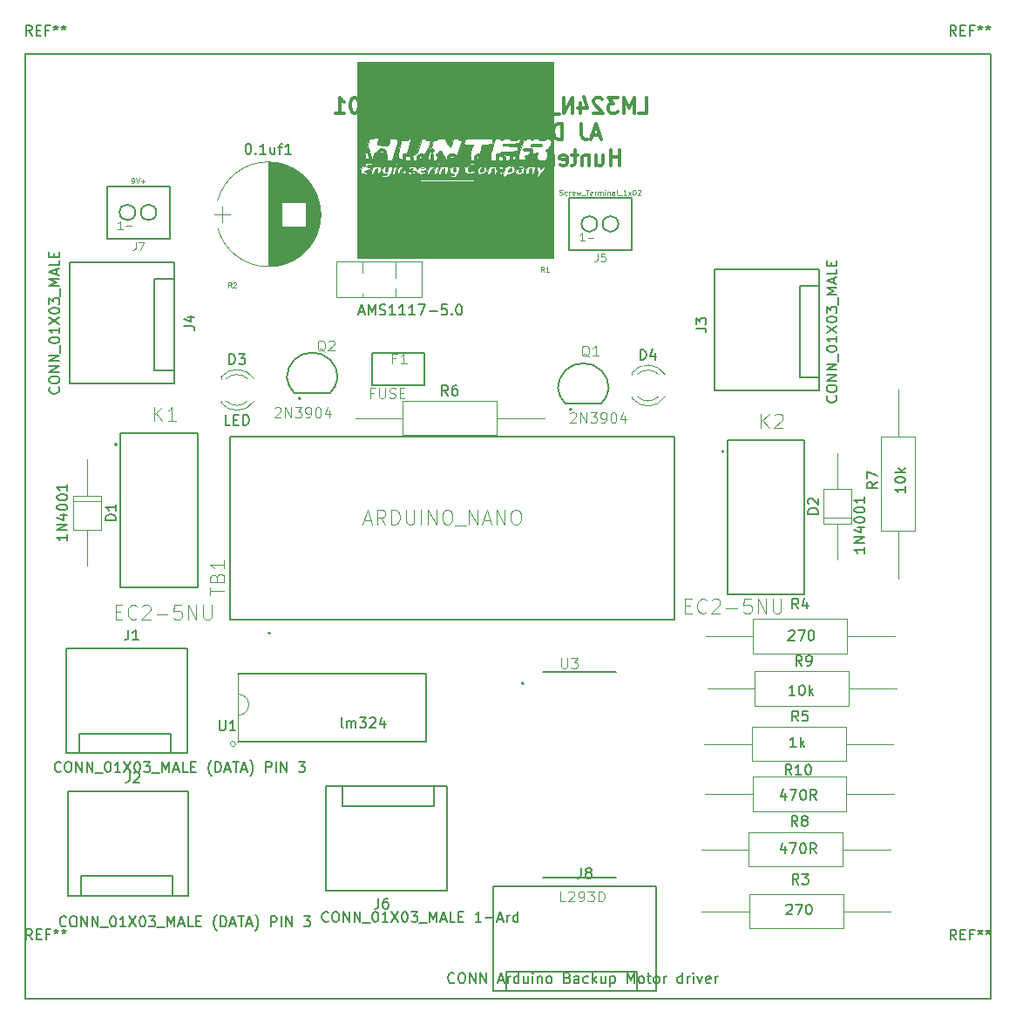
<source format=gbr>
G04 #@! TF.FileFunction,Legend,Top*
%FSLAX46Y46*%
G04 Gerber Fmt 4.6, Leading zero omitted, Abs format (unit mm)*
G04 Created by KiCad (PCBNEW 4.0.6) date 02/07/20 08:18:11*
%MOMM*%
%LPD*%
G01*
G04 APERTURE LIST*
%ADD10C,0.100000*%
%ADD11C,0.300000*%
%ADD12C,0.200000*%
%ADD13C,0.120000*%
%ADD14C,0.150000*%
%ADD15C,0.127000*%
%ADD16C,0.101600*%
%ADD17C,0.010000*%
%ADD18C,0.015000*%
%ADD19C,0.076200*%
%ADD20C,0.031750*%
G04 APERTURE END LIST*
D10*
D11*
X155225541Y-56726371D02*
X155939827Y-56726371D01*
X155939827Y-55226371D01*
X154725541Y-56726371D02*
X154725541Y-55226371D01*
X154225541Y-56297800D01*
X153725541Y-55226371D01*
X153725541Y-56726371D01*
X153154112Y-55226371D02*
X152225541Y-55226371D01*
X152725541Y-55797800D01*
X152511255Y-55797800D01*
X152368398Y-55869229D01*
X152296969Y-55940657D01*
X152225541Y-56083514D01*
X152225541Y-56440657D01*
X152296969Y-56583514D01*
X152368398Y-56654943D01*
X152511255Y-56726371D01*
X152939827Y-56726371D01*
X153082684Y-56654943D01*
X153154112Y-56583514D01*
X151654113Y-55369229D02*
X151582684Y-55297800D01*
X151439827Y-55226371D01*
X151082684Y-55226371D01*
X150939827Y-55297800D01*
X150868398Y-55369229D01*
X150796970Y-55512086D01*
X150796970Y-55654943D01*
X150868398Y-55869229D01*
X151725541Y-56726371D01*
X150796970Y-56726371D01*
X149511256Y-55726371D02*
X149511256Y-56726371D01*
X149868399Y-55154943D02*
X150225542Y-56226371D01*
X149296970Y-56226371D01*
X148725542Y-56726371D02*
X148725542Y-55226371D01*
X147868399Y-56726371D01*
X147868399Y-55226371D01*
X147511256Y-56869229D02*
X146368399Y-56869229D01*
X145296970Y-56726371D02*
X146011256Y-56726371D01*
X146011256Y-55226371D01*
X144796970Y-56726371D02*
X144796970Y-55726371D01*
X144796970Y-55226371D02*
X144868399Y-55297800D01*
X144796970Y-55369229D01*
X144725542Y-55297800D01*
X144796970Y-55226371D01*
X144796970Y-55369229D01*
X144082684Y-55726371D02*
X144082684Y-56726371D01*
X144082684Y-55869229D02*
X144011256Y-55797800D01*
X143868398Y-55726371D01*
X143654113Y-55726371D01*
X143511256Y-55797800D01*
X143439827Y-55940657D01*
X143439827Y-56726371D01*
X142154113Y-56654943D02*
X142296970Y-56726371D01*
X142582684Y-56726371D01*
X142725541Y-56654943D01*
X142796970Y-56512086D01*
X142796970Y-55940657D01*
X142725541Y-55797800D01*
X142582684Y-55726371D01*
X142296970Y-55726371D01*
X142154113Y-55797800D01*
X142082684Y-55940657D01*
X142082684Y-56083514D01*
X142796970Y-56226371D01*
X141796970Y-56869229D02*
X140654113Y-56869229D01*
X139796970Y-55940657D02*
X140296970Y-55940657D01*
X140296970Y-56726371D02*
X140296970Y-55226371D01*
X139582684Y-55226371D01*
X138796970Y-56726371D02*
X138939828Y-56654943D01*
X139011256Y-56583514D01*
X139082685Y-56440657D01*
X139082685Y-56012086D01*
X139011256Y-55869229D01*
X138939828Y-55797800D01*
X138796970Y-55726371D01*
X138582685Y-55726371D01*
X138439828Y-55797800D01*
X138368399Y-55869229D01*
X138296970Y-56012086D01*
X138296970Y-56440657D01*
X138368399Y-56583514D01*
X138439828Y-56654943D01*
X138582685Y-56726371D01*
X138796970Y-56726371D01*
X137439827Y-56726371D02*
X137582685Y-56654943D01*
X137654113Y-56512086D01*
X137654113Y-55226371D01*
X136654113Y-56726371D02*
X136796971Y-56654943D01*
X136868399Y-56512086D01*
X136868399Y-55226371D01*
X135868399Y-56726371D02*
X136011257Y-56654943D01*
X136082685Y-56583514D01*
X136154114Y-56440657D01*
X136154114Y-56012086D01*
X136082685Y-55869229D01*
X136011257Y-55797800D01*
X135868399Y-55726371D01*
X135654114Y-55726371D01*
X135511257Y-55797800D01*
X135439828Y-55869229D01*
X135368399Y-56012086D01*
X135368399Y-56440657D01*
X135439828Y-56583514D01*
X135511257Y-56654943D01*
X135654114Y-56726371D01*
X135868399Y-56726371D01*
X134868399Y-55726371D02*
X134582685Y-56726371D01*
X134296971Y-56012086D01*
X134011256Y-56726371D01*
X133725542Y-55726371D01*
X132582685Y-56654943D02*
X132725542Y-56726371D01*
X133011256Y-56726371D01*
X133154113Y-56654943D01*
X133225542Y-56512086D01*
X133225542Y-55940657D01*
X133154113Y-55797800D01*
X133011256Y-55726371D01*
X132725542Y-55726371D01*
X132582685Y-55797800D01*
X132511256Y-55940657D01*
X132511256Y-56083514D01*
X133225542Y-56226371D01*
X131868399Y-56726371D02*
X131868399Y-55726371D01*
X131868399Y-56012086D02*
X131796971Y-55869229D01*
X131725542Y-55797800D01*
X131582685Y-55726371D01*
X131439828Y-55726371D01*
X129939828Y-55726371D02*
X129582685Y-56726371D01*
X129225543Y-55726371D01*
X128654114Y-56583514D02*
X128582686Y-56654943D01*
X128654114Y-56726371D01*
X128725543Y-56654943D01*
X128654114Y-56583514D01*
X128654114Y-56726371D01*
X127654114Y-55226371D02*
X127511257Y-55226371D01*
X127368400Y-55297800D01*
X127296971Y-55369229D01*
X127225542Y-55512086D01*
X127154114Y-55797800D01*
X127154114Y-56154943D01*
X127225542Y-56440657D01*
X127296971Y-56583514D01*
X127368400Y-56654943D01*
X127511257Y-56726371D01*
X127654114Y-56726371D01*
X127796971Y-56654943D01*
X127868400Y-56583514D01*
X127939828Y-56440657D01*
X128011257Y-56154943D01*
X128011257Y-55797800D01*
X127939828Y-55512086D01*
X127868400Y-55369229D01*
X127796971Y-55297800D01*
X127654114Y-55226371D01*
X125725543Y-56726371D02*
X126582686Y-56726371D01*
X126154114Y-56726371D02*
X126154114Y-55226371D01*
X126296971Y-55440657D01*
X126439829Y-55583514D01*
X126582686Y-55654943D01*
X151368399Y-58847800D02*
X150654113Y-58847800D01*
X151511256Y-59276371D02*
X151011256Y-57776371D01*
X150511256Y-59276371D01*
X149582685Y-57776371D02*
X149582685Y-58847800D01*
X149654113Y-59062086D01*
X149796970Y-59204943D01*
X150011256Y-59276371D01*
X150154113Y-59276371D01*
X147725542Y-59276371D02*
X147725542Y-57776371D01*
X147368399Y-57776371D01*
X147154114Y-57847800D01*
X147011256Y-57990657D01*
X146939828Y-58133514D01*
X146868399Y-58419229D01*
X146868399Y-58633514D01*
X146939828Y-58919229D01*
X147011256Y-59062086D01*
X147154114Y-59204943D01*
X147368399Y-59276371D01*
X147725542Y-59276371D01*
X145582685Y-59276371D02*
X145582685Y-58490657D01*
X145654114Y-58347800D01*
X145796971Y-58276371D01*
X146082685Y-58276371D01*
X146225542Y-58347800D01*
X145582685Y-59204943D02*
X145725542Y-59276371D01*
X146082685Y-59276371D01*
X146225542Y-59204943D01*
X146296971Y-59062086D01*
X146296971Y-58919229D01*
X146225542Y-58776371D01*
X146082685Y-58704943D01*
X145725542Y-58704943D01*
X145582685Y-58633514D01*
X144868399Y-59276371D02*
X144868399Y-57776371D01*
X144225542Y-59276371D02*
X144225542Y-58490657D01*
X144296971Y-58347800D01*
X144439828Y-58276371D01*
X144654113Y-58276371D01*
X144796971Y-58347800D01*
X144868399Y-58419229D01*
X142868399Y-59276371D02*
X142868399Y-58490657D01*
X142939828Y-58347800D01*
X143082685Y-58276371D01*
X143368399Y-58276371D01*
X143511256Y-58347800D01*
X142868399Y-59204943D02*
X143011256Y-59276371D01*
X143368399Y-59276371D01*
X143511256Y-59204943D01*
X143582685Y-59062086D01*
X143582685Y-58919229D01*
X143511256Y-58776371D01*
X143368399Y-58704943D01*
X143011256Y-58704943D01*
X142868399Y-58633514D01*
X141939827Y-59276371D02*
X142082685Y-59204943D01*
X142154113Y-59062086D01*
X142154113Y-57776371D01*
X141368399Y-58704943D02*
X140225542Y-58704943D01*
X138439828Y-59204943D02*
X138225542Y-59276371D01*
X137868399Y-59276371D01*
X137725542Y-59204943D01*
X137654113Y-59133514D01*
X137582685Y-58990657D01*
X137582685Y-58847800D01*
X137654113Y-58704943D01*
X137725542Y-58633514D01*
X137868399Y-58562086D01*
X138154113Y-58490657D01*
X138296971Y-58419229D01*
X138368399Y-58347800D01*
X138439828Y-58204943D01*
X138439828Y-58062086D01*
X138368399Y-57919229D01*
X138296971Y-57847800D01*
X138154113Y-57776371D01*
X137796971Y-57776371D01*
X137582685Y-57847800D01*
X136939828Y-59276371D02*
X136939828Y-57776371D01*
X136368400Y-57776371D01*
X136225542Y-57847800D01*
X136154114Y-57919229D01*
X136082685Y-58062086D01*
X136082685Y-58276371D01*
X136154114Y-58419229D01*
X136225542Y-58490657D01*
X136368400Y-58562086D01*
X136939828Y-58562086D01*
X135511257Y-57919229D02*
X135439828Y-57847800D01*
X135296971Y-57776371D01*
X134939828Y-57776371D01*
X134796971Y-57847800D01*
X134725542Y-57919229D01*
X134654114Y-58062086D01*
X134654114Y-58204943D01*
X134725542Y-58419229D01*
X135582685Y-59276371D01*
X134654114Y-59276371D01*
X133725543Y-57776371D02*
X133582686Y-57776371D01*
X133439829Y-57847800D01*
X133368400Y-57919229D01*
X133296971Y-58062086D01*
X133225543Y-58347800D01*
X133225543Y-58704943D01*
X133296971Y-58990657D01*
X133368400Y-59133514D01*
X133439829Y-59204943D01*
X133582686Y-59276371D01*
X133725543Y-59276371D01*
X133868400Y-59204943D01*
X133939829Y-59133514D01*
X134011257Y-58990657D01*
X134082686Y-58704943D01*
X134082686Y-58347800D01*
X134011257Y-58062086D01*
X133939829Y-57919229D01*
X133868400Y-57847800D01*
X133725543Y-57776371D01*
X132654115Y-57919229D02*
X132582686Y-57847800D01*
X132439829Y-57776371D01*
X132082686Y-57776371D01*
X131939829Y-57847800D01*
X131868400Y-57919229D01*
X131796972Y-58062086D01*
X131796972Y-58204943D01*
X131868400Y-58419229D01*
X132725543Y-59276371D01*
X131796972Y-59276371D01*
X130868401Y-57776371D02*
X130725544Y-57776371D01*
X130582687Y-57847800D01*
X130511258Y-57919229D01*
X130439829Y-58062086D01*
X130368401Y-58347800D01*
X130368401Y-58704943D01*
X130439829Y-58990657D01*
X130511258Y-59133514D01*
X130582687Y-59204943D01*
X130725544Y-59276371D01*
X130868401Y-59276371D01*
X131011258Y-59204943D01*
X131082687Y-59133514D01*
X131154115Y-58990657D01*
X131225544Y-58704943D01*
X131225544Y-58347800D01*
X131154115Y-58062086D01*
X131082687Y-57919229D01*
X131011258Y-57847800D01*
X130868401Y-57776371D01*
X153296971Y-61826371D02*
X153296971Y-60326371D01*
X153296971Y-61040657D02*
X152439828Y-61040657D01*
X152439828Y-61826371D02*
X152439828Y-60326371D01*
X151082685Y-60826371D02*
X151082685Y-61826371D01*
X151725542Y-60826371D02*
X151725542Y-61612086D01*
X151654114Y-61754943D01*
X151511256Y-61826371D01*
X151296971Y-61826371D01*
X151154114Y-61754943D01*
X151082685Y-61683514D01*
X150368399Y-60826371D02*
X150368399Y-61826371D01*
X150368399Y-60969229D02*
X150296971Y-60897800D01*
X150154113Y-60826371D01*
X149939828Y-60826371D01*
X149796971Y-60897800D01*
X149725542Y-61040657D01*
X149725542Y-61826371D01*
X149225542Y-60826371D02*
X148654113Y-60826371D01*
X149011256Y-60326371D02*
X149011256Y-61612086D01*
X148939828Y-61754943D01*
X148796970Y-61826371D01*
X148654113Y-61826371D01*
X147582685Y-61754943D02*
X147725542Y-61826371D01*
X148011256Y-61826371D01*
X148154113Y-61754943D01*
X148225542Y-61612086D01*
X148225542Y-61040657D01*
X148154113Y-60897800D01*
X148011256Y-60826371D01*
X147725542Y-60826371D01*
X147582685Y-60897800D01*
X147511256Y-61040657D01*
X147511256Y-61183514D01*
X148225542Y-61326371D01*
X146868399Y-61826371D02*
X146868399Y-60826371D01*
X146868399Y-61112086D02*
X146796971Y-60969229D01*
X146725542Y-60897800D01*
X146582685Y-60826371D01*
X146439828Y-60826371D01*
X144796971Y-61040657D02*
X144296971Y-61040657D01*
X144082685Y-61826371D02*
X144796971Y-61826371D01*
X144796971Y-60326371D01*
X144082685Y-60326371D01*
X143439828Y-60826371D02*
X143439828Y-61826371D01*
X143439828Y-60969229D02*
X143368400Y-60897800D01*
X143225542Y-60826371D01*
X143011257Y-60826371D01*
X142868400Y-60897800D01*
X142796971Y-61040657D01*
X142796971Y-61826371D01*
X141439828Y-60826371D02*
X141439828Y-62040657D01*
X141511257Y-62183514D01*
X141582685Y-62254943D01*
X141725542Y-62326371D01*
X141939828Y-62326371D01*
X142082685Y-62254943D01*
X141439828Y-61754943D02*
X141582685Y-61826371D01*
X141868399Y-61826371D01*
X142011257Y-61754943D01*
X142082685Y-61683514D01*
X142154114Y-61540657D01*
X142154114Y-61112086D01*
X142082685Y-60969229D01*
X142011257Y-60897800D01*
X141868399Y-60826371D01*
X141582685Y-60826371D01*
X141439828Y-60897800D01*
X140725542Y-61826371D02*
X140725542Y-60826371D01*
X140725542Y-60326371D02*
X140796971Y-60397800D01*
X140725542Y-60469229D01*
X140654114Y-60397800D01*
X140725542Y-60326371D01*
X140725542Y-60469229D01*
X140011256Y-60826371D02*
X140011256Y-61826371D01*
X140011256Y-60969229D02*
X139939828Y-60897800D01*
X139796970Y-60826371D01*
X139582685Y-60826371D01*
X139439828Y-60897800D01*
X139368399Y-61040657D01*
X139368399Y-61826371D01*
X138082685Y-61754943D02*
X138225542Y-61826371D01*
X138511256Y-61826371D01*
X138654113Y-61754943D01*
X138725542Y-61612086D01*
X138725542Y-61040657D01*
X138654113Y-60897800D01*
X138511256Y-60826371D01*
X138225542Y-60826371D01*
X138082685Y-60897800D01*
X138011256Y-61040657D01*
X138011256Y-61183514D01*
X138725542Y-61326371D01*
X136796971Y-61754943D02*
X136939828Y-61826371D01*
X137225542Y-61826371D01*
X137368399Y-61754943D01*
X137439828Y-61612086D01*
X137439828Y-61040657D01*
X137368399Y-60897800D01*
X137225542Y-60826371D01*
X136939828Y-60826371D01*
X136796971Y-60897800D01*
X136725542Y-61040657D01*
X136725542Y-61183514D01*
X137439828Y-61326371D01*
X136082685Y-61826371D02*
X136082685Y-60826371D01*
X136082685Y-61112086D02*
X136011257Y-60969229D01*
X135939828Y-60897800D01*
X135796971Y-60826371D01*
X135654114Y-60826371D01*
X135154114Y-61826371D02*
X135154114Y-60826371D01*
X135154114Y-60326371D02*
X135225543Y-60397800D01*
X135154114Y-60469229D01*
X135082686Y-60397800D01*
X135154114Y-60326371D01*
X135154114Y-60469229D01*
X134439828Y-60826371D02*
X134439828Y-61826371D01*
X134439828Y-60969229D02*
X134368400Y-60897800D01*
X134225542Y-60826371D01*
X134011257Y-60826371D01*
X133868400Y-60897800D01*
X133796971Y-61040657D01*
X133796971Y-61826371D01*
X132439828Y-60826371D02*
X132439828Y-62040657D01*
X132511257Y-62183514D01*
X132582685Y-62254943D01*
X132725542Y-62326371D01*
X132939828Y-62326371D01*
X133082685Y-62254943D01*
X132439828Y-61754943D02*
X132582685Y-61826371D01*
X132868399Y-61826371D01*
X133011257Y-61754943D01*
X133082685Y-61683514D01*
X133154114Y-61540657D01*
X133154114Y-61112086D01*
X133082685Y-60969229D01*
X133011257Y-60897800D01*
X132868399Y-60826371D01*
X132582685Y-60826371D01*
X132439828Y-60897800D01*
X130296971Y-60326371D02*
X130154114Y-60326371D01*
X130011257Y-60397800D01*
X129939828Y-60469229D01*
X129868399Y-60612086D01*
X129796971Y-60897800D01*
X129796971Y-61254943D01*
X129868399Y-61540657D01*
X129939828Y-61683514D01*
X130011257Y-61754943D01*
X130154114Y-61826371D01*
X130296971Y-61826371D01*
X130439828Y-61754943D01*
X130511257Y-61683514D01*
X130582685Y-61540657D01*
X130654114Y-61254943D01*
X130654114Y-60897800D01*
X130582685Y-60612086D01*
X130511257Y-60469229D01*
X130439828Y-60397800D01*
X130296971Y-60326371D01*
X128511257Y-60826371D02*
X128511257Y-61826371D01*
X128868400Y-60254943D02*
X129225543Y-61326371D01*
X128296971Y-61326371D01*
D12*
X95580200Y-142773400D02*
X95605600Y-142773400D01*
X95580200Y-50952400D02*
X95580200Y-142773400D01*
X95580200Y-51003200D02*
X95580200Y-50977800D01*
X189382400Y-51003200D02*
X95580200Y-51003200D01*
X189382400Y-142773400D02*
X189382400Y-51003200D01*
X95580200Y-142773400D02*
X189382400Y-142773400D01*
D13*
X124086037Y-65190136D02*
G75*
G03X114288243Y-65193400I-4898437J-1383264D01*
G01*
X124086037Y-67956664D02*
G75*
G02X114288243Y-67953400I-4898437J1383264D01*
G01*
X124086037Y-67956664D02*
G75*
G03X124086957Y-65193400I-4898437J1383264D01*
G01*
X119187600Y-61523400D02*
X119187600Y-71623400D01*
X119227600Y-61523400D02*
X119227600Y-71623400D01*
X119267600Y-61523400D02*
X119267600Y-71623400D01*
X119307600Y-61524400D02*
X119307600Y-71622400D01*
X119347600Y-61525400D02*
X119347600Y-71621400D01*
X119387600Y-61526400D02*
X119387600Y-71620400D01*
X119427600Y-61528400D02*
X119427600Y-71618400D01*
X119467600Y-61530400D02*
X119467600Y-71616400D01*
X119507600Y-61533400D02*
X119507600Y-71613400D01*
X119547600Y-61535400D02*
X119547600Y-71611400D01*
X119587600Y-61538400D02*
X119587600Y-71608400D01*
X119627600Y-61542400D02*
X119627600Y-71604400D01*
X119667600Y-61545400D02*
X119667600Y-71601400D01*
X119707600Y-61549400D02*
X119707600Y-71597400D01*
X119747600Y-61553400D02*
X119747600Y-71593400D01*
X119787600Y-61558400D02*
X119787600Y-71588400D01*
X119827600Y-61563400D02*
X119827600Y-71583400D01*
X119867600Y-61568400D02*
X119867600Y-71578400D01*
X119908600Y-61574400D02*
X119908600Y-71572400D01*
X119948600Y-61580400D02*
X119948600Y-71566400D01*
X119988600Y-61586400D02*
X119988600Y-71560400D01*
X120028600Y-61592400D02*
X120028600Y-71554400D01*
X120068600Y-61599400D02*
X120068600Y-71547400D01*
X120108600Y-61606400D02*
X120108600Y-71540400D01*
X120148600Y-61614400D02*
X120148600Y-71532400D01*
X120188600Y-61622400D02*
X120188600Y-71524400D01*
X120228600Y-61630400D02*
X120228600Y-71516400D01*
X120268600Y-61638400D02*
X120268600Y-71508400D01*
X120308600Y-61647400D02*
X120308600Y-71499400D01*
X120348600Y-61656400D02*
X120348600Y-71490400D01*
X120388600Y-61666400D02*
X120388600Y-71480400D01*
X120428600Y-61676400D02*
X120428600Y-71470400D01*
X120468600Y-61686400D02*
X120468600Y-71460400D01*
X120508600Y-61697400D02*
X120508600Y-65392400D01*
X120508600Y-67754400D02*
X120508600Y-71449400D01*
X120548600Y-61708400D02*
X120548600Y-65392400D01*
X120548600Y-67754400D02*
X120548600Y-71438400D01*
X120588600Y-61719400D02*
X120588600Y-65392400D01*
X120588600Y-67754400D02*
X120588600Y-71427400D01*
X120628600Y-61730400D02*
X120628600Y-65392400D01*
X120628600Y-67754400D02*
X120628600Y-71416400D01*
X120668600Y-61742400D02*
X120668600Y-65392400D01*
X120668600Y-67754400D02*
X120668600Y-71404400D01*
X120708600Y-61755400D02*
X120708600Y-65392400D01*
X120708600Y-67754400D02*
X120708600Y-71391400D01*
X120748600Y-61767400D02*
X120748600Y-65392400D01*
X120748600Y-67754400D02*
X120748600Y-71379400D01*
X120788600Y-61781400D02*
X120788600Y-65392400D01*
X120788600Y-67754400D02*
X120788600Y-71365400D01*
X120828600Y-61794400D02*
X120828600Y-65392400D01*
X120828600Y-67754400D02*
X120828600Y-71352400D01*
X120868600Y-61808400D02*
X120868600Y-65392400D01*
X120868600Y-67754400D02*
X120868600Y-71338400D01*
X120908600Y-61822400D02*
X120908600Y-65392400D01*
X120908600Y-67754400D02*
X120908600Y-71324400D01*
X120948600Y-61836400D02*
X120948600Y-65392400D01*
X120948600Y-67754400D02*
X120948600Y-71310400D01*
X120988600Y-61851400D02*
X120988600Y-65392400D01*
X120988600Y-67754400D02*
X120988600Y-71295400D01*
X121028600Y-61867400D02*
X121028600Y-65392400D01*
X121028600Y-67754400D02*
X121028600Y-71279400D01*
X121068600Y-61882400D02*
X121068600Y-65392400D01*
X121068600Y-67754400D02*
X121068600Y-71264400D01*
X121108600Y-61899400D02*
X121108600Y-65392400D01*
X121108600Y-67754400D02*
X121108600Y-71247400D01*
X121148600Y-61915400D02*
X121148600Y-65392400D01*
X121148600Y-67754400D02*
X121148600Y-71231400D01*
X121188600Y-61932400D02*
X121188600Y-65392400D01*
X121188600Y-67754400D02*
X121188600Y-71214400D01*
X121228600Y-61949400D02*
X121228600Y-65392400D01*
X121228600Y-67754400D02*
X121228600Y-71197400D01*
X121268600Y-61967400D02*
X121268600Y-65392400D01*
X121268600Y-67754400D02*
X121268600Y-71179400D01*
X121308600Y-61985400D02*
X121308600Y-65392400D01*
X121308600Y-67754400D02*
X121308600Y-71161400D01*
X121348600Y-62004400D02*
X121348600Y-65392400D01*
X121348600Y-67754400D02*
X121348600Y-71142400D01*
X121388600Y-62023400D02*
X121388600Y-65392400D01*
X121388600Y-67754400D02*
X121388600Y-71123400D01*
X121428600Y-62042400D02*
X121428600Y-65392400D01*
X121428600Y-67754400D02*
X121428600Y-71104400D01*
X121468600Y-62062400D02*
X121468600Y-65392400D01*
X121468600Y-67754400D02*
X121468600Y-71084400D01*
X121508600Y-62082400D02*
X121508600Y-65392400D01*
X121508600Y-67754400D02*
X121508600Y-71064400D01*
X121548600Y-62103400D02*
X121548600Y-65392400D01*
X121548600Y-67754400D02*
X121548600Y-71043400D01*
X121588600Y-62124400D02*
X121588600Y-65392400D01*
X121588600Y-67754400D02*
X121588600Y-71022400D01*
X121628600Y-62145400D02*
X121628600Y-65392400D01*
X121628600Y-67754400D02*
X121628600Y-71001400D01*
X121668600Y-62168400D02*
X121668600Y-65392400D01*
X121668600Y-67754400D02*
X121668600Y-70978400D01*
X121708600Y-62190400D02*
X121708600Y-65392400D01*
X121708600Y-67754400D02*
X121708600Y-70956400D01*
X121748600Y-62213400D02*
X121748600Y-65392400D01*
X121748600Y-67754400D02*
X121748600Y-70933400D01*
X121788600Y-62237400D02*
X121788600Y-65392400D01*
X121788600Y-67754400D02*
X121788600Y-70909400D01*
X121828600Y-62261400D02*
X121828600Y-65392400D01*
X121828600Y-67754400D02*
X121828600Y-70885400D01*
X121868600Y-62285400D02*
X121868600Y-65392400D01*
X121868600Y-67754400D02*
X121868600Y-70861400D01*
X121908600Y-62310400D02*
X121908600Y-65392400D01*
X121908600Y-67754400D02*
X121908600Y-70836400D01*
X121948600Y-62336400D02*
X121948600Y-65392400D01*
X121948600Y-67754400D02*
X121948600Y-70810400D01*
X121988600Y-62362400D02*
X121988600Y-65392400D01*
X121988600Y-67754400D02*
X121988600Y-70784400D01*
X122028600Y-62388400D02*
X122028600Y-65392400D01*
X122028600Y-67754400D02*
X122028600Y-70758400D01*
X122068600Y-62416400D02*
X122068600Y-65392400D01*
X122068600Y-67754400D02*
X122068600Y-70730400D01*
X122108600Y-62443400D02*
X122108600Y-65392400D01*
X122108600Y-67754400D02*
X122108600Y-70703400D01*
X122148600Y-62472400D02*
X122148600Y-65392400D01*
X122148600Y-67754400D02*
X122148600Y-70674400D01*
X122188600Y-62501400D02*
X122188600Y-65392400D01*
X122188600Y-67754400D02*
X122188600Y-70645400D01*
X122228600Y-62530400D02*
X122228600Y-65392400D01*
X122228600Y-67754400D02*
X122228600Y-70616400D01*
X122268600Y-62560400D02*
X122268600Y-65392400D01*
X122268600Y-67754400D02*
X122268600Y-70586400D01*
X122308600Y-62591400D02*
X122308600Y-65392400D01*
X122308600Y-67754400D02*
X122308600Y-70555400D01*
X122348600Y-62622400D02*
X122348600Y-65392400D01*
X122348600Y-67754400D02*
X122348600Y-70524400D01*
X122388600Y-62654400D02*
X122388600Y-65392400D01*
X122388600Y-67754400D02*
X122388600Y-70492400D01*
X122428600Y-62687400D02*
X122428600Y-65392400D01*
X122428600Y-67754400D02*
X122428600Y-70459400D01*
X122468600Y-62720400D02*
X122468600Y-65392400D01*
X122468600Y-67754400D02*
X122468600Y-70426400D01*
X122508600Y-62754400D02*
X122508600Y-65392400D01*
X122508600Y-67754400D02*
X122508600Y-70392400D01*
X122548600Y-62789400D02*
X122548600Y-65392400D01*
X122548600Y-67754400D02*
X122548600Y-70357400D01*
X122588600Y-62825400D02*
X122588600Y-65392400D01*
X122588600Y-67754400D02*
X122588600Y-70321400D01*
X122628600Y-62861400D02*
X122628600Y-65392400D01*
X122628600Y-67754400D02*
X122628600Y-70285400D01*
X122668600Y-62898400D02*
X122668600Y-65392400D01*
X122668600Y-67754400D02*
X122668600Y-70248400D01*
X122708600Y-62936400D02*
X122708600Y-65392400D01*
X122708600Y-67754400D02*
X122708600Y-70210400D01*
X122748600Y-62975400D02*
X122748600Y-65392400D01*
X122748600Y-67754400D02*
X122748600Y-70171400D01*
X122788600Y-63014400D02*
X122788600Y-65392400D01*
X122788600Y-67754400D02*
X122788600Y-70132400D01*
X122828600Y-63055400D02*
X122828600Y-65392400D01*
X122828600Y-67754400D02*
X122828600Y-70091400D01*
X122868600Y-63096400D02*
X122868600Y-70050400D01*
X122908600Y-63138400D02*
X122908600Y-70008400D01*
X122948600Y-63182400D02*
X122948600Y-69964400D01*
X122988600Y-63226400D02*
X122988600Y-69920400D01*
X123028600Y-63271400D02*
X123028600Y-69875400D01*
X123068600Y-63318400D02*
X123068600Y-69828400D01*
X123108600Y-63366400D02*
X123108600Y-69780400D01*
X123148600Y-63415400D02*
X123148600Y-69731400D01*
X123188600Y-63465400D02*
X123188600Y-69681400D01*
X123228600Y-63516400D02*
X123228600Y-69630400D01*
X123268600Y-63569400D02*
X123268600Y-69577400D01*
X123308600Y-63624400D02*
X123308600Y-69522400D01*
X123348600Y-63679400D02*
X123348600Y-69467400D01*
X123388600Y-63737400D02*
X123388600Y-69409400D01*
X123428600Y-63796400D02*
X123428600Y-69350400D01*
X123468600Y-63858400D02*
X123468600Y-69288400D01*
X123508600Y-63921400D02*
X123508600Y-69225400D01*
X123548600Y-63986400D02*
X123548600Y-69160400D01*
X123588600Y-64054400D02*
X123588600Y-69092400D01*
X123628600Y-64124400D02*
X123628600Y-69022400D01*
X123668600Y-64196400D02*
X123668600Y-68950400D01*
X123708600Y-64272400D02*
X123708600Y-68874400D01*
X123748600Y-64351400D02*
X123748600Y-68795400D01*
X123788600Y-64433400D02*
X123788600Y-68713400D01*
X123828600Y-64520400D02*
X123828600Y-68626400D01*
X123868600Y-64611400D02*
X123868600Y-68535400D01*
X123908600Y-64707400D02*
X123908600Y-68439400D01*
X123948600Y-64810400D02*
X123948600Y-68336400D01*
X123988600Y-64919400D02*
X123988600Y-68227400D01*
X124028600Y-65037400D02*
X124028600Y-68109400D01*
X124068600Y-65166400D02*
X124068600Y-67980400D01*
X124108600Y-65308400D02*
X124108600Y-67838400D01*
X124148600Y-65469400D02*
X124148600Y-67677400D01*
X124188600Y-65660400D02*
X124188600Y-67486400D01*
X124228600Y-65901400D02*
X124228600Y-67245400D01*
X124268600Y-66294400D02*
X124268600Y-66852400D01*
X113987600Y-66573400D02*
X115487600Y-66573400D01*
X114737600Y-65823400D02*
X114737600Y-67323400D01*
X102934600Y-93894800D02*
X100214600Y-93894800D01*
X100214600Y-93894800D02*
X100214600Y-97214800D01*
X100214600Y-97214800D02*
X102934600Y-97214800D01*
X102934600Y-97214800D02*
X102934600Y-93894800D01*
X101574600Y-90384800D02*
X101574600Y-93894800D01*
X101574600Y-100724800D02*
X101574600Y-97214800D01*
X102934600Y-94434800D02*
X100214600Y-94434800D01*
X173163400Y-96605200D02*
X175883400Y-96605200D01*
X175883400Y-96605200D02*
X175883400Y-93285200D01*
X175883400Y-93285200D02*
X173163400Y-93285200D01*
X173163400Y-93285200D02*
X173163400Y-96605200D01*
X174523400Y-100115200D02*
X174523400Y-96605200D01*
X174523400Y-89775200D02*
X174523400Y-93285200D01*
X173163400Y-96065200D02*
X175883400Y-96065200D01*
X117826535Y-82563592D02*
G75*
G03X114594200Y-82406684I-1672335J-1078608D01*
G01*
X117826535Y-84720808D02*
G75*
G02X114594200Y-84877716I-1672335J1078608D01*
G01*
X117195330Y-82562363D02*
G75*
G03X115113239Y-82562200I-1041130J-1079837D01*
G01*
X117195330Y-84722037D02*
G75*
G02X115113239Y-84722200I-1041130J1079837D01*
G01*
X114594200Y-82406200D02*
X114594200Y-82562200D01*
X114594200Y-84722200D02*
X114594200Y-84878200D01*
X157755335Y-82131792D02*
G75*
G03X154523000Y-81974884I-1672335J-1078608D01*
G01*
X157755335Y-84289008D02*
G75*
G02X154523000Y-84445916I-1672335J1078608D01*
G01*
X157124130Y-82130563D02*
G75*
G03X155042039Y-82130400I-1041130J-1079837D01*
G01*
X157124130Y-84290237D02*
G75*
G02X155042039Y-84290400I-1041130J1079837D01*
G01*
X154523000Y-81974400D02*
X154523000Y-82130400D01*
X154523000Y-84290400D02*
X154523000Y-84446400D01*
D12*
X129271000Y-80009800D02*
X134351000Y-80009800D01*
X134351000Y-80009800D02*
X134351000Y-83189800D01*
X134351000Y-83189800D02*
X129271000Y-83189800D01*
X129271000Y-83189800D02*
X129271000Y-80009800D01*
D14*
X100838000Y-118922800D02*
X100838000Y-117017800D01*
X100838000Y-117017800D02*
X109728000Y-117017800D01*
X109728000Y-117017800D02*
X109728000Y-118922800D01*
X99568000Y-108762800D02*
X111315500Y-108762800D01*
X111315500Y-108762800D02*
X111315500Y-118922800D01*
X111315500Y-118922800D02*
X99568000Y-118922800D01*
X99568000Y-118922800D02*
X99568000Y-108762800D01*
X100965000Y-132765800D02*
X100965000Y-130860800D01*
X100965000Y-130860800D02*
X109855000Y-130860800D01*
X109855000Y-130860800D02*
X109855000Y-132765800D01*
X99695000Y-122605800D02*
X111442500Y-122605800D01*
X111442500Y-122605800D02*
X111442500Y-132765800D01*
X111442500Y-132765800D02*
X99695000Y-132765800D01*
X99695000Y-132765800D02*
X99695000Y-122605800D01*
X172720000Y-82397600D02*
X170815000Y-82397600D01*
X170815000Y-82397600D02*
X170815000Y-73507600D01*
X170815000Y-73507600D02*
X172720000Y-73507600D01*
X162560000Y-83667600D02*
X162560000Y-71920100D01*
X162560000Y-71920100D02*
X172720000Y-71920100D01*
X172720000Y-71920100D02*
X172720000Y-83667600D01*
X172720000Y-83667600D02*
X162560000Y-83667600D01*
X110058200Y-81711800D02*
X108153200Y-81711800D01*
X108153200Y-81711800D02*
X108153200Y-72821800D01*
X108153200Y-72821800D02*
X110058200Y-72821800D01*
X99898200Y-82981800D02*
X99898200Y-71234300D01*
X99898200Y-71234300D02*
X110058200Y-71234300D01*
X110058200Y-71234300D02*
X110058200Y-82981800D01*
X110058200Y-82981800D02*
X99898200Y-82981800D01*
X148386800Y-70053200D02*
X148386800Y-64973200D01*
X154482800Y-70053200D02*
X148386800Y-70053200D01*
X154482800Y-64973200D02*
X154482800Y-70053200D01*
X148386800Y-64973200D02*
X154482800Y-64973200D01*
X153212800Y-67513200D02*
G75*
G03X153212800Y-67513200I-762000J0D01*
G01*
X151155464Y-67513200D02*
G75*
G03X151155464Y-67513200I-762000J0D01*
G01*
X135305800Y-122148600D02*
X135305800Y-124053600D01*
X135305800Y-124053600D02*
X126415800Y-124053600D01*
X126415800Y-124053600D02*
X126415800Y-122148600D01*
X136575800Y-132308600D02*
X124828300Y-132308600D01*
X124828300Y-132308600D02*
X124828300Y-122148600D01*
X124828300Y-122148600D02*
X136575800Y-122148600D01*
X136575800Y-122148600D02*
X136575800Y-132308600D01*
X103505000Y-68935600D02*
X103505000Y-63855600D01*
X109601000Y-68935600D02*
X103505000Y-68935600D01*
X109601000Y-63855600D02*
X109601000Y-68935600D01*
X103505000Y-63855600D02*
X109601000Y-63855600D01*
X108331000Y-66395600D02*
G75*
G03X108331000Y-66395600I-762000J0D01*
G01*
X106273664Y-66395600D02*
G75*
G03X106273664Y-66395600I-762000J0D01*
G01*
D15*
X104836600Y-87800800D02*
X112336600Y-87800800D01*
X112336600Y-87800800D02*
X112336600Y-102800800D01*
X112336600Y-102800800D02*
X104836600Y-102800800D01*
X104836600Y-102800800D02*
X104836600Y-87800800D01*
D12*
X104486600Y-88930800D02*
G75*
G03X104486600Y-88930800I-100000J0D01*
G01*
D15*
X163790000Y-88486600D02*
X171290000Y-88486600D01*
X171290000Y-88486600D02*
X171290000Y-103486600D01*
X171290000Y-103486600D02*
X163790000Y-103486600D01*
X163790000Y-103486600D02*
X163790000Y-88486600D01*
D12*
X163440000Y-89616600D02*
G75*
G03X163440000Y-89616600I-100000J0D01*
G01*
X148659200Y-85515400D02*
G75*
G03X148659200Y-85515400I-100000J0D01*
G01*
D15*
X148084200Y-84985400D02*
X151534200Y-84985400D01*
X148084200Y-84985399D02*
G75*
G02X147334200Y-83465400I1609369J1739129D01*
G01*
X147334200Y-83465400D02*
G75*
G02X149809200Y-81045400I2447500J-27500D01*
G01*
X149809200Y-81045400D02*
G75*
G02X152284200Y-83465400I27500J-2447500D01*
G01*
X151534200Y-84985399D02*
G75*
G03X152284200Y-83465400I-1609369J1739129D01*
G01*
D12*
X122319400Y-84474000D02*
G75*
G03X122319400Y-84474000I-100000J0D01*
G01*
D15*
X121744400Y-83944000D02*
X125194400Y-83944000D01*
X121744400Y-83943999D02*
G75*
G02X120994400Y-82424000I1609369J1739129D01*
G01*
X120994400Y-82424000D02*
G75*
G02X123469400Y-80004000I2447500J-27500D01*
G01*
X123469400Y-80004000D02*
G75*
G02X125944400Y-82424000I27500J-2447500D01*
G01*
X125194400Y-83943999D02*
G75*
G03X125944400Y-82424000I-1609369J1739129D01*
G01*
D13*
X165924800Y-132629800D02*
X165924800Y-135949800D01*
X165924800Y-135949800D02*
X175044800Y-135949800D01*
X175044800Y-135949800D02*
X175044800Y-132629800D01*
X175044800Y-132629800D02*
X165924800Y-132629800D01*
X161304800Y-134289800D02*
X165924800Y-134289800D01*
X179664800Y-134289800D02*
X175044800Y-134289800D01*
X166305800Y-105909000D02*
X166305800Y-109229000D01*
X166305800Y-109229000D02*
X175425800Y-109229000D01*
X175425800Y-109229000D02*
X175425800Y-105909000D01*
X175425800Y-105909000D02*
X166305800Y-105909000D01*
X161685800Y-107569000D02*
X166305800Y-107569000D01*
X180045800Y-107569000D02*
X175425800Y-107569000D01*
X166178800Y-116373800D02*
X166178800Y-119693800D01*
X166178800Y-119693800D02*
X175298800Y-119693800D01*
X175298800Y-119693800D02*
X175298800Y-116373800D01*
X175298800Y-116373800D02*
X166178800Y-116373800D01*
X161558800Y-118033800D02*
X166178800Y-118033800D01*
X179918800Y-118033800D02*
X175298800Y-118033800D01*
X132269800Y-84725400D02*
X132269800Y-88045400D01*
X132269800Y-88045400D02*
X141389800Y-88045400D01*
X141389800Y-88045400D02*
X141389800Y-84725400D01*
X141389800Y-84725400D02*
X132269800Y-84725400D01*
X127649800Y-86385400D02*
X132269800Y-86385400D01*
X146009800Y-86385400D02*
X141389800Y-86385400D01*
X178730800Y-97320800D02*
X182050800Y-97320800D01*
X182050800Y-97320800D02*
X182050800Y-88200800D01*
X182050800Y-88200800D02*
X178730800Y-88200800D01*
X178730800Y-88200800D02*
X178730800Y-97320800D01*
X180390800Y-101940800D02*
X180390800Y-97320800D01*
X180390800Y-83580800D02*
X180390800Y-88200800D01*
X165899400Y-126635400D02*
X165899400Y-129955400D01*
X165899400Y-129955400D02*
X175019400Y-129955400D01*
X175019400Y-129955400D02*
X175019400Y-126635400D01*
X175019400Y-126635400D02*
X165899400Y-126635400D01*
X161279400Y-128295400D02*
X165899400Y-128295400D01*
X179639400Y-128295400D02*
X175019400Y-128295400D01*
X166483600Y-110989000D02*
X166483600Y-114309000D01*
X166483600Y-114309000D02*
X175603600Y-114309000D01*
X175603600Y-114309000D02*
X175603600Y-110989000D01*
X175603600Y-110989000D02*
X166483600Y-110989000D01*
X161863600Y-112649000D02*
X166483600Y-112649000D01*
X180223600Y-112649000D02*
X175603600Y-112649000D01*
X166255000Y-121225200D02*
X166255000Y-124545200D01*
X166255000Y-124545200D02*
X175375000Y-124545200D01*
X175375000Y-124545200D02*
X175375000Y-121225200D01*
X175375000Y-121225200D02*
X166255000Y-121225200D01*
X161635000Y-122885200D02*
X166255000Y-122885200D01*
X179995000Y-122885200D02*
X175375000Y-122885200D01*
D12*
X119383800Y-107278800D02*
G75*
G03X119383800Y-107278800I-100000J0D01*
G01*
D15*
X115493800Y-105968800D02*
X115493800Y-88188800D01*
X115493800Y-88188800D02*
X158673800Y-88188800D01*
X158673800Y-88188800D02*
X158673800Y-105968800D01*
X158673800Y-105968800D02*
X115493800Y-105968800D01*
D16*
X116281200Y-115239800D02*
G75*
G03X116281200Y-113207800I0J1016000D01*
G01*
X116027200Y-118033800D02*
G75*
G03X116027200Y-118033800I-254000J0D01*
G01*
D14*
X134569200Y-117779800D02*
X116281200Y-117779800D01*
X134569200Y-111175800D02*
X134569200Y-117779800D01*
X116281200Y-111175800D02*
X134569200Y-111175800D01*
D16*
X116281200Y-117779800D02*
X116281200Y-111175800D01*
D13*
X125851800Y-71159000D02*
X134091800Y-71159000D01*
X125851800Y-74649000D02*
X134091800Y-74649000D01*
X125851800Y-71159000D02*
X125851800Y-74649000D01*
X134091800Y-71159000D02*
X134091800Y-74649000D01*
X128371800Y-71159000D02*
X128371800Y-72229000D01*
X128371800Y-74329000D02*
X128371800Y-74649000D01*
X131572800Y-71159000D02*
X131572800Y-72739000D01*
X131572800Y-73819000D02*
X131572800Y-74649000D01*
D12*
X144003200Y-112166400D02*
G75*
G03X144003200Y-112166400I-100000J0D01*
G01*
D15*
X145878200Y-111056400D02*
X152978200Y-111056400D01*
X145878200Y-131056400D02*
X152978200Y-131056400D01*
D17*
G36*
X146854334Y-70781334D02*
X127804334Y-70781334D01*
X127804334Y-63246000D01*
X127973667Y-63246000D01*
X128058175Y-63261519D01*
X128311078Y-63275494D01*
X128731446Y-63287914D01*
X129318348Y-63298771D01*
X130070852Y-63308057D01*
X130988029Y-63315762D01*
X132068946Y-63321877D01*
X133312673Y-63326394D01*
X134718279Y-63329303D01*
X136284833Y-63330596D01*
X136779000Y-63330667D01*
X138392991Y-63329854D01*
X139846310Y-63327422D01*
X141138024Y-63323380D01*
X142267204Y-63317737D01*
X143232919Y-63310502D01*
X144034237Y-63301683D01*
X144670228Y-63291289D01*
X145139961Y-63279330D01*
X145442504Y-63265815D01*
X145576928Y-63250752D01*
X145584334Y-63246000D01*
X145499825Y-63230481D01*
X145246922Y-63216507D01*
X144826554Y-63204086D01*
X144239652Y-63193229D01*
X143487148Y-63183943D01*
X142569972Y-63176238D01*
X141489055Y-63170123D01*
X140245327Y-63165606D01*
X138839721Y-63162697D01*
X137273167Y-63161405D01*
X136779000Y-63161334D01*
X135165009Y-63162146D01*
X133711691Y-63164578D01*
X132419976Y-63168620D01*
X131290796Y-63174263D01*
X130325081Y-63181499D01*
X129523763Y-63190318D01*
X128887772Y-63200711D01*
X128418040Y-63212670D01*
X128115496Y-63226186D01*
X127981073Y-63241249D01*
X127973667Y-63246000D01*
X127804334Y-63246000D01*
X127804334Y-62810195D01*
X130175000Y-62810195D01*
X130247034Y-62919411D01*
X130425126Y-62975372D01*
X130652261Y-62970443D01*
X130861952Y-62902186D01*
X131008400Y-62777765D01*
X131012551Y-62769793D01*
X136717017Y-62769793D01*
X136813413Y-62856547D01*
X136816349Y-62858925D01*
X136981582Y-62965330D01*
X137149885Y-62982169D01*
X137340179Y-62941335D01*
X137502305Y-62832161D01*
X142002586Y-62832161D01*
X142031855Y-62894362D01*
X142112997Y-62907284D01*
X142125112Y-62907334D01*
X142216541Y-62873831D01*
X145284312Y-62873831D01*
X145365028Y-62907334D01*
X145473658Y-62842649D01*
X145640239Y-62672682D01*
X145829573Y-62433560D01*
X145837942Y-62421923D01*
X146023384Y-62139335D01*
X146101330Y-61961918D01*
X146081714Y-61901905D01*
X145957912Y-61935144D01*
X145831040Y-62048648D01*
X145685488Y-62200617D01*
X145607395Y-62203885D01*
X145584334Y-62060667D01*
X145523856Y-61918494D01*
X145420323Y-61891334D01*
X145316038Y-61914264D01*
X145284656Y-62013717D01*
X145305307Y-62208834D01*
X145343538Y-62421926D01*
X145376314Y-62548541D01*
X145381672Y-62558632D01*
X145369266Y-62648841D01*
X145324376Y-62749132D01*
X145284312Y-62873831D01*
X142216541Y-62873831D01*
X142283847Y-62849168D01*
X142336382Y-62780334D01*
X142449018Y-62684149D01*
X142602225Y-62653334D01*
X142863583Y-62584979D01*
X142972276Y-62486125D01*
X143176723Y-62486125D01*
X143267144Y-62602947D01*
X143506732Y-62651151D01*
X143597743Y-62653334D01*
X143831259Y-62643348D01*
X143953922Y-62586793D01*
X143993961Y-62505167D01*
X144173759Y-62505167D01*
X144188794Y-62624494D01*
X144308628Y-62653334D01*
X144455011Y-62595293D01*
X144483667Y-62490925D01*
X144523566Y-62231824D01*
X144630790Y-62082779D01*
X144708228Y-62060667D01*
X144785080Y-62101620D01*
X144791703Y-62248839D01*
X144774414Y-62357000D01*
X144751712Y-62559768D01*
X144794284Y-62643316D01*
X144851265Y-62653334D01*
X144949529Y-62580409D01*
X145044883Y-62405751D01*
X145112484Y-62195535D01*
X145127491Y-62015934D01*
X145110496Y-61962779D01*
X145006143Y-61919374D01*
X144795239Y-61894025D01*
X144691950Y-61891334D01*
X144455452Y-61902289D01*
X144334838Y-61954460D01*
X144277104Y-62076803D01*
X144265744Y-62124167D01*
X144211996Y-62354216D01*
X144173759Y-62505167D01*
X143993961Y-62505167D01*
X144024080Y-62443768D01*
X144053821Y-62341457D01*
X144097666Y-62076259D01*
X144047434Y-61918123D01*
X143867100Y-61819291D01*
X143629440Y-61832437D01*
X143420349Y-61939742D01*
X143322195Y-62027503D01*
X143349443Y-62051676D01*
X143522229Y-62028026D01*
X143531167Y-62026525D01*
X143718999Y-62016722D01*
X143805457Y-62056162D01*
X143806334Y-62062784D01*
X143732820Y-62121011D01*
X143555993Y-62145333D01*
X143555312Y-62145334D01*
X143328630Y-62196829D01*
X143228087Y-62293500D01*
X143176723Y-62486125D01*
X142972276Y-62486125D01*
X143055900Y-62410071D01*
X143129000Y-62178752D01*
X143073016Y-61984006D01*
X142896123Y-61884250D01*
X142584911Y-61872513D01*
X142546437Y-61875859D01*
X142361616Y-61900699D01*
X142250318Y-61958043D01*
X142177224Y-62088891D01*
X142107011Y-62334242D01*
X142088502Y-62407427D01*
X142022399Y-62682558D01*
X142002586Y-62832161D01*
X137502305Y-62832161D01*
X137526413Y-62815927D01*
X137667756Y-62545307D01*
X137756592Y-62196171D01*
X138243596Y-62196171D01*
X138256427Y-62432454D01*
X138302826Y-62526123D01*
X138471687Y-62618425D01*
X138726581Y-62649599D01*
X138995406Y-62619072D01*
X139196851Y-62533256D01*
X139301395Y-62415261D01*
X139488023Y-62415261D01*
X139533342Y-62583776D01*
X139544778Y-62596889D01*
X139694471Y-62650184D01*
X139922584Y-62646613D01*
X140151312Y-62594641D01*
X140291216Y-62515689D01*
X140296667Y-62505144D01*
X140482481Y-62505144D01*
X140488828Y-62616041D01*
X140562157Y-62650744D01*
X140643079Y-62653334D01*
X140800460Y-62611190D01*
X140844297Y-62462834D01*
X140877176Y-62256246D01*
X140919497Y-62155653D01*
X141019083Y-62072268D01*
X141095186Y-62128936D01*
X141123875Y-62296378D01*
X141115607Y-62395606D01*
X141122084Y-62593256D01*
X141196601Y-62659755D01*
X141305293Y-62599190D01*
X141414292Y-62415644D01*
X141435667Y-62357000D01*
X141520789Y-62163621D01*
X141606181Y-62064213D01*
X141620829Y-62060667D01*
X141671371Y-62134896D01*
X141677013Y-62323488D01*
X141673598Y-62357000D01*
X141666995Y-62561362D01*
X141722262Y-62644383D01*
X141780751Y-62653334D01*
X141907121Y-62573794D01*
X141975417Y-62388750D01*
X142016991Y-62158214D01*
X142009940Y-62015588D01*
X141925592Y-61939398D01*
X141735275Y-61908169D01*
X141410318Y-61900427D01*
X141322558Y-61899778D01*
X140616782Y-61894597D01*
X140529970Y-62273965D01*
X140482481Y-62505144D01*
X140296667Y-62505144D01*
X140388305Y-62327889D01*
X140403097Y-62155856D01*
X140358659Y-62002868D01*
X140237766Y-61931476D01*
X140070364Y-61908017D01*
X139772291Y-61934372D01*
X139625864Y-62019898D01*
X139522791Y-62199360D01*
X139488023Y-62415261D01*
X139301395Y-62415261D01*
X139303766Y-62412586D01*
X139269961Y-62337860D01*
X139122399Y-62331414D01*
X138996534Y-62367302D01*
X138737610Y-62417315D01*
X138586392Y-62350330D01*
X138556222Y-62189951D01*
X138660446Y-61959783D01*
X138720819Y-61879547D01*
X138854214Y-61747256D01*
X138971158Y-61740390D01*
X139058337Y-61785500D01*
X139253210Y-61870143D01*
X139415433Y-61886472D01*
X139488068Y-61829442D01*
X139488334Y-61823600D01*
X139414788Y-61683868D01*
X139228549Y-61590956D01*
X138981207Y-61550654D01*
X138724356Y-61568754D01*
X138509590Y-61651048D01*
X138444128Y-61706389D01*
X138310174Y-61930876D01*
X138243596Y-62196171D01*
X137756592Y-62196171D01*
X137756838Y-62195208D01*
X137813845Y-61891334D01*
X137391456Y-61891334D01*
X137056578Y-61923941D01*
X136861868Y-62031461D01*
X136789287Y-62228440D01*
X136794049Y-62373047D01*
X136852562Y-62556292D01*
X137006133Y-62630852D01*
X137055602Y-62637929D01*
X137208451Y-62679988D01*
X137242820Y-62740989D01*
X137135557Y-62780760D01*
X136939090Y-62773908D01*
X136923884Y-62771485D01*
X136747206Y-62746834D01*
X136717017Y-62769793D01*
X131012551Y-62769793D01*
X131121036Y-62561487D01*
X131136931Y-62505047D01*
X131255311Y-62505047D01*
X131261753Y-62617294D01*
X131328444Y-62651753D01*
X131368100Y-62653334D01*
X131502644Y-62580370D01*
X131515012Y-62552896D01*
X131708034Y-62552896D01*
X131733444Y-62638013D01*
X131827955Y-62641286D01*
X131836183Y-62639766D01*
X131975095Y-62533220D01*
X132022606Y-62372442D01*
X132082836Y-62182931D01*
X132174425Y-62087540D01*
X132304603Y-62065671D01*
X132343682Y-62151815D01*
X132300652Y-62367854D01*
X132296129Y-62383774D01*
X132256165Y-62568465D01*
X132291710Y-62642421D01*
X132372369Y-62653334D01*
X132514450Y-62575236D01*
X132578766Y-62416489D01*
X132714899Y-62416489D01*
X132760291Y-62584108D01*
X132771445Y-62596889D01*
X132922959Y-62651409D01*
X133148519Y-62645916D01*
X133367792Y-62589968D01*
X133487800Y-62511651D01*
X133556985Y-62409394D01*
X133493563Y-62401589D01*
X133434667Y-62416663D01*
X133235848Y-62471198D01*
X133148917Y-62494845D01*
X133021854Y-62463016D01*
X132993695Y-62420500D01*
X133028788Y-62346640D01*
X133213356Y-62316067D01*
X133290736Y-62314667D01*
X133523717Y-62334475D01*
X133638964Y-62408294D01*
X133670866Y-62484000D01*
X133781150Y-62606123D01*
X133995323Y-62659099D01*
X134258851Y-62633581D01*
X134359075Y-62601942D01*
X134368110Y-62596062D01*
X134589596Y-62596062D01*
X134639623Y-62645998D01*
X134736417Y-62653334D01*
X134873751Y-62584889D01*
X134904171Y-62505167D01*
X135287607Y-62505167D01*
X135298738Y-62625537D01*
X135409449Y-62653334D01*
X135562858Y-62577836D01*
X135594343Y-62504968D01*
X135742593Y-62504968D01*
X135748980Y-62617166D01*
X135815800Y-62651687D01*
X135856992Y-62653334D01*
X136001181Y-62572632D01*
X136081969Y-62383926D01*
X136168180Y-62162496D01*
X136259832Y-62068755D01*
X136327034Y-62107289D01*
X136339896Y-62282682D01*
X136331578Y-62345637D01*
X136311426Y-62550974D01*
X136351757Y-62638236D01*
X136435073Y-62653334D01*
X136570506Y-62579349D01*
X136641417Y-62388750D01*
X136687531Y-62113799D01*
X136667064Y-61965010D01*
X136552351Y-61903746D01*
X136315729Y-61891370D01*
X136285265Y-61891334D01*
X135876196Y-61891334D01*
X135789010Y-62272334D01*
X135742593Y-62504968D01*
X135594343Y-62504968D01*
X135630842Y-62420500D01*
X135688699Y-62190790D01*
X135730393Y-62039500D01*
X135719263Y-61919130D01*
X135608551Y-61891334D01*
X135455142Y-61966831D01*
X135387158Y-62124167D01*
X135329301Y-62353877D01*
X135287607Y-62505167D01*
X134904171Y-62505167D01*
X134947523Y-62391554D01*
X135045314Y-62169134D01*
X135169773Y-62085346D01*
X135319684Y-62016546D01*
X135316853Y-61946719D01*
X135176092Y-61899332D01*
X135047313Y-61891334D01*
X134851001Y-61908710D01*
X134744988Y-61993172D01*
X134671151Y-62193214D01*
X134666785Y-62208834D01*
X134600731Y-62463620D01*
X134589596Y-62596062D01*
X134368110Y-62596062D01*
X134487046Y-62518663D01*
X134470578Y-62449955D01*
X134333668Y-62427846D01*
X134239000Y-62441667D01*
X134046768Y-62457772D01*
X133985000Y-62406061D01*
X134059511Y-62346133D01*
X134243180Y-62315642D01*
X134287222Y-62314667D01*
X134487438Y-62301026D01*
X134563268Y-62239757D01*
X134562389Y-62124167D01*
X134468748Y-61976908D01*
X134279908Y-61900753D01*
X134056935Y-61901579D01*
X133860897Y-61985264D01*
X133798365Y-62050623D01*
X133704158Y-62167715D01*
X133638785Y-62146346D01*
X133577936Y-62055254D01*
X133410670Y-61928211D01*
X133173424Y-61894506D01*
X132939502Y-61957240D01*
X132848048Y-62024381D01*
X132747951Y-62201516D01*
X132714899Y-62416489D01*
X132578766Y-62416489D01*
X132603244Y-62356074D01*
X132629177Y-62081834D01*
X132610217Y-61963217D01*
X132521617Y-61907404D01*
X132318668Y-61891672D01*
X132254330Y-61891334D01*
X132005178Y-61899518D01*
X131867184Y-61951609D01*
X131793317Y-62088914D01*
X131738036Y-62344802D01*
X131708034Y-62552896D01*
X131515012Y-62552896D01*
X131605022Y-62352964D01*
X131609882Y-62335834D01*
X131675946Y-62081028D01*
X131687326Y-61948565D01*
X131638115Y-61898630D01*
X131543931Y-61891334D01*
X131429093Y-61942976D01*
X131342747Y-62117906D01*
X131301677Y-62272334D01*
X131255311Y-62505047D01*
X131136931Y-62505047D01*
X131218118Y-62216781D01*
X131229274Y-62166500D01*
X131289121Y-61891334D01*
X130861013Y-61891334D01*
X130587654Y-61905093D01*
X130423503Y-61960737D01*
X130309662Y-62079812D01*
X130297935Y-62097323D01*
X130217566Y-62323734D01*
X130261969Y-62514670D01*
X130408678Y-62625582D01*
X130566850Y-62630537D01*
X130718716Y-62629441D01*
X130741464Y-62685600D01*
X130643868Y-62743762D01*
X130452677Y-62754756D01*
X130441775Y-62753751D01*
X130258817Y-62758259D01*
X130175490Y-62805202D01*
X130175000Y-62810195D01*
X127804334Y-62810195D01*
X127804334Y-62560531D01*
X128143000Y-62560531D01*
X128222002Y-62616277D01*
X128438188Y-62648191D01*
X128608667Y-62653334D01*
X128863682Y-62639415D01*
X129032823Y-62603511D01*
X129074334Y-62568667D01*
X128999781Y-62513229D01*
X128815928Y-62484935D01*
X128770945Y-62484000D01*
X128561151Y-62455404D01*
X128544282Y-62437634D01*
X129172677Y-62437634D01*
X129180221Y-62594204D01*
X129277428Y-62651627D01*
X129310825Y-62653334D01*
X129452942Y-62572759D01*
X129543658Y-62383730D01*
X129638338Y-62161223D01*
X129730951Y-62070730D01*
X129793487Y-62115372D01*
X129797940Y-62298273D01*
X129788520Y-62356433D01*
X129760338Y-62559518D01*
X129789504Y-62640024D01*
X129885483Y-62639979D01*
X129996016Y-62546113D01*
X130089817Y-62355152D01*
X130142057Y-62139143D01*
X130127907Y-61970130D01*
X130120878Y-61956925D01*
X130018758Y-61916804D01*
X129810043Y-61893616D01*
X129712619Y-61891334D01*
X129476470Y-61903588D01*
X129349195Y-61963488D01*
X129270830Y-62105743D01*
X129251949Y-62157968D01*
X129172677Y-62437634D01*
X128544282Y-62437634D01*
X128497759Y-62388629D01*
X128571526Y-62312198D01*
X128773211Y-62254634D01*
X128848045Y-62246056D01*
X129068356Y-62193449D01*
X129164374Y-62107032D01*
X129128476Y-62022947D01*
X128953039Y-61977336D01*
X128905000Y-61976000D01*
X128706783Y-61950746D01*
X128658734Y-61893091D01*
X128752508Y-61830195D01*
X128961955Y-61790611D01*
X129218166Y-61744839D01*
X129317566Y-61678092D01*
X129287285Y-61637334D01*
X131445000Y-61637334D01*
X131515913Y-61706124D01*
X131614334Y-61722000D01*
X131751914Y-61686544D01*
X131783667Y-61637334D01*
X135509000Y-61637334D01*
X135579913Y-61706124D01*
X135678334Y-61722000D01*
X135815914Y-61686544D01*
X135847667Y-61637334D01*
X135776754Y-61568543D01*
X135678334Y-61552667D01*
X135540753Y-61588123D01*
X135509000Y-61637334D01*
X131783667Y-61637334D01*
X131712754Y-61568543D01*
X131614334Y-61552667D01*
X131476753Y-61588123D01*
X131445000Y-61637334D01*
X129287285Y-61637334D01*
X129267547Y-61610767D01*
X129075500Y-61563259D01*
X128875730Y-61552667D01*
X128409016Y-61552667D01*
X128276008Y-62010198D01*
X128202530Y-62278505D01*
X128154225Y-62484712D01*
X128143000Y-62560531D01*
X127804334Y-62560531D01*
X127804334Y-61192834D01*
X128483708Y-61192834D01*
X128563652Y-61266125D01*
X128805781Y-61297451D01*
X128887440Y-61298667D01*
X129293213Y-61298667D01*
X129497017Y-60536667D01*
X130675489Y-60536667D01*
X130552244Y-60885978D01*
X130477272Y-61105054D01*
X130433574Y-61245475D01*
X130429000Y-61266978D01*
X130505032Y-61285379D01*
X130698641Y-61296811D01*
X130835323Y-61298667D01*
X131241646Y-61298667D01*
X131380301Y-60825508D01*
X131799567Y-60825508D01*
X131845049Y-60965491D01*
X131931834Y-61066665D01*
X132202215Y-61216912D01*
X132579383Y-61308331D01*
X133010432Y-61338411D01*
X133442452Y-61304640D01*
X133670531Y-61244551D01*
X134662334Y-61244551D01*
X134738799Y-61274571D01*
X134935514Y-61294222D01*
X135114478Y-61298667D01*
X135566622Y-61298667D01*
X135678334Y-60833000D01*
X135749604Y-60580229D01*
X135817650Y-60411112D01*
X135855982Y-60367334D01*
X135930513Y-60434252D01*
X136060029Y-60608906D01*
X136202293Y-60830599D01*
X136482667Y-61293864D01*
X136965915Y-61296266D01*
X137449163Y-61298667D01*
X137615939Y-60727167D01*
X137777372Y-60173117D01*
X137896070Y-59763528D01*
X137901386Y-59744968D01*
X138133667Y-59744968D01*
X138210271Y-59761237D01*
X138407864Y-59772024D01*
X138599334Y-59774667D01*
X138854112Y-59785103D01*
X139022715Y-59812026D01*
X139063730Y-59838167D01*
X139039536Y-59943320D01*
X138976234Y-60167792D01*
X138885855Y-60469474D01*
X138852075Y-60579000D01*
X138756091Y-60890362D01*
X138683066Y-61131705D01*
X138644730Y-61264090D01*
X138641678Y-61277500D01*
X138718178Y-61289221D01*
X138915068Y-61296907D01*
X139095884Y-61298667D01*
X139550101Y-61298667D01*
X140602717Y-61298667D01*
X141856800Y-61298667D01*
X142352263Y-61296275D01*
X142703581Y-61287380D01*
X142935898Y-61269403D01*
X143033517Y-61248506D01*
X143405257Y-61248506D01*
X143479788Y-61285489D01*
X143672750Y-61289072D01*
X143809447Y-61282303D01*
X144073063Y-61259744D01*
X144219907Y-61210793D01*
X144302481Y-61104529D01*
X144356701Y-60960000D01*
X144422951Y-60790764D01*
X144509855Y-60699403D01*
X144667718Y-60657729D01*
X144930614Y-60638416D01*
X145405522Y-60613166D01*
X145325595Y-60891857D01*
X145266844Y-61118625D01*
X145277753Y-61240092D01*
X145389231Y-61289134D01*
X145632183Y-61298623D01*
X145708070Y-61298667D01*
X146170473Y-61298667D01*
X146259225Y-60969067D01*
X146307326Y-60665996D01*
X146272611Y-60454830D01*
X146160561Y-60365064D01*
X146146775Y-60363944D01*
X146142361Y-60328578D01*
X146260184Y-60246721D01*
X146280705Y-60235355D01*
X146507860Y-60049879D01*
X146648793Y-59812643D01*
X146692333Y-59568492D01*
X146627313Y-59362271D01*
X146521233Y-59269646D01*
X146378868Y-59237426D01*
X146103340Y-59210567D01*
X145730796Y-59191437D01*
X145297379Y-59182403D01*
X145183577Y-59182000D01*
X144009687Y-59182000D01*
X143739182Y-60105094D01*
X143625766Y-60488436D01*
X143525462Y-60820730D01*
X143450220Y-61062795D01*
X143414937Y-61168230D01*
X143405257Y-61248506D01*
X143033517Y-61248506D01*
X143074355Y-61239764D01*
X143144097Y-61195884D01*
X143162275Y-61164742D01*
X143214725Y-60996482D01*
X143200273Y-60887853D01*
X143094196Y-60825953D01*
X142871771Y-60797881D01*
X142508272Y-60790732D01*
X142445459Y-60790667D01*
X142081314Y-60787446D01*
X141856230Y-60773751D01*
X141739995Y-60743530D01*
X141702395Y-60690733D01*
X141705606Y-60642500D01*
X141740939Y-60572579D01*
X141835562Y-60526029D01*
X142020461Y-60496588D01*
X142326623Y-60477992D01*
X142558481Y-60470101D01*
X142908968Y-60454040D01*
X143185668Y-60430402D01*
X143352193Y-60402919D01*
X143384156Y-60385434D01*
X143404986Y-60263314D01*
X143436364Y-60134500D01*
X143453573Y-60044811D01*
X143426537Y-59988891D01*
X143325083Y-59958768D01*
X143119038Y-59946466D01*
X142778230Y-59944012D01*
X142715542Y-59944000D01*
X142341045Y-59939151D01*
X142106879Y-59921443D01*
X141984235Y-59886136D01*
X141944305Y-59828491D01*
X141943667Y-59817000D01*
X141972411Y-59756528D01*
X142077550Y-59718230D01*
X142287444Y-59697641D01*
X142630453Y-59690293D01*
X142750096Y-59690000D01*
X143124539Y-59688019D01*
X143364673Y-59676372D01*
X143505518Y-59646503D01*
X143582094Y-59589858D01*
X143629422Y-59497881D01*
X143639096Y-59472822D01*
X143699944Y-59300045D01*
X143721667Y-59216558D01*
X143641952Y-59204332D01*
X143422503Y-59196844D01*
X143092862Y-59194464D01*
X142682572Y-59197564D01*
X142476456Y-59200903D01*
X141231244Y-59224334D01*
X141132396Y-59563000D01*
X141060012Y-59806279D01*
X140957094Y-60146388D01*
X140843302Y-60518434D01*
X140818133Y-60600167D01*
X140602717Y-61298667D01*
X139550101Y-61298667D01*
X139759600Y-60557834D01*
X139969099Y-59817000D01*
X140435355Y-59791997D01*
X140704570Y-59771308D01*
X140854611Y-59727232D01*
X140935557Y-59631173D01*
X140991381Y-59474497D01*
X141081150Y-59182000D01*
X138319565Y-59182000D01*
X138226616Y-59448634D01*
X138163382Y-59638009D01*
X138133939Y-59741910D01*
X138133667Y-59744968D01*
X137901386Y-59744968D01*
X137977157Y-59480433D01*
X138025759Y-59305866D01*
X138047001Y-59221858D01*
X138049000Y-59208966D01*
X137972538Y-59193970D01*
X137775937Y-59184179D01*
X137599340Y-59182000D01*
X137149679Y-59182000D01*
X137041182Y-59605334D01*
X136969529Y-59844383D01*
X136903572Y-59997879D01*
X136873629Y-60028667D01*
X136802574Y-59961492D01*
X136679594Y-59787633D01*
X136567334Y-59605334D01*
X136320094Y-59182000D01*
X135793252Y-59182000D01*
X135491610Y-59190848D01*
X135319867Y-59224129D01*
X135239198Y-59291948D01*
X135223974Y-59330167D01*
X135182528Y-59470265D01*
X135104326Y-59730870D01*
X135001852Y-60070473D01*
X134921935Y-60334385D01*
X134815033Y-60691732D01*
X134729511Y-60986799D01*
X134675690Y-61183411D01*
X134662334Y-61244551D01*
X133670531Y-61244551D01*
X133822538Y-61204504D01*
X133918791Y-61161012D01*
X134285227Y-60889814D01*
X134567729Y-60488693D01*
X134751672Y-60028667D01*
X134845423Y-59724239D01*
X134924151Y-59468637D01*
X134968257Y-59325493D01*
X134977261Y-59237528D01*
X134909223Y-59196483D01*
X134728165Y-59190860D01*
X134570907Y-59198493D01*
X134126436Y-59224334D01*
X133964403Y-59829338D01*
X133794283Y-60310476D01*
X133584427Y-60646296D01*
X133342298Y-60830591D01*
X133075359Y-60857156D01*
X132846406Y-60759006D01*
X132640379Y-60624012D01*
X132799171Y-60051173D01*
X132887685Y-59740029D01*
X132966113Y-59478497D01*
X133016716Y-59325364D01*
X133033517Y-59237592D01*
X132972374Y-59196354D01*
X132798313Y-59190199D01*
X132628853Y-59198364D01*
X132182235Y-59224334D01*
X131984965Y-59901667D01*
X131868050Y-60325928D01*
X131806742Y-60623097D01*
X131799567Y-60825508D01*
X131380301Y-60825508D01*
X131512152Y-60375573D01*
X131625344Y-59992862D01*
X131725180Y-59661811D01*
X131799801Y-59421351D01*
X131834554Y-59317240D01*
X131838832Y-59235913D01*
X131748151Y-59195051D01*
X131528903Y-59182275D01*
X131467460Y-59182000D01*
X131216427Y-59188525D01*
X131079970Y-59231851D01*
X131003338Y-59347606D01*
X130947003Y-59520667D01*
X130845536Y-59859334D01*
X130298602Y-59859334D01*
X129980042Y-59849795D01*
X129806024Y-59804821D01*
X129752107Y-59699872D01*
X129793852Y-59510407D01*
X129835915Y-59394768D01*
X129920162Y-59173180D01*
X129053586Y-59224334D01*
X128769667Y-60155667D01*
X128656497Y-60535136D01*
X128564366Y-60859715D01*
X128503444Y-61092520D01*
X128483708Y-61192834D01*
X127804334Y-61192834D01*
X127804334Y-51731334D01*
X146854334Y-51731334D01*
X146854334Y-70781334D01*
X146854334Y-70781334D01*
G37*
X146854334Y-70781334D02*
X127804334Y-70781334D01*
X127804334Y-63246000D01*
X127973667Y-63246000D01*
X128058175Y-63261519D01*
X128311078Y-63275494D01*
X128731446Y-63287914D01*
X129318348Y-63298771D01*
X130070852Y-63308057D01*
X130988029Y-63315762D01*
X132068946Y-63321877D01*
X133312673Y-63326394D01*
X134718279Y-63329303D01*
X136284833Y-63330596D01*
X136779000Y-63330667D01*
X138392991Y-63329854D01*
X139846310Y-63327422D01*
X141138024Y-63323380D01*
X142267204Y-63317737D01*
X143232919Y-63310502D01*
X144034237Y-63301683D01*
X144670228Y-63291289D01*
X145139961Y-63279330D01*
X145442504Y-63265815D01*
X145576928Y-63250752D01*
X145584334Y-63246000D01*
X145499825Y-63230481D01*
X145246922Y-63216507D01*
X144826554Y-63204086D01*
X144239652Y-63193229D01*
X143487148Y-63183943D01*
X142569972Y-63176238D01*
X141489055Y-63170123D01*
X140245327Y-63165606D01*
X138839721Y-63162697D01*
X137273167Y-63161405D01*
X136779000Y-63161334D01*
X135165009Y-63162146D01*
X133711691Y-63164578D01*
X132419976Y-63168620D01*
X131290796Y-63174263D01*
X130325081Y-63181499D01*
X129523763Y-63190318D01*
X128887772Y-63200711D01*
X128418040Y-63212670D01*
X128115496Y-63226186D01*
X127981073Y-63241249D01*
X127973667Y-63246000D01*
X127804334Y-63246000D01*
X127804334Y-62810195D01*
X130175000Y-62810195D01*
X130247034Y-62919411D01*
X130425126Y-62975372D01*
X130652261Y-62970443D01*
X130861952Y-62902186D01*
X131008400Y-62777765D01*
X131012551Y-62769793D01*
X136717017Y-62769793D01*
X136813413Y-62856547D01*
X136816349Y-62858925D01*
X136981582Y-62965330D01*
X137149885Y-62982169D01*
X137340179Y-62941335D01*
X137502305Y-62832161D01*
X142002586Y-62832161D01*
X142031855Y-62894362D01*
X142112997Y-62907284D01*
X142125112Y-62907334D01*
X142216541Y-62873831D01*
X145284312Y-62873831D01*
X145365028Y-62907334D01*
X145473658Y-62842649D01*
X145640239Y-62672682D01*
X145829573Y-62433560D01*
X145837942Y-62421923D01*
X146023384Y-62139335D01*
X146101330Y-61961918D01*
X146081714Y-61901905D01*
X145957912Y-61935144D01*
X145831040Y-62048648D01*
X145685488Y-62200617D01*
X145607395Y-62203885D01*
X145584334Y-62060667D01*
X145523856Y-61918494D01*
X145420323Y-61891334D01*
X145316038Y-61914264D01*
X145284656Y-62013717D01*
X145305307Y-62208834D01*
X145343538Y-62421926D01*
X145376314Y-62548541D01*
X145381672Y-62558632D01*
X145369266Y-62648841D01*
X145324376Y-62749132D01*
X145284312Y-62873831D01*
X142216541Y-62873831D01*
X142283847Y-62849168D01*
X142336382Y-62780334D01*
X142449018Y-62684149D01*
X142602225Y-62653334D01*
X142863583Y-62584979D01*
X142972276Y-62486125D01*
X143176723Y-62486125D01*
X143267144Y-62602947D01*
X143506732Y-62651151D01*
X143597743Y-62653334D01*
X143831259Y-62643348D01*
X143953922Y-62586793D01*
X143993961Y-62505167D01*
X144173759Y-62505167D01*
X144188794Y-62624494D01*
X144308628Y-62653334D01*
X144455011Y-62595293D01*
X144483667Y-62490925D01*
X144523566Y-62231824D01*
X144630790Y-62082779D01*
X144708228Y-62060667D01*
X144785080Y-62101620D01*
X144791703Y-62248839D01*
X144774414Y-62357000D01*
X144751712Y-62559768D01*
X144794284Y-62643316D01*
X144851265Y-62653334D01*
X144949529Y-62580409D01*
X145044883Y-62405751D01*
X145112484Y-62195535D01*
X145127491Y-62015934D01*
X145110496Y-61962779D01*
X145006143Y-61919374D01*
X144795239Y-61894025D01*
X144691950Y-61891334D01*
X144455452Y-61902289D01*
X144334838Y-61954460D01*
X144277104Y-62076803D01*
X144265744Y-62124167D01*
X144211996Y-62354216D01*
X144173759Y-62505167D01*
X143993961Y-62505167D01*
X144024080Y-62443768D01*
X144053821Y-62341457D01*
X144097666Y-62076259D01*
X144047434Y-61918123D01*
X143867100Y-61819291D01*
X143629440Y-61832437D01*
X143420349Y-61939742D01*
X143322195Y-62027503D01*
X143349443Y-62051676D01*
X143522229Y-62028026D01*
X143531167Y-62026525D01*
X143718999Y-62016722D01*
X143805457Y-62056162D01*
X143806334Y-62062784D01*
X143732820Y-62121011D01*
X143555993Y-62145333D01*
X143555312Y-62145334D01*
X143328630Y-62196829D01*
X143228087Y-62293500D01*
X143176723Y-62486125D01*
X142972276Y-62486125D01*
X143055900Y-62410071D01*
X143129000Y-62178752D01*
X143073016Y-61984006D01*
X142896123Y-61884250D01*
X142584911Y-61872513D01*
X142546437Y-61875859D01*
X142361616Y-61900699D01*
X142250318Y-61958043D01*
X142177224Y-62088891D01*
X142107011Y-62334242D01*
X142088502Y-62407427D01*
X142022399Y-62682558D01*
X142002586Y-62832161D01*
X137502305Y-62832161D01*
X137526413Y-62815927D01*
X137667756Y-62545307D01*
X137756592Y-62196171D01*
X138243596Y-62196171D01*
X138256427Y-62432454D01*
X138302826Y-62526123D01*
X138471687Y-62618425D01*
X138726581Y-62649599D01*
X138995406Y-62619072D01*
X139196851Y-62533256D01*
X139301395Y-62415261D01*
X139488023Y-62415261D01*
X139533342Y-62583776D01*
X139544778Y-62596889D01*
X139694471Y-62650184D01*
X139922584Y-62646613D01*
X140151312Y-62594641D01*
X140291216Y-62515689D01*
X140296667Y-62505144D01*
X140482481Y-62505144D01*
X140488828Y-62616041D01*
X140562157Y-62650744D01*
X140643079Y-62653334D01*
X140800460Y-62611190D01*
X140844297Y-62462834D01*
X140877176Y-62256246D01*
X140919497Y-62155653D01*
X141019083Y-62072268D01*
X141095186Y-62128936D01*
X141123875Y-62296378D01*
X141115607Y-62395606D01*
X141122084Y-62593256D01*
X141196601Y-62659755D01*
X141305293Y-62599190D01*
X141414292Y-62415644D01*
X141435667Y-62357000D01*
X141520789Y-62163621D01*
X141606181Y-62064213D01*
X141620829Y-62060667D01*
X141671371Y-62134896D01*
X141677013Y-62323488D01*
X141673598Y-62357000D01*
X141666995Y-62561362D01*
X141722262Y-62644383D01*
X141780751Y-62653334D01*
X141907121Y-62573794D01*
X141975417Y-62388750D01*
X142016991Y-62158214D01*
X142009940Y-62015588D01*
X141925592Y-61939398D01*
X141735275Y-61908169D01*
X141410318Y-61900427D01*
X141322558Y-61899778D01*
X140616782Y-61894597D01*
X140529970Y-62273965D01*
X140482481Y-62505144D01*
X140296667Y-62505144D01*
X140388305Y-62327889D01*
X140403097Y-62155856D01*
X140358659Y-62002868D01*
X140237766Y-61931476D01*
X140070364Y-61908017D01*
X139772291Y-61934372D01*
X139625864Y-62019898D01*
X139522791Y-62199360D01*
X139488023Y-62415261D01*
X139301395Y-62415261D01*
X139303766Y-62412586D01*
X139269961Y-62337860D01*
X139122399Y-62331414D01*
X138996534Y-62367302D01*
X138737610Y-62417315D01*
X138586392Y-62350330D01*
X138556222Y-62189951D01*
X138660446Y-61959783D01*
X138720819Y-61879547D01*
X138854214Y-61747256D01*
X138971158Y-61740390D01*
X139058337Y-61785500D01*
X139253210Y-61870143D01*
X139415433Y-61886472D01*
X139488068Y-61829442D01*
X139488334Y-61823600D01*
X139414788Y-61683868D01*
X139228549Y-61590956D01*
X138981207Y-61550654D01*
X138724356Y-61568754D01*
X138509590Y-61651048D01*
X138444128Y-61706389D01*
X138310174Y-61930876D01*
X138243596Y-62196171D01*
X137756592Y-62196171D01*
X137756838Y-62195208D01*
X137813845Y-61891334D01*
X137391456Y-61891334D01*
X137056578Y-61923941D01*
X136861868Y-62031461D01*
X136789287Y-62228440D01*
X136794049Y-62373047D01*
X136852562Y-62556292D01*
X137006133Y-62630852D01*
X137055602Y-62637929D01*
X137208451Y-62679988D01*
X137242820Y-62740989D01*
X137135557Y-62780760D01*
X136939090Y-62773908D01*
X136923884Y-62771485D01*
X136747206Y-62746834D01*
X136717017Y-62769793D01*
X131012551Y-62769793D01*
X131121036Y-62561487D01*
X131136931Y-62505047D01*
X131255311Y-62505047D01*
X131261753Y-62617294D01*
X131328444Y-62651753D01*
X131368100Y-62653334D01*
X131502644Y-62580370D01*
X131515012Y-62552896D01*
X131708034Y-62552896D01*
X131733444Y-62638013D01*
X131827955Y-62641286D01*
X131836183Y-62639766D01*
X131975095Y-62533220D01*
X132022606Y-62372442D01*
X132082836Y-62182931D01*
X132174425Y-62087540D01*
X132304603Y-62065671D01*
X132343682Y-62151815D01*
X132300652Y-62367854D01*
X132296129Y-62383774D01*
X132256165Y-62568465D01*
X132291710Y-62642421D01*
X132372369Y-62653334D01*
X132514450Y-62575236D01*
X132578766Y-62416489D01*
X132714899Y-62416489D01*
X132760291Y-62584108D01*
X132771445Y-62596889D01*
X132922959Y-62651409D01*
X133148519Y-62645916D01*
X133367792Y-62589968D01*
X133487800Y-62511651D01*
X133556985Y-62409394D01*
X133493563Y-62401589D01*
X133434667Y-62416663D01*
X133235848Y-62471198D01*
X133148917Y-62494845D01*
X133021854Y-62463016D01*
X132993695Y-62420500D01*
X133028788Y-62346640D01*
X133213356Y-62316067D01*
X133290736Y-62314667D01*
X133523717Y-62334475D01*
X133638964Y-62408294D01*
X133670866Y-62484000D01*
X133781150Y-62606123D01*
X133995323Y-62659099D01*
X134258851Y-62633581D01*
X134359075Y-62601942D01*
X134368110Y-62596062D01*
X134589596Y-62596062D01*
X134639623Y-62645998D01*
X134736417Y-62653334D01*
X134873751Y-62584889D01*
X134904171Y-62505167D01*
X135287607Y-62505167D01*
X135298738Y-62625537D01*
X135409449Y-62653334D01*
X135562858Y-62577836D01*
X135594343Y-62504968D01*
X135742593Y-62504968D01*
X135748980Y-62617166D01*
X135815800Y-62651687D01*
X135856992Y-62653334D01*
X136001181Y-62572632D01*
X136081969Y-62383926D01*
X136168180Y-62162496D01*
X136259832Y-62068755D01*
X136327034Y-62107289D01*
X136339896Y-62282682D01*
X136331578Y-62345637D01*
X136311426Y-62550974D01*
X136351757Y-62638236D01*
X136435073Y-62653334D01*
X136570506Y-62579349D01*
X136641417Y-62388750D01*
X136687531Y-62113799D01*
X136667064Y-61965010D01*
X136552351Y-61903746D01*
X136315729Y-61891370D01*
X136285265Y-61891334D01*
X135876196Y-61891334D01*
X135789010Y-62272334D01*
X135742593Y-62504968D01*
X135594343Y-62504968D01*
X135630842Y-62420500D01*
X135688699Y-62190790D01*
X135730393Y-62039500D01*
X135719263Y-61919130D01*
X135608551Y-61891334D01*
X135455142Y-61966831D01*
X135387158Y-62124167D01*
X135329301Y-62353877D01*
X135287607Y-62505167D01*
X134904171Y-62505167D01*
X134947523Y-62391554D01*
X135045314Y-62169134D01*
X135169773Y-62085346D01*
X135319684Y-62016546D01*
X135316853Y-61946719D01*
X135176092Y-61899332D01*
X135047313Y-61891334D01*
X134851001Y-61908710D01*
X134744988Y-61993172D01*
X134671151Y-62193214D01*
X134666785Y-62208834D01*
X134600731Y-62463620D01*
X134589596Y-62596062D01*
X134368110Y-62596062D01*
X134487046Y-62518663D01*
X134470578Y-62449955D01*
X134333668Y-62427846D01*
X134239000Y-62441667D01*
X134046768Y-62457772D01*
X133985000Y-62406061D01*
X134059511Y-62346133D01*
X134243180Y-62315642D01*
X134287222Y-62314667D01*
X134487438Y-62301026D01*
X134563268Y-62239757D01*
X134562389Y-62124167D01*
X134468748Y-61976908D01*
X134279908Y-61900753D01*
X134056935Y-61901579D01*
X133860897Y-61985264D01*
X133798365Y-62050623D01*
X133704158Y-62167715D01*
X133638785Y-62146346D01*
X133577936Y-62055254D01*
X133410670Y-61928211D01*
X133173424Y-61894506D01*
X132939502Y-61957240D01*
X132848048Y-62024381D01*
X132747951Y-62201516D01*
X132714899Y-62416489D01*
X132578766Y-62416489D01*
X132603244Y-62356074D01*
X132629177Y-62081834D01*
X132610217Y-61963217D01*
X132521617Y-61907404D01*
X132318668Y-61891672D01*
X132254330Y-61891334D01*
X132005178Y-61899518D01*
X131867184Y-61951609D01*
X131793317Y-62088914D01*
X131738036Y-62344802D01*
X131708034Y-62552896D01*
X131515012Y-62552896D01*
X131605022Y-62352964D01*
X131609882Y-62335834D01*
X131675946Y-62081028D01*
X131687326Y-61948565D01*
X131638115Y-61898630D01*
X131543931Y-61891334D01*
X131429093Y-61942976D01*
X131342747Y-62117906D01*
X131301677Y-62272334D01*
X131255311Y-62505047D01*
X131136931Y-62505047D01*
X131218118Y-62216781D01*
X131229274Y-62166500D01*
X131289121Y-61891334D01*
X130861013Y-61891334D01*
X130587654Y-61905093D01*
X130423503Y-61960737D01*
X130309662Y-62079812D01*
X130297935Y-62097323D01*
X130217566Y-62323734D01*
X130261969Y-62514670D01*
X130408678Y-62625582D01*
X130566850Y-62630537D01*
X130718716Y-62629441D01*
X130741464Y-62685600D01*
X130643868Y-62743762D01*
X130452677Y-62754756D01*
X130441775Y-62753751D01*
X130258817Y-62758259D01*
X130175490Y-62805202D01*
X130175000Y-62810195D01*
X127804334Y-62810195D01*
X127804334Y-62560531D01*
X128143000Y-62560531D01*
X128222002Y-62616277D01*
X128438188Y-62648191D01*
X128608667Y-62653334D01*
X128863682Y-62639415D01*
X129032823Y-62603511D01*
X129074334Y-62568667D01*
X128999781Y-62513229D01*
X128815928Y-62484935D01*
X128770945Y-62484000D01*
X128561151Y-62455404D01*
X128544282Y-62437634D01*
X129172677Y-62437634D01*
X129180221Y-62594204D01*
X129277428Y-62651627D01*
X129310825Y-62653334D01*
X129452942Y-62572759D01*
X129543658Y-62383730D01*
X129638338Y-62161223D01*
X129730951Y-62070730D01*
X129793487Y-62115372D01*
X129797940Y-62298273D01*
X129788520Y-62356433D01*
X129760338Y-62559518D01*
X129789504Y-62640024D01*
X129885483Y-62639979D01*
X129996016Y-62546113D01*
X130089817Y-62355152D01*
X130142057Y-62139143D01*
X130127907Y-61970130D01*
X130120878Y-61956925D01*
X130018758Y-61916804D01*
X129810043Y-61893616D01*
X129712619Y-61891334D01*
X129476470Y-61903588D01*
X129349195Y-61963488D01*
X129270830Y-62105743D01*
X129251949Y-62157968D01*
X129172677Y-62437634D01*
X128544282Y-62437634D01*
X128497759Y-62388629D01*
X128571526Y-62312198D01*
X128773211Y-62254634D01*
X128848045Y-62246056D01*
X129068356Y-62193449D01*
X129164374Y-62107032D01*
X129128476Y-62022947D01*
X128953039Y-61977336D01*
X128905000Y-61976000D01*
X128706783Y-61950746D01*
X128658734Y-61893091D01*
X128752508Y-61830195D01*
X128961955Y-61790611D01*
X129218166Y-61744839D01*
X129317566Y-61678092D01*
X129287285Y-61637334D01*
X131445000Y-61637334D01*
X131515913Y-61706124D01*
X131614334Y-61722000D01*
X131751914Y-61686544D01*
X131783667Y-61637334D01*
X135509000Y-61637334D01*
X135579913Y-61706124D01*
X135678334Y-61722000D01*
X135815914Y-61686544D01*
X135847667Y-61637334D01*
X135776754Y-61568543D01*
X135678334Y-61552667D01*
X135540753Y-61588123D01*
X135509000Y-61637334D01*
X131783667Y-61637334D01*
X131712754Y-61568543D01*
X131614334Y-61552667D01*
X131476753Y-61588123D01*
X131445000Y-61637334D01*
X129287285Y-61637334D01*
X129267547Y-61610767D01*
X129075500Y-61563259D01*
X128875730Y-61552667D01*
X128409016Y-61552667D01*
X128276008Y-62010198D01*
X128202530Y-62278505D01*
X128154225Y-62484712D01*
X128143000Y-62560531D01*
X127804334Y-62560531D01*
X127804334Y-61192834D01*
X128483708Y-61192834D01*
X128563652Y-61266125D01*
X128805781Y-61297451D01*
X128887440Y-61298667D01*
X129293213Y-61298667D01*
X129497017Y-60536667D01*
X130675489Y-60536667D01*
X130552244Y-60885978D01*
X130477272Y-61105054D01*
X130433574Y-61245475D01*
X130429000Y-61266978D01*
X130505032Y-61285379D01*
X130698641Y-61296811D01*
X130835323Y-61298667D01*
X131241646Y-61298667D01*
X131380301Y-60825508D01*
X131799567Y-60825508D01*
X131845049Y-60965491D01*
X131931834Y-61066665D01*
X132202215Y-61216912D01*
X132579383Y-61308331D01*
X133010432Y-61338411D01*
X133442452Y-61304640D01*
X133670531Y-61244551D01*
X134662334Y-61244551D01*
X134738799Y-61274571D01*
X134935514Y-61294222D01*
X135114478Y-61298667D01*
X135566622Y-61298667D01*
X135678334Y-60833000D01*
X135749604Y-60580229D01*
X135817650Y-60411112D01*
X135855982Y-60367334D01*
X135930513Y-60434252D01*
X136060029Y-60608906D01*
X136202293Y-60830599D01*
X136482667Y-61293864D01*
X136965915Y-61296266D01*
X137449163Y-61298667D01*
X137615939Y-60727167D01*
X137777372Y-60173117D01*
X137896070Y-59763528D01*
X137901386Y-59744968D01*
X138133667Y-59744968D01*
X138210271Y-59761237D01*
X138407864Y-59772024D01*
X138599334Y-59774667D01*
X138854112Y-59785103D01*
X139022715Y-59812026D01*
X139063730Y-59838167D01*
X139039536Y-59943320D01*
X138976234Y-60167792D01*
X138885855Y-60469474D01*
X138852075Y-60579000D01*
X138756091Y-60890362D01*
X138683066Y-61131705D01*
X138644730Y-61264090D01*
X138641678Y-61277500D01*
X138718178Y-61289221D01*
X138915068Y-61296907D01*
X139095884Y-61298667D01*
X139550101Y-61298667D01*
X140602717Y-61298667D01*
X141856800Y-61298667D01*
X142352263Y-61296275D01*
X142703581Y-61287380D01*
X142935898Y-61269403D01*
X143033517Y-61248506D01*
X143405257Y-61248506D01*
X143479788Y-61285489D01*
X143672750Y-61289072D01*
X143809447Y-61282303D01*
X144073063Y-61259744D01*
X144219907Y-61210793D01*
X144302481Y-61104529D01*
X144356701Y-60960000D01*
X144422951Y-60790764D01*
X144509855Y-60699403D01*
X144667718Y-60657729D01*
X144930614Y-60638416D01*
X145405522Y-60613166D01*
X145325595Y-60891857D01*
X145266844Y-61118625D01*
X145277753Y-61240092D01*
X145389231Y-61289134D01*
X145632183Y-61298623D01*
X145708070Y-61298667D01*
X146170473Y-61298667D01*
X146259225Y-60969067D01*
X146307326Y-60665996D01*
X146272611Y-60454830D01*
X146160561Y-60365064D01*
X146146775Y-60363944D01*
X146142361Y-60328578D01*
X146260184Y-60246721D01*
X146280705Y-60235355D01*
X146507860Y-60049879D01*
X146648793Y-59812643D01*
X146692333Y-59568492D01*
X146627313Y-59362271D01*
X146521233Y-59269646D01*
X146378868Y-59237426D01*
X146103340Y-59210567D01*
X145730796Y-59191437D01*
X145297379Y-59182403D01*
X145183577Y-59182000D01*
X144009687Y-59182000D01*
X143739182Y-60105094D01*
X143625766Y-60488436D01*
X143525462Y-60820730D01*
X143450220Y-61062795D01*
X143414937Y-61168230D01*
X143405257Y-61248506D01*
X143033517Y-61248506D01*
X143074355Y-61239764D01*
X143144097Y-61195884D01*
X143162275Y-61164742D01*
X143214725Y-60996482D01*
X143200273Y-60887853D01*
X143094196Y-60825953D01*
X142871771Y-60797881D01*
X142508272Y-60790732D01*
X142445459Y-60790667D01*
X142081314Y-60787446D01*
X141856230Y-60773751D01*
X141739995Y-60743530D01*
X141702395Y-60690733D01*
X141705606Y-60642500D01*
X141740939Y-60572579D01*
X141835562Y-60526029D01*
X142020461Y-60496588D01*
X142326623Y-60477992D01*
X142558481Y-60470101D01*
X142908968Y-60454040D01*
X143185668Y-60430402D01*
X143352193Y-60402919D01*
X143384156Y-60385434D01*
X143404986Y-60263314D01*
X143436364Y-60134500D01*
X143453573Y-60044811D01*
X143426537Y-59988891D01*
X143325083Y-59958768D01*
X143119038Y-59946466D01*
X142778230Y-59944012D01*
X142715542Y-59944000D01*
X142341045Y-59939151D01*
X142106879Y-59921443D01*
X141984235Y-59886136D01*
X141944305Y-59828491D01*
X141943667Y-59817000D01*
X141972411Y-59756528D01*
X142077550Y-59718230D01*
X142287444Y-59697641D01*
X142630453Y-59690293D01*
X142750096Y-59690000D01*
X143124539Y-59688019D01*
X143364673Y-59676372D01*
X143505518Y-59646503D01*
X143582094Y-59589858D01*
X143629422Y-59497881D01*
X143639096Y-59472822D01*
X143699944Y-59300045D01*
X143721667Y-59216558D01*
X143641952Y-59204332D01*
X143422503Y-59196844D01*
X143092862Y-59194464D01*
X142682572Y-59197564D01*
X142476456Y-59200903D01*
X141231244Y-59224334D01*
X141132396Y-59563000D01*
X141060012Y-59806279D01*
X140957094Y-60146388D01*
X140843302Y-60518434D01*
X140818133Y-60600167D01*
X140602717Y-61298667D01*
X139550101Y-61298667D01*
X139759600Y-60557834D01*
X139969099Y-59817000D01*
X140435355Y-59791997D01*
X140704570Y-59771308D01*
X140854611Y-59727232D01*
X140935557Y-59631173D01*
X140991381Y-59474497D01*
X141081150Y-59182000D01*
X138319565Y-59182000D01*
X138226616Y-59448634D01*
X138163382Y-59638009D01*
X138133939Y-59741910D01*
X138133667Y-59744968D01*
X137901386Y-59744968D01*
X137977157Y-59480433D01*
X138025759Y-59305866D01*
X138047001Y-59221858D01*
X138049000Y-59208966D01*
X137972538Y-59193970D01*
X137775937Y-59184179D01*
X137599340Y-59182000D01*
X137149679Y-59182000D01*
X137041182Y-59605334D01*
X136969529Y-59844383D01*
X136903572Y-59997879D01*
X136873629Y-60028667D01*
X136802574Y-59961492D01*
X136679594Y-59787633D01*
X136567334Y-59605334D01*
X136320094Y-59182000D01*
X135793252Y-59182000D01*
X135491610Y-59190848D01*
X135319867Y-59224129D01*
X135239198Y-59291948D01*
X135223974Y-59330167D01*
X135182528Y-59470265D01*
X135104326Y-59730870D01*
X135001852Y-60070473D01*
X134921935Y-60334385D01*
X134815033Y-60691732D01*
X134729511Y-60986799D01*
X134675690Y-61183411D01*
X134662334Y-61244551D01*
X133670531Y-61244551D01*
X133822538Y-61204504D01*
X133918791Y-61161012D01*
X134285227Y-60889814D01*
X134567729Y-60488693D01*
X134751672Y-60028667D01*
X134845423Y-59724239D01*
X134924151Y-59468637D01*
X134968257Y-59325493D01*
X134977261Y-59237528D01*
X134909223Y-59196483D01*
X134728165Y-59190860D01*
X134570907Y-59198493D01*
X134126436Y-59224334D01*
X133964403Y-59829338D01*
X133794283Y-60310476D01*
X133584427Y-60646296D01*
X133342298Y-60830591D01*
X133075359Y-60857156D01*
X132846406Y-60759006D01*
X132640379Y-60624012D01*
X132799171Y-60051173D01*
X132887685Y-59740029D01*
X132966113Y-59478497D01*
X133016716Y-59325364D01*
X133033517Y-59237592D01*
X132972374Y-59196354D01*
X132798313Y-59190199D01*
X132628853Y-59198364D01*
X132182235Y-59224334D01*
X131984965Y-59901667D01*
X131868050Y-60325928D01*
X131806742Y-60623097D01*
X131799567Y-60825508D01*
X131380301Y-60825508D01*
X131512152Y-60375573D01*
X131625344Y-59992862D01*
X131725180Y-59661811D01*
X131799801Y-59421351D01*
X131834554Y-59317240D01*
X131838832Y-59235913D01*
X131748151Y-59195051D01*
X131528903Y-59182275D01*
X131467460Y-59182000D01*
X131216427Y-59188525D01*
X131079970Y-59231851D01*
X131003338Y-59347606D01*
X130947003Y-59520667D01*
X130845536Y-59859334D01*
X130298602Y-59859334D01*
X129980042Y-59849795D01*
X129806024Y-59804821D01*
X129752107Y-59699872D01*
X129793852Y-59510407D01*
X129835915Y-59394768D01*
X129920162Y-59173180D01*
X129053586Y-59224334D01*
X128769667Y-60155667D01*
X128656497Y-60535136D01*
X128564366Y-60859715D01*
X128503444Y-61092520D01*
X128483708Y-61192834D01*
X127804334Y-61192834D01*
X127804334Y-51731334D01*
X146854334Y-51731334D01*
X146854334Y-70781334D01*
G36*
X130837397Y-62041942D02*
X130836449Y-62191970D01*
X130792501Y-62354389D01*
X130717240Y-62457502D01*
X130704211Y-62463345D01*
X130588776Y-62427841D01*
X130546573Y-62362963D01*
X130553914Y-62197912D01*
X130651619Y-62041686D01*
X130783658Y-61976000D01*
X130837397Y-62041942D01*
X130837397Y-62041942D01*
G37*
X130837397Y-62041942D02*
X130836449Y-62191970D01*
X130792501Y-62354389D01*
X130717240Y-62457502D01*
X130704211Y-62463345D01*
X130588776Y-62427841D01*
X130546573Y-62362963D01*
X130553914Y-62197912D01*
X130651619Y-62041686D01*
X130783658Y-61976000D01*
X130837397Y-62041942D01*
G36*
X137419868Y-62113557D02*
X137421654Y-62289131D01*
X137416705Y-62306144D01*
X137318874Y-62456809D01*
X137203004Y-62471052D01*
X137125407Y-62354298D01*
X137117667Y-62277330D01*
X137151739Y-62096048D01*
X137209711Y-62013774D01*
X137337137Y-62004704D01*
X137419868Y-62113557D01*
X137419868Y-62113557D01*
G37*
X137419868Y-62113557D02*
X137421654Y-62289131D01*
X137416705Y-62306144D01*
X137318874Y-62456809D01*
X137203004Y-62471052D01*
X137125407Y-62354298D01*
X137117667Y-62277330D01*
X137151739Y-62096048D01*
X137209711Y-62013774D01*
X137337137Y-62004704D01*
X137419868Y-62113557D01*
G36*
X142847998Y-62096083D02*
X142864026Y-62222031D01*
X142823608Y-62350075D01*
X142711667Y-62468185D01*
X142562437Y-62468735D01*
X142517320Y-62436764D01*
X142487962Y-62308942D01*
X142555033Y-62159573D01*
X142677657Y-62066212D01*
X142715542Y-62060667D01*
X142847998Y-62096083D01*
X142847998Y-62096083D01*
G37*
X142847998Y-62096083D02*
X142864026Y-62222031D01*
X142823608Y-62350075D01*
X142711667Y-62468185D01*
X142562437Y-62468735D01*
X142517320Y-62436764D01*
X142487962Y-62308942D01*
X142555033Y-62159573D01*
X142677657Y-62066212D01*
X142715542Y-62060667D01*
X142847998Y-62096083D01*
G36*
X133284736Y-62094181D02*
X133259485Y-62132663D01*
X133173611Y-62138649D01*
X133083269Y-62117972D01*
X133122459Y-62087497D01*
X133254782Y-62077403D01*
X133284736Y-62094181D01*
X133284736Y-62094181D01*
G37*
X133284736Y-62094181D02*
X133259485Y-62132663D01*
X133173611Y-62138649D01*
X133083269Y-62117972D01*
X133122459Y-62087497D01*
X133254782Y-62077403D01*
X133284736Y-62094181D01*
G36*
X134260167Y-62089260D02*
X134270803Y-62120163D01*
X134154334Y-62131965D01*
X134034138Y-62118660D01*
X134048500Y-62089260D01*
X134221842Y-62078078D01*
X134260167Y-62089260D01*
X134260167Y-62089260D01*
G37*
X134260167Y-62089260D02*
X134270803Y-62120163D01*
X134154334Y-62131965D01*
X134034138Y-62118660D01*
X134048500Y-62089260D01*
X134221842Y-62078078D01*
X134260167Y-62089260D01*
G36*
X140109540Y-62040154D02*
X140124956Y-62197723D01*
X140081937Y-62312917D01*
X139955756Y-62463339D01*
X139833804Y-62456933D01*
X139785748Y-62401083D01*
X139782118Y-62269945D01*
X139851161Y-62105162D01*
X139952135Y-61989766D01*
X139994316Y-61976000D01*
X140109540Y-62040154D01*
X140109540Y-62040154D01*
G37*
X140109540Y-62040154D02*
X140124956Y-62197723D01*
X140081937Y-62312917D01*
X139955756Y-62463339D01*
X139833804Y-62456933D01*
X139785748Y-62401083D01*
X139782118Y-62269945D01*
X139851161Y-62105162D01*
X139952135Y-61989766D01*
X139994316Y-61976000D01*
X140109540Y-62040154D01*
G36*
X143764991Y-62263765D02*
X143754645Y-62350849D01*
X143668720Y-62450678D01*
X143556660Y-62482292D01*
X143485497Y-62438804D01*
X143488794Y-62378167D01*
X143593401Y-62270948D01*
X143664886Y-62245016D01*
X143764991Y-62263765D01*
X143764991Y-62263765D01*
G37*
X143764991Y-62263765D02*
X143754645Y-62350849D01*
X143668720Y-62450678D01*
X143556660Y-62482292D01*
X143485497Y-62438804D01*
X143488794Y-62378167D01*
X143593401Y-62270948D01*
X143664886Y-62245016D01*
X143764991Y-62263765D01*
G36*
X145555146Y-59740843D02*
X145726363Y-59771244D01*
X145792076Y-59830843D01*
X145796000Y-59859334D01*
X145755645Y-59931634D01*
X145614979Y-59977627D01*
X145344603Y-60005045D01*
X145217516Y-60011528D01*
X144912166Y-60020395D01*
X144741477Y-60008274D01*
X144671283Y-59967264D01*
X144667419Y-59889465D01*
X144668343Y-59884528D01*
X144710688Y-59800577D01*
X144822290Y-59754028D01*
X145041235Y-59734861D01*
X145246826Y-59732334D01*
X145555146Y-59740843D01*
X145555146Y-59740843D01*
G37*
X145555146Y-59740843D02*
X145726363Y-59771244D01*
X145792076Y-59830843D01*
X145796000Y-59859334D01*
X145755645Y-59931634D01*
X145614979Y-59977627D01*
X145344603Y-60005045D01*
X145217516Y-60011528D01*
X144912166Y-60020395D01*
X144741477Y-60008274D01*
X144671283Y-59967264D01*
X144667419Y-59889465D01*
X144668343Y-59884528D01*
X144710688Y-59800577D01*
X144822290Y-59754028D01*
X145041235Y-59734861D01*
X145246826Y-59732334D01*
X145555146Y-59740843D01*
D14*
X142316200Y-142062200D02*
X142316200Y-140157200D01*
X142316200Y-140157200D02*
X155016200Y-140157200D01*
X155016200Y-140157200D02*
X155016200Y-142062200D01*
X141046200Y-131902200D02*
X156921200Y-131902200D01*
X156921200Y-131902200D02*
X156921200Y-142062200D01*
X156921200Y-142062200D02*
X141046200Y-142062200D01*
X141046200Y-131902200D02*
X141046200Y-142062200D01*
X117211409Y-59715781D02*
X117306648Y-59715781D01*
X117401886Y-59763400D01*
X117449505Y-59811019D01*
X117497124Y-59906257D01*
X117544743Y-60096733D01*
X117544743Y-60334829D01*
X117497124Y-60525305D01*
X117449505Y-60620543D01*
X117401886Y-60668162D01*
X117306648Y-60715781D01*
X117211409Y-60715781D01*
X117116171Y-60668162D01*
X117068552Y-60620543D01*
X117020933Y-60525305D01*
X116973314Y-60334829D01*
X116973314Y-60096733D01*
X117020933Y-59906257D01*
X117068552Y-59811019D01*
X117116171Y-59763400D01*
X117211409Y-59715781D01*
X117973314Y-60620543D02*
X118020933Y-60668162D01*
X117973314Y-60715781D01*
X117925695Y-60668162D01*
X117973314Y-60620543D01*
X117973314Y-60715781D01*
X118973314Y-60715781D02*
X118401885Y-60715781D01*
X118687599Y-60715781D02*
X118687599Y-59715781D01*
X118592361Y-59858638D01*
X118497123Y-59953876D01*
X118401885Y-60001495D01*
X119830457Y-60049114D02*
X119830457Y-60715781D01*
X119401885Y-60049114D02*
X119401885Y-60572924D01*
X119449504Y-60668162D01*
X119544742Y-60715781D01*
X119687600Y-60715781D01*
X119782838Y-60668162D01*
X119830457Y-60620543D01*
X120163790Y-60049114D02*
X120544742Y-60049114D01*
X120306647Y-60715781D02*
X120306647Y-59858638D01*
X120354266Y-59763400D01*
X120449504Y-59715781D01*
X120544742Y-59715781D01*
X121401886Y-60715781D02*
X120830457Y-60715781D01*
X121116171Y-60715781D02*
X121116171Y-59715781D01*
X121020933Y-59858638D01*
X120925695Y-59953876D01*
X120830457Y-60001495D01*
X104386981Y-96292895D02*
X103386981Y-96292895D01*
X103386981Y-96054800D01*
X103434600Y-95911942D01*
X103529838Y-95816704D01*
X103625076Y-95769085D01*
X103815552Y-95721466D01*
X103958410Y-95721466D01*
X104148886Y-95769085D01*
X104244124Y-95816704D01*
X104339362Y-95911942D01*
X104386981Y-96054800D01*
X104386981Y-96292895D01*
X104386981Y-94769085D02*
X104386981Y-95340514D01*
X104386981Y-95054800D02*
X103386981Y-95054800D01*
X103529838Y-95150038D01*
X103625076Y-95245276D01*
X103672695Y-95340514D01*
X99666981Y-97697657D02*
X99666981Y-98269086D01*
X99666981Y-97983372D02*
X98666981Y-97983372D01*
X98809838Y-98078610D01*
X98905076Y-98173848D01*
X98952695Y-98269086D01*
X99666981Y-97269086D02*
X98666981Y-97269086D01*
X99666981Y-96697657D01*
X98666981Y-96697657D01*
X99000314Y-95792895D02*
X99666981Y-95792895D01*
X98619362Y-96030991D02*
X99333648Y-96269086D01*
X99333648Y-95650038D01*
X98666981Y-95078610D02*
X98666981Y-94983371D01*
X98714600Y-94888133D01*
X98762219Y-94840514D01*
X98857457Y-94792895D01*
X99047933Y-94745276D01*
X99286029Y-94745276D01*
X99476505Y-94792895D01*
X99571743Y-94840514D01*
X99619362Y-94888133D01*
X99666981Y-94983371D01*
X99666981Y-95078610D01*
X99619362Y-95173848D01*
X99571743Y-95221467D01*
X99476505Y-95269086D01*
X99286029Y-95316705D01*
X99047933Y-95316705D01*
X98857457Y-95269086D01*
X98762219Y-95221467D01*
X98714600Y-95173848D01*
X98666981Y-95078610D01*
X98666981Y-94126229D02*
X98666981Y-94030990D01*
X98714600Y-93935752D01*
X98762219Y-93888133D01*
X98857457Y-93840514D01*
X99047933Y-93792895D01*
X99286029Y-93792895D01*
X99476505Y-93840514D01*
X99571743Y-93888133D01*
X99619362Y-93935752D01*
X99666981Y-94030990D01*
X99666981Y-94126229D01*
X99619362Y-94221467D01*
X99571743Y-94269086D01*
X99476505Y-94316705D01*
X99286029Y-94364324D01*
X99047933Y-94364324D01*
X98857457Y-94316705D01*
X98762219Y-94269086D01*
X98714600Y-94221467D01*
X98666981Y-94126229D01*
X99666981Y-92840514D02*
X99666981Y-93411943D01*
X99666981Y-93126229D02*
X98666981Y-93126229D01*
X98809838Y-93221467D01*
X98905076Y-93316705D01*
X98952695Y-93411943D01*
X172615781Y-95683295D02*
X171615781Y-95683295D01*
X171615781Y-95445200D01*
X171663400Y-95302342D01*
X171758638Y-95207104D01*
X171853876Y-95159485D01*
X172044352Y-95111866D01*
X172187210Y-95111866D01*
X172377686Y-95159485D01*
X172472924Y-95207104D01*
X172568162Y-95302342D01*
X172615781Y-95445200D01*
X172615781Y-95683295D01*
X171711019Y-94730914D02*
X171663400Y-94683295D01*
X171615781Y-94588057D01*
X171615781Y-94349961D01*
X171663400Y-94254723D01*
X171711019Y-94207104D01*
X171806257Y-94159485D01*
X171901495Y-94159485D01*
X172044352Y-94207104D01*
X172615781Y-94778533D01*
X172615781Y-94159485D01*
X177134781Y-98916857D02*
X177134781Y-99488286D01*
X177134781Y-99202572D02*
X176134781Y-99202572D01*
X176277638Y-99297810D01*
X176372876Y-99393048D01*
X176420495Y-99488286D01*
X177134781Y-98488286D02*
X176134781Y-98488286D01*
X177134781Y-97916857D01*
X176134781Y-97916857D01*
X176468114Y-97012095D02*
X177134781Y-97012095D01*
X176087162Y-97250191D02*
X176801448Y-97488286D01*
X176801448Y-96869238D01*
X176134781Y-96297810D02*
X176134781Y-96202571D01*
X176182400Y-96107333D01*
X176230019Y-96059714D01*
X176325257Y-96012095D01*
X176515733Y-95964476D01*
X176753829Y-95964476D01*
X176944305Y-96012095D01*
X177039543Y-96059714D01*
X177087162Y-96107333D01*
X177134781Y-96202571D01*
X177134781Y-96297810D01*
X177087162Y-96393048D01*
X177039543Y-96440667D01*
X176944305Y-96488286D01*
X176753829Y-96535905D01*
X176515733Y-96535905D01*
X176325257Y-96488286D01*
X176230019Y-96440667D01*
X176182400Y-96393048D01*
X176134781Y-96297810D01*
X176134781Y-95345429D02*
X176134781Y-95250190D01*
X176182400Y-95154952D01*
X176230019Y-95107333D01*
X176325257Y-95059714D01*
X176515733Y-95012095D01*
X176753829Y-95012095D01*
X176944305Y-95059714D01*
X177039543Y-95107333D01*
X177087162Y-95154952D01*
X177134781Y-95250190D01*
X177134781Y-95345429D01*
X177087162Y-95440667D01*
X177039543Y-95488286D01*
X176944305Y-95535905D01*
X176753829Y-95583524D01*
X176515733Y-95583524D01*
X176325257Y-95535905D01*
X176230019Y-95488286D01*
X176182400Y-95440667D01*
X176134781Y-95345429D01*
X177134781Y-94059714D02*
X177134781Y-94631143D01*
X177134781Y-94345429D02*
X176134781Y-94345429D01*
X176277638Y-94440667D01*
X176372876Y-94535905D01*
X176420495Y-94631143D01*
X115416105Y-81134581D02*
X115416105Y-80134581D01*
X115654200Y-80134581D01*
X115797058Y-80182200D01*
X115892296Y-80277438D01*
X115939915Y-80372676D01*
X115987534Y-80563152D01*
X115987534Y-80706010D01*
X115939915Y-80896486D01*
X115892296Y-80991724D01*
X115797058Y-81086962D01*
X115654200Y-81134581D01*
X115416105Y-81134581D01*
X116320867Y-80134581D02*
X116939915Y-80134581D01*
X116606581Y-80515533D01*
X116749439Y-80515533D01*
X116844677Y-80563152D01*
X116892296Y-80610771D01*
X116939915Y-80706010D01*
X116939915Y-80944105D01*
X116892296Y-81039343D01*
X116844677Y-81086962D01*
X116749439Y-81134581D01*
X116463724Y-81134581D01*
X116368486Y-81086962D01*
X116320867Y-81039343D01*
X115511343Y-87054581D02*
X115035152Y-87054581D01*
X115035152Y-86054581D01*
X115844676Y-86530771D02*
X116178010Y-86530771D01*
X116320867Y-87054581D02*
X115844676Y-87054581D01*
X115844676Y-86054581D01*
X116320867Y-86054581D01*
X116749438Y-87054581D02*
X116749438Y-86054581D01*
X116987533Y-86054581D01*
X117130391Y-86102200D01*
X117225629Y-86197438D01*
X117273248Y-86292676D01*
X117320867Y-86483152D01*
X117320867Y-86626010D01*
X117273248Y-86816486D01*
X117225629Y-86911724D01*
X117130391Y-87006962D01*
X116987533Y-87054581D01*
X116749438Y-87054581D01*
X155344905Y-80702781D02*
X155344905Y-79702781D01*
X155583000Y-79702781D01*
X155725858Y-79750400D01*
X155821096Y-79845638D01*
X155868715Y-79940876D01*
X155916334Y-80131352D01*
X155916334Y-80274210D01*
X155868715Y-80464686D01*
X155821096Y-80559924D01*
X155725858Y-80655162D01*
X155583000Y-80702781D01*
X155344905Y-80702781D01*
X156773477Y-80036114D02*
X156773477Y-80702781D01*
X156535381Y-79655162D02*
X156297286Y-80369448D01*
X156916334Y-80369448D01*
D18*
X131594267Y-80573571D02*
X131260933Y-80573571D01*
X131260933Y-81097381D02*
X131260933Y-80097381D01*
X131737124Y-80097381D01*
X132641886Y-81097381D02*
X132070457Y-81097381D01*
X132356171Y-81097381D02*
X132356171Y-80097381D01*
X132260933Y-80240238D01*
X132165695Y-80335476D01*
X132070457Y-80383095D01*
X129449677Y-83926371D02*
X129116343Y-83926371D01*
X129116343Y-84450181D02*
X129116343Y-83450181D01*
X129592534Y-83450181D01*
X129973486Y-83450181D02*
X129973486Y-84259705D01*
X130021105Y-84354943D01*
X130068724Y-84402562D01*
X130163962Y-84450181D01*
X130354439Y-84450181D01*
X130449677Y-84402562D01*
X130497296Y-84354943D01*
X130544915Y-84259705D01*
X130544915Y-83450181D01*
X130973486Y-84402562D02*
X131116343Y-84450181D01*
X131354439Y-84450181D01*
X131449677Y-84402562D01*
X131497296Y-84354943D01*
X131544915Y-84259705D01*
X131544915Y-84164467D01*
X131497296Y-84069229D01*
X131449677Y-84021610D01*
X131354439Y-83973990D01*
X131163962Y-83926371D01*
X131068724Y-83878752D01*
X131021105Y-83831133D01*
X130973486Y-83735895D01*
X130973486Y-83640657D01*
X131021105Y-83545419D01*
X131068724Y-83497800D01*
X131163962Y-83450181D01*
X131402058Y-83450181D01*
X131544915Y-83497800D01*
X131973486Y-83926371D02*
X132306820Y-83926371D01*
X132449677Y-84450181D02*
X131973486Y-84450181D01*
X131973486Y-83450181D01*
X132449677Y-83450181D01*
D14*
X105584667Y-106945181D02*
X105584667Y-107659467D01*
X105537047Y-107802324D01*
X105441809Y-107897562D01*
X105298952Y-107945181D01*
X105203714Y-107945181D01*
X106584667Y-107945181D02*
X106013238Y-107945181D01*
X106298952Y-107945181D02*
X106298952Y-106945181D01*
X106203714Y-107088038D01*
X106108476Y-107183276D01*
X106013238Y-107230895D01*
X99043980Y-120676943D02*
X98996361Y-120724562D01*
X98853504Y-120772181D01*
X98758266Y-120772181D01*
X98615408Y-120724562D01*
X98520170Y-120629324D01*
X98472551Y-120534086D01*
X98424932Y-120343610D01*
X98424932Y-120200752D01*
X98472551Y-120010276D01*
X98520170Y-119915038D01*
X98615408Y-119819800D01*
X98758266Y-119772181D01*
X98853504Y-119772181D01*
X98996361Y-119819800D01*
X99043980Y-119867419D01*
X99663027Y-119772181D02*
X99853504Y-119772181D01*
X99948742Y-119819800D01*
X100043980Y-119915038D01*
X100091599Y-120105514D01*
X100091599Y-120438848D01*
X100043980Y-120629324D01*
X99948742Y-120724562D01*
X99853504Y-120772181D01*
X99663027Y-120772181D01*
X99567789Y-120724562D01*
X99472551Y-120629324D01*
X99424932Y-120438848D01*
X99424932Y-120105514D01*
X99472551Y-119915038D01*
X99567789Y-119819800D01*
X99663027Y-119772181D01*
X100520170Y-120772181D02*
X100520170Y-119772181D01*
X101091599Y-120772181D01*
X101091599Y-119772181D01*
X101567789Y-120772181D02*
X101567789Y-119772181D01*
X102139218Y-120772181D01*
X102139218Y-119772181D01*
X102377313Y-120867419D02*
X103139218Y-120867419D01*
X103567789Y-119772181D02*
X103663028Y-119772181D01*
X103758266Y-119819800D01*
X103805885Y-119867419D01*
X103853504Y-119962657D01*
X103901123Y-120153133D01*
X103901123Y-120391229D01*
X103853504Y-120581705D01*
X103805885Y-120676943D01*
X103758266Y-120724562D01*
X103663028Y-120772181D01*
X103567789Y-120772181D01*
X103472551Y-120724562D01*
X103424932Y-120676943D01*
X103377313Y-120581705D01*
X103329694Y-120391229D01*
X103329694Y-120153133D01*
X103377313Y-119962657D01*
X103424932Y-119867419D01*
X103472551Y-119819800D01*
X103567789Y-119772181D01*
X104853504Y-120772181D02*
X104282075Y-120772181D01*
X104567789Y-120772181D02*
X104567789Y-119772181D01*
X104472551Y-119915038D01*
X104377313Y-120010276D01*
X104282075Y-120057895D01*
X105186837Y-119772181D02*
X105853504Y-120772181D01*
X105853504Y-119772181D02*
X105186837Y-120772181D01*
X106424932Y-119772181D02*
X106520171Y-119772181D01*
X106615409Y-119819800D01*
X106663028Y-119867419D01*
X106710647Y-119962657D01*
X106758266Y-120153133D01*
X106758266Y-120391229D01*
X106710647Y-120581705D01*
X106663028Y-120676943D01*
X106615409Y-120724562D01*
X106520171Y-120772181D01*
X106424932Y-120772181D01*
X106329694Y-120724562D01*
X106282075Y-120676943D01*
X106234456Y-120581705D01*
X106186837Y-120391229D01*
X106186837Y-120153133D01*
X106234456Y-119962657D01*
X106282075Y-119867419D01*
X106329694Y-119819800D01*
X106424932Y-119772181D01*
X107091599Y-119772181D02*
X107710647Y-119772181D01*
X107377313Y-120153133D01*
X107520171Y-120153133D01*
X107615409Y-120200752D01*
X107663028Y-120248371D01*
X107710647Y-120343610D01*
X107710647Y-120581705D01*
X107663028Y-120676943D01*
X107615409Y-120724562D01*
X107520171Y-120772181D01*
X107234456Y-120772181D01*
X107139218Y-120724562D01*
X107091599Y-120676943D01*
X107901123Y-120867419D02*
X108663028Y-120867419D01*
X108901123Y-120772181D02*
X108901123Y-119772181D01*
X109234457Y-120486467D01*
X109567790Y-119772181D01*
X109567790Y-120772181D01*
X109996361Y-120486467D02*
X110472552Y-120486467D01*
X109901123Y-120772181D02*
X110234456Y-119772181D01*
X110567790Y-120772181D01*
X111377314Y-120772181D02*
X110901123Y-120772181D01*
X110901123Y-119772181D01*
X111710647Y-120248371D02*
X112043981Y-120248371D01*
X112186838Y-120772181D02*
X111710647Y-120772181D01*
X111710647Y-119772181D01*
X112186838Y-119772181D01*
X113663029Y-121153133D02*
X113615409Y-121105514D01*
X113520171Y-120962657D01*
X113472552Y-120867419D01*
X113424933Y-120724562D01*
X113377314Y-120486467D01*
X113377314Y-120295990D01*
X113424933Y-120057895D01*
X113472552Y-119915038D01*
X113520171Y-119819800D01*
X113615409Y-119676943D01*
X113663029Y-119629324D01*
X114043981Y-120772181D02*
X114043981Y-119772181D01*
X114282076Y-119772181D01*
X114424934Y-119819800D01*
X114520172Y-119915038D01*
X114567791Y-120010276D01*
X114615410Y-120200752D01*
X114615410Y-120343610D01*
X114567791Y-120534086D01*
X114520172Y-120629324D01*
X114424934Y-120724562D01*
X114282076Y-120772181D01*
X114043981Y-120772181D01*
X114996362Y-120486467D02*
X115472553Y-120486467D01*
X114901124Y-120772181D02*
X115234457Y-119772181D01*
X115567791Y-120772181D01*
X115758267Y-119772181D02*
X116329696Y-119772181D01*
X116043981Y-120772181D02*
X116043981Y-119772181D01*
X116615410Y-120486467D02*
X117091601Y-120486467D01*
X116520172Y-120772181D02*
X116853505Y-119772181D01*
X117186839Y-120772181D01*
X117424934Y-121153133D02*
X117472553Y-121105514D01*
X117567791Y-120962657D01*
X117615410Y-120867419D01*
X117663029Y-120724562D01*
X117710648Y-120486467D01*
X117710648Y-120295990D01*
X117663029Y-120057895D01*
X117615410Y-119915038D01*
X117567791Y-119819800D01*
X117472553Y-119676943D01*
X117424934Y-119629324D01*
X118948744Y-120772181D02*
X118948744Y-119772181D01*
X119329697Y-119772181D01*
X119424935Y-119819800D01*
X119472554Y-119867419D01*
X119520173Y-119962657D01*
X119520173Y-120105514D01*
X119472554Y-120200752D01*
X119424935Y-120248371D01*
X119329697Y-120295990D01*
X118948744Y-120295990D01*
X119948744Y-120772181D02*
X119948744Y-119772181D01*
X120424934Y-120772181D02*
X120424934Y-119772181D01*
X120996363Y-120772181D01*
X120996363Y-119772181D01*
X122139220Y-119772181D02*
X122758268Y-119772181D01*
X122424934Y-120153133D01*
X122567792Y-120153133D01*
X122663030Y-120200752D01*
X122710649Y-120248371D01*
X122758268Y-120343610D01*
X122758268Y-120581705D01*
X122710649Y-120676943D01*
X122663030Y-120724562D01*
X122567792Y-120772181D01*
X122282077Y-120772181D01*
X122186839Y-120724562D01*
X122139220Y-120676943D01*
X105711667Y-120788181D02*
X105711667Y-121502467D01*
X105664047Y-121645324D01*
X105568809Y-121740562D01*
X105425952Y-121788181D01*
X105330714Y-121788181D01*
X106140238Y-120883419D02*
X106187857Y-120835800D01*
X106283095Y-120788181D01*
X106521191Y-120788181D01*
X106616429Y-120835800D01*
X106664048Y-120883419D01*
X106711667Y-120978657D01*
X106711667Y-121073895D01*
X106664048Y-121216752D01*
X106092619Y-121788181D01*
X106711667Y-121788181D01*
X99551980Y-135688343D02*
X99504361Y-135735962D01*
X99361504Y-135783581D01*
X99266266Y-135783581D01*
X99123408Y-135735962D01*
X99028170Y-135640724D01*
X98980551Y-135545486D01*
X98932932Y-135355010D01*
X98932932Y-135212152D01*
X98980551Y-135021676D01*
X99028170Y-134926438D01*
X99123408Y-134831200D01*
X99266266Y-134783581D01*
X99361504Y-134783581D01*
X99504361Y-134831200D01*
X99551980Y-134878819D01*
X100171027Y-134783581D02*
X100361504Y-134783581D01*
X100456742Y-134831200D01*
X100551980Y-134926438D01*
X100599599Y-135116914D01*
X100599599Y-135450248D01*
X100551980Y-135640724D01*
X100456742Y-135735962D01*
X100361504Y-135783581D01*
X100171027Y-135783581D01*
X100075789Y-135735962D01*
X99980551Y-135640724D01*
X99932932Y-135450248D01*
X99932932Y-135116914D01*
X99980551Y-134926438D01*
X100075789Y-134831200D01*
X100171027Y-134783581D01*
X101028170Y-135783581D02*
X101028170Y-134783581D01*
X101599599Y-135783581D01*
X101599599Y-134783581D01*
X102075789Y-135783581D02*
X102075789Y-134783581D01*
X102647218Y-135783581D01*
X102647218Y-134783581D01*
X102885313Y-135878819D02*
X103647218Y-135878819D01*
X104075789Y-134783581D02*
X104171028Y-134783581D01*
X104266266Y-134831200D01*
X104313885Y-134878819D01*
X104361504Y-134974057D01*
X104409123Y-135164533D01*
X104409123Y-135402629D01*
X104361504Y-135593105D01*
X104313885Y-135688343D01*
X104266266Y-135735962D01*
X104171028Y-135783581D01*
X104075789Y-135783581D01*
X103980551Y-135735962D01*
X103932932Y-135688343D01*
X103885313Y-135593105D01*
X103837694Y-135402629D01*
X103837694Y-135164533D01*
X103885313Y-134974057D01*
X103932932Y-134878819D01*
X103980551Y-134831200D01*
X104075789Y-134783581D01*
X105361504Y-135783581D02*
X104790075Y-135783581D01*
X105075789Y-135783581D02*
X105075789Y-134783581D01*
X104980551Y-134926438D01*
X104885313Y-135021676D01*
X104790075Y-135069295D01*
X105694837Y-134783581D02*
X106361504Y-135783581D01*
X106361504Y-134783581D02*
X105694837Y-135783581D01*
X106932932Y-134783581D02*
X107028171Y-134783581D01*
X107123409Y-134831200D01*
X107171028Y-134878819D01*
X107218647Y-134974057D01*
X107266266Y-135164533D01*
X107266266Y-135402629D01*
X107218647Y-135593105D01*
X107171028Y-135688343D01*
X107123409Y-135735962D01*
X107028171Y-135783581D01*
X106932932Y-135783581D01*
X106837694Y-135735962D01*
X106790075Y-135688343D01*
X106742456Y-135593105D01*
X106694837Y-135402629D01*
X106694837Y-135164533D01*
X106742456Y-134974057D01*
X106790075Y-134878819D01*
X106837694Y-134831200D01*
X106932932Y-134783581D01*
X107599599Y-134783581D02*
X108218647Y-134783581D01*
X107885313Y-135164533D01*
X108028171Y-135164533D01*
X108123409Y-135212152D01*
X108171028Y-135259771D01*
X108218647Y-135355010D01*
X108218647Y-135593105D01*
X108171028Y-135688343D01*
X108123409Y-135735962D01*
X108028171Y-135783581D01*
X107742456Y-135783581D01*
X107647218Y-135735962D01*
X107599599Y-135688343D01*
X108409123Y-135878819D02*
X109171028Y-135878819D01*
X109409123Y-135783581D02*
X109409123Y-134783581D01*
X109742457Y-135497867D01*
X110075790Y-134783581D01*
X110075790Y-135783581D01*
X110504361Y-135497867D02*
X110980552Y-135497867D01*
X110409123Y-135783581D02*
X110742456Y-134783581D01*
X111075790Y-135783581D01*
X111885314Y-135783581D02*
X111409123Y-135783581D01*
X111409123Y-134783581D01*
X112218647Y-135259771D02*
X112551981Y-135259771D01*
X112694838Y-135783581D02*
X112218647Y-135783581D01*
X112218647Y-134783581D01*
X112694838Y-134783581D01*
X114171029Y-136164533D02*
X114123409Y-136116914D01*
X114028171Y-135974057D01*
X113980552Y-135878819D01*
X113932933Y-135735962D01*
X113885314Y-135497867D01*
X113885314Y-135307390D01*
X113932933Y-135069295D01*
X113980552Y-134926438D01*
X114028171Y-134831200D01*
X114123409Y-134688343D01*
X114171029Y-134640724D01*
X114551981Y-135783581D02*
X114551981Y-134783581D01*
X114790076Y-134783581D01*
X114932934Y-134831200D01*
X115028172Y-134926438D01*
X115075791Y-135021676D01*
X115123410Y-135212152D01*
X115123410Y-135355010D01*
X115075791Y-135545486D01*
X115028172Y-135640724D01*
X114932934Y-135735962D01*
X114790076Y-135783581D01*
X114551981Y-135783581D01*
X115504362Y-135497867D02*
X115980553Y-135497867D01*
X115409124Y-135783581D02*
X115742457Y-134783581D01*
X116075791Y-135783581D01*
X116266267Y-134783581D02*
X116837696Y-134783581D01*
X116551981Y-135783581D02*
X116551981Y-134783581D01*
X117123410Y-135497867D02*
X117599601Y-135497867D01*
X117028172Y-135783581D02*
X117361505Y-134783581D01*
X117694839Y-135783581D01*
X117932934Y-136164533D02*
X117980553Y-136116914D01*
X118075791Y-135974057D01*
X118123410Y-135878819D01*
X118171029Y-135735962D01*
X118218648Y-135497867D01*
X118218648Y-135307390D01*
X118171029Y-135069295D01*
X118123410Y-134926438D01*
X118075791Y-134831200D01*
X117980553Y-134688343D01*
X117932934Y-134640724D01*
X119456744Y-135783581D02*
X119456744Y-134783581D01*
X119837697Y-134783581D01*
X119932935Y-134831200D01*
X119980554Y-134878819D01*
X120028173Y-134974057D01*
X120028173Y-135116914D01*
X119980554Y-135212152D01*
X119932935Y-135259771D01*
X119837697Y-135307390D01*
X119456744Y-135307390D01*
X120456744Y-135783581D02*
X120456744Y-134783581D01*
X120932934Y-135783581D02*
X120932934Y-134783581D01*
X121504363Y-135783581D01*
X121504363Y-134783581D01*
X122647220Y-134783581D02*
X123266268Y-134783581D01*
X122932934Y-135164533D01*
X123075792Y-135164533D01*
X123171030Y-135212152D01*
X123218649Y-135259771D01*
X123266268Y-135355010D01*
X123266268Y-135593105D01*
X123218649Y-135688343D01*
X123171030Y-135735962D01*
X123075792Y-135783581D01*
X122790077Y-135783581D01*
X122694839Y-135735962D01*
X122647220Y-135688343D01*
X160742381Y-77650933D02*
X161456667Y-77650933D01*
X161599524Y-77698553D01*
X161694762Y-77793791D01*
X161742381Y-77936648D01*
X161742381Y-78031886D01*
X160742381Y-77269981D02*
X160742381Y-76650933D01*
X161123333Y-76984267D01*
X161123333Y-76841409D01*
X161170952Y-76746171D01*
X161218571Y-76698552D01*
X161313810Y-76650933D01*
X161551905Y-76650933D01*
X161647143Y-76698552D01*
X161694762Y-76746171D01*
X161742381Y-76841409D01*
X161742381Y-77127124D01*
X161694762Y-77222362D01*
X161647143Y-77269981D01*
X174347143Y-84214505D02*
X174394762Y-84262124D01*
X174442381Y-84404981D01*
X174442381Y-84500219D01*
X174394762Y-84643077D01*
X174299524Y-84738315D01*
X174204286Y-84785934D01*
X174013810Y-84833553D01*
X173870952Y-84833553D01*
X173680476Y-84785934D01*
X173585238Y-84738315D01*
X173490000Y-84643077D01*
X173442381Y-84500219D01*
X173442381Y-84404981D01*
X173490000Y-84262124D01*
X173537619Y-84214505D01*
X173442381Y-83595458D02*
X173442381Y-83404981D01*
X173490000Y-83309743D01*
X173585238Y-83214505D01*
X173775714Y-83166886D01*
X174109048Y-83166886D01*
X174299524Y-83214505D01*
X174394762Y-83309743D01*
X174442381Y-83404981D01*
X174442381Y-83595458D01*
X174394762Y-83690696D01*
X174299524Y-83785934D01*
X174109048Y-83833553D01*
X173775714Y-83833553D01*
X173585238Y-83785934D01*
X173490000Y-83690696D01*
X173442381Y-83595458D01*
X174442381Y-82738315D02*
X173442381Y-82738315D01*
X174442381Y-82166886D01*
X173442381Y-82166886D01*
X174442381Y-81690696D02*
X173442381Y-81690696D01*
X174442381Y-81119267D01*
X173442381Y-81119267D01*
X174537619Y-80881172D02*
X174537619Y-80119267D01*
X173442381Y-79690696D02*
X173442381Y-79595457D01*
X173490000Y-79500219D01*
X173537619Y-79452600D01*
X173632857Y-79404981D01*
X173823333Y-79357362D01*
X174061429Y-79357362D01*
X174251905Y-79404981D01*
X174347143Y-79452600D01*
X174394762Y-79500219D01*
X174442381Y-79595457D01*
X174442381Y-79690696D01*
X174394762Y-79785934D01*
X174347143Y-79833553D01*
X174251905Y-79881172D01*
X174061429Y-79928791D01*
X173823333Y-79928791D01*
X173632857Y-79881172D01*
X173537619Y-79833553D01*
X173490000Y-79785934D01*
X173442381Y-79690696D01*
X174442381Y-78404981D02*
X174442381Y-78976410D01*
X174442381Y-78690696D02*
X173442381Y-78690696D01*
X173585238Y-78785934D01*
X173680476Y-78881172D01*
X173728095Y-78976410D01*
X173442381Y-78071648D02*
X174442381Y-77404981D01*
X173442381Y-77404981D02*
X174442381Y-78071648D01*
X173442381Y-76833553D02*
X173442381Y-76738314D01*
X173490000Y-76643076D01*
X173537619Y-76595457D01*
X173632857Y-76547838D01*
X173823333Y-76500219D01*
X174061429Y-76500219D01*
X174251905Y-76547838D01*
X174347143Y-76595457D01*
X174394762Y-76643076D01*
X174442381Y-76738314D01*
X174442381Y-76833553D01*
X174394762Y-76928791D01*
X174347143Y-76976410D01*
X174251905Y-77024029D01*
X174061429Y-77071648D01*
X173823333Y-77071648D01*
X173632857Y-77024029D01*
X173537619Y-76976410D01*
X173490000Y-76928791D01*
X173442381Y-76833553D01*
X173442381Y-76166886D02*
X173442381Y-75547838D01*
X173823333Y-75881172D01*
X173823333Y-75738314D01*
X173870952Y-75643076D01*
X173918571Y-75595457D01*
X174013810Y-75547838D01*
X174251905Y-75547838D01*
X174347143Y-75595457D01*
X174394762Y-75643076D01*
X174442381Y-75738314D01*
X174442381Y-76024029D01*
X174394762Y-76119267D01*
X174347143Y-76166886D01*
X174537619Y-75357362D02*
X174537619Y-74595457D01*
X174442381Y-74357362D02*
X173442381Y-74357362D01*
X174156667Y-74024028D01*
X173442381Y-73690695D01*
X174442381Y-73690695D01*
X174156667Y-73262124D02*
X174156667Y-72785933D01*
X174442381Y-73357362D02*
X173442381Y-73024029D01*
X174442381Y-72690695D01*
X174442381Y-71881171D02*
X174442381Y-72357362D01*
X173442381Y-72357362D01*
X173918571Y-71547838D02*
X173918571Y-71214504D01*
X174442381Y-71071647D02*
X174442381Y-71547838D01*
X173442381Y-71547838D01*
X173442381Y-71071647D01*
X111034581Y-77447733D02*
X111748867Y-77447733D01*
X111891724Y-77495353D01*
X111986962Y-77590591D01*
X112034581Y-77733448D01*
X112034581Y-77828686D01*
X111367914Y-76542971D02*
X112034581Y-76542971D01*
X110986962Y-76781067D02*
X111701248Y-77019162D01*
X111701248Y-76400114D01*
X98807543Y-83376305D02*
X98855162Y-83423924D01*
X98902781Y-83566781D01*
X98902781Y-83662019D01*
X98855162Y-83804877D01*
X98759924Y-83900115D01*
X98664686Y-83947734D01*
X98474210Y-83995353D01*
X98331352Y-83995353D01*
X98140876Y-83947734D01*
X98045638Y-83900115D01*
X97950400Y-83804877D01*
X97902781Y-83662019D01*
X97902781Y-83566781D01*
X97950400Y-83423924D01*
X97998019Y-83376305D01*
X97902781Y-82757258D02*
X97902781Y-82566781D01*
X97950400Y-82471543D01*
X98045638Y-82376305D01*
X98236114Y-82328686D01*
X98569448Y-82328686D01*
X98759924Y-82376305D01*
X98855162Y-82471543D01*
X98902781Y-82566781D01*
X98902781Y-82757258D01*
X98855162Y-82852496D01*
X98759924Y-82947734D01*
X98569448Y-82995353D01*
X98236114Y-82995353D01*
X98045638Y-82947734D01*
X97950400Y-82852496D01*
X97902781Y-82757258D01*
X98902781Y-81900115D02*
X97902781Y-81900115D01*
X98902781Y-81328686D01*
X97902781Y-81328686D01*
X98902781Y-80852496D02*
X97902781Y-80852496D01*
X98902781Y-80281067D01*
X97902781Y-80281067D01*
X98998019Y-80042972D02*
X98998019Y-79281067D01*
X97902781Y-78852496D02*
X97902781Y-78757257D01*
X97950400Y-78662019D01*
X97998019Y-78614400D01*
X98093257Y-78566781D01*
X98283733Y-78519162D01*
X98521829Y-78519162D01*
X98712305Y-78566781D01*
X98807543Y-78614400D01*
X98855162Y-78662019D01*
X98902781Y-78757257D01*
X98902781Y-78852496D01*
X98855162Y-78947734D01*
X98807543Y-78995353D01*
X98712305Y-79042972D01*
X98521829Y-79090591D01*
X98283733Y-79090591D01*
X98093257Y-79042972D01*
X97998019Y-78995353D01*
X97950400Y-78947734D01*
X97902781Y-78852496D01*
X98902781Y-77566781D02*
X98902781Y-78138210D01*
X98902781Y-77852496D02*
X97902781Y-77852496D01*
X98045638Y-77947734D01*
X98140876Y-78042972D01*
X98188495Y-78138210D01*
X97902781Y-77233448D02*
X98902781Y-76566781D01*
X97902781Y-76566781D02*
X98902781Y-77233448D01*
X97902781Y-75995353D02*
X97902781Y-75900114D01*
X97950400Y-75804876D01*
X97998019Y-75757257D01*
X98093257Y-75709638D01*
X98283733Y-75662019D01*
X98521829Y-75662019D01*
X98712305Y-75709638D01*
X98807543Y-75757257D01*
X98855162Y-75804876D01*
X98902781Y-75900114D01*
X98902781Y-75995353D01*
X98855162Y-76090591D01*
X98807543Y-76138210D01*
X98712305Y-76185829D01*
X98521829Y-76233448D01*
X98283733Y-76233448D01*
X98093257Y-76185829D01*
X97998019Y-76138210D01*
X97950400Y-76090591D01*
X97902781Y-75995353D01*
X97902781Y-75328686D02*
X97902781Y-74709638D01*
X98283733Y-75042972D01*
X98283733Y-74900114D01*
X98331352Y-74804876D01*
X98378971Y-74757257D01*
X98474210Y-74709638D01*
X98712305Y-74709638D01*
X98807543Y-74757257D01*
X98855162Y-74804876D01*
X98902781Y-74900114D01*
X98902781Y-75185829D01*
X98855162Y-75281067D01*
X98807543Y-75328686D01*
X98998019Y-74519162D02*
X98998019Y-73757257D01*
X98902781Y-73519162D02*
X97902781Y-73519162D01*
X98617067Y-73185828D01*
X97902781Y-72852495D01*
X98902781Y-72852495D01*
X98617067Y-72423924D02*
X98617067Y-71947733D01*
X98902781Y-72519162D02*
X97902781Y-72185829D01*
X98902781Y-71852495D01*
X98902781Y-71042971D02*
X98902781Y-71519162D01*
X97902781Y-71519162D01*
X98378971Y-70709638D02*
X98378971Y-70376304D01*
X98902781Y-70233447D02*
X98902781Y-70709638D01*
X97902781Y-70709638D01*
X97902781Y-70233447D01*
D19*
X151180801Y-70397914D02*
X151180801Y-70942200D01*
X151144515Y-71051057D01*
X151071944Y-71123629D01*
X150963087Y-71159914D01*
X150890515Y-71159914D01*
X151906515Y-70397914D02*
X151543658Y-70397914D01*
X151507372Y-70760771D01*
X151543658Y-70724486D01*
X151616229Y-70688200D01*
X151797658Y-70688200D01*
X151870229Y-70724486D01*
X151906515Y-70760771D01*
X151942800Y-70833343D01*
X151942800Y-71014771D01*
X151906515Y-71087343D01*
X151870229Y-71123629D01*
X151797658Y-71159914D01*
X151616229Y-71159914D01*
X151543658Y-71123629D01*
X151507372Y-71087343D01*
X147491751Y-64670819D02*
X147564322Y-64695010D01*
X147685275Y-64695010D01*
X147733656Y-64670819D01*
X147757846Y-64646629D01*
X147782037Y-64598248D01*
X147782037Y-64549867D01*
X147757846Y-64501486D01*
X147733656Y-64477295D01*
X147685275Y-64453105D01*
X147588513Y-64428914D01*
X147540132Y-64404724D01*
X147515941Y-64380533D01*
X147491751Y-64332152D01*
X147491751Y-64283771D01*
X147515941Y-64235390D01*
X147540132Y-64211200D01*
X147588513Y-64187010D01*
X147709465Y-64187010D01*
X147782037Y-64211200D01*
X148217466Y-64670819D02*
X148169085Y-64695010D01*
X148072323Y-64695010D01*
X148023942Y-64670819D01*
X147999751Y-64646629D01*
X147975561Y-64598248D01*
X147975561Y-64453105D01*
X147999751Y-64404724D01*
X148023942Y-64380533D01*
X148072323Y-64356343D01*
X148169085Y-64356343D01*
X148217466Y-64380533D01*
X148435180Y-64695010D02*
X148435180Y-64356343D01*
X148435180Y-64453105D02*
X148459371Y-64404724D01*
X148483561Y-64380533D01*
X148531942Y-64356343D01*
X148580323Y-64356343D01*
X148943180Y-64670819D02*
X148894799Y-64695010D01*
X148798037Y-64695010D01*
X148749656Y-64670819D01*
X148725466Y-64622438D01*
X148725466Y-64428914D01*
X148749656Y-64380533D01*
X148798037Y-64356343D01*
X148894799Y-64356343D01*
X148943180Y-64380533D01*
X148967371Y-64428914D01*
X148967371Y-64477295D01*
X148725466Y-64525676D01*
X149136704Y-64356343D02*
X149233466Y-64695010D01*
X149330228Y-64453105D01*
X149426990Y-64695010D01*
X149523752Y-64356343D01*
X149596323Y-64743390D02*
X149983371Y-64743390D01*
X150031752Y-64187010D02*
X150322038Y-64187010D01*
X150176895Y-64695010D02*
X150176895Y-64187010D01*
X150684895Y-64670819D02*
X150636514Y-64695010D01*
X150539752Y-64695010D01*
X150491371Y-64670819D01*
X150467181Y-64622438D01*
X150467181Y-64428914D01*
X150491371Y-64380533D01*
X150539752Y-64356343D01*
X150636514Y-64356343D01*
X150684895Y-64380533D01*
X150709086Y-64428914D01*
X150709086Y-64477295D01*
X150467181Y-64525676D01*
X150926800Y-64695010D02*
X150926800Y-64356343D01*
X150926800Y-64453105D02*
X150950991Y-64404724D01*
X150975181Y-64380533D01*
X151023562Y-64356343D01*
X151071943Y-64356343D01*
X151241276Y-64695010D02*
X151241276Y-64356343D01*
X151241276Y-64404724D02*
X151265467Y-64380533D01*
X151313848Y-64356343D01*
X151386419Y-64356343D01*
X151434800Y-64380533D01*
X151458991Y-64428914D01*
X151458991Y-64695010D01*
X151458991Y-64428914D02*
X151483181Y-64380533D01*
X151531562Y-64356343D01*
X151604134Y-64356343D01*
X151652514Y-64380533D01*
X151676705Y-64428914D01*
X151676705Y-64695010D01*
X151918609Y-64695010D02*
X151918609Y-64356343D01*
X151918609Y-64187010D02*
X151894419Y-64211200D01*
X151918609Y-64235390D01*
X151942800Y-64211200D01*
X151918609Y-64187010D01*
X151918609Y-64235390D01*
X152160514Y-64356343D02*
X152160514Y-64695010D01*
X152160514Y-64404724D02*
X152184705Y-64380533D01*
X152233086Y-64356343D01*
X152305657Y-64356343D01*
X152354038Y-64380533D01*
X152378229Y-64428914D01*
X152378229Y-64695010D01*
X152837848Y-64695010D02*
X152837848Y-64428914D01*
X152813657Y-64380533D01*
X152765276Y-64356343D01*
X152668514Y-64356343D01*
X152620133Y-64380533D01*
X152837848Y-64670819D02*
X152789467Y-64695010D01*
X152668514Y-64695010D01*
X152620133Y-64670819D01*
X152595943Y-64622438D01*
X152595943Y-64574057D01*
X152620133Y-64525676D01*
X152668514Y-64501486D01*
X152789467Y-64501486D01*
X152837848Y-64477295D01*
X153152324Y-64695010D02*
X153103943Y-64670819D01*
X153079752Y-64622438D01*
X153079752Y-64187010D01*
X153224895Y-64743390D02*
X153611943Y-64743390D01*
X153998991Y-64695010D02*
X153708705Y-64695010D01*
X153853848Y-64695010D02*
X153853848Y-64187010D01*
X153805467Y-64259581D01*
X153757086Y-64307962D01*
X153708705Y-64332152D01*
X154168324Y-64695010D02*
X154434420Y-64356343D01*
X154168324Y-64356343D02*
X154434420Y-64695010D01*
X154724705Y-64187010D02*
X154773086Y-64187010D01*
X154821467Y-64211200D01*
X154845658Y-64235390D01*
X154869848Y-64283771D01*
X154894039Y-64380533D01*
X154894039Y-64501486D01*
X154869848Y-64598248D01*
X154845658Y-64646629D01*
X154821467Y-64670819D01*
X154773086Y-64695010D01*
X154724705Y-64695010D01*
X154676324Y-64670819D01*
X154652134Y-64646629D01*
X154627943Y-64598248D01*
X154603753Y-64501486D01*
X154603753Y-64380533D01*
X154627943Y-64283771D01*
X154652134Y-64235390D01*
X154676324Y-64211200D01*
X154724705Y-64187010D01*
X155087563Y-64235390D02*
X155111753Y-64211200D01*
X155160134Y-64187010D01*
X155281087Y-64187010D01*
X155329468Y-64211200D01*
X155353658Y-64235390D01*
X155377849Y-64283771D01*
X155377849Y-64332152D01*
X155353658Y-64404724D01*
X155063372Y-64695010D01*
X155377849Y-64695010D01*
D20*
X149910800Y-69127914D02*
X149475372Y-69127914D01*
X149693086Y-69127914D02*
X149693086Y-68365914D01*
X149620515Y-68474771D01*
X149547943Y-68547343D01*
X149475372Y-68583629D01*
X150237372Y-68837629D02*
X150817943Y-68837629D01*
D14*
X129892467Y-133030981D02*
X129892467Y-133745267D01*
X129844847Y-133888124D01*
X129749609Y-133983362D01*
X129606752Y-134030981D01*
X129511514Y-134030981D01*
X130797229Y-133030981D02*
X130606752Y-133030981D01*
X130511514Y-133078600D01*
X130463895Y-133126219D01*
X130368657Y-133269076D01*
X130321038Y-133459552D01*
X130321038Y-133840505D01*
X130368657Y-133935743D01*
X130416276Y-133983362D01*
X130511514Y-134030981D01*
X130701991Y-134030981D01*
X130797229Y-133983362D01*
X130844848Y-133935743D01*
X130892467Y-133840505D01*
X130892467Y-133602410D01*
X130844848Y-133507171D01*
X130797229Y-133459552D01*
X130701991Y-133411933D01*
X130511514Y-133411933D01*
X130416276Y-133459552D01*
X130368657Y-133507171D01*
X130321038Y-133602410D01*
X125031028Y-135231143D02*
X124983409Y-135278762D01*
X124840552Y-135326381D01*
X124745314Y-135326381D01*
X124602456Y-135278762D01*
X124507218Y-135183524D01*
X124459599Y-135088286D01*
X124411980Y-134897810D01*
X124411980Y-134754952D01*
X124459599Y-134564476D01*
X124507218Y-134469238D01*
X124602456Y-134374000D01*
X124745314Y-134326381D01*
X124840552Y-134326381D01*
X124983409Y-134374000D01*
X125031028Y-134421619D01*
X125650075Y-134326381D02*
X125840552Y-134326381D01*
X125935790Y-134374000D01*
X126031028Y-134469238D01*
X126078647Y-134659714D01*
X126078647Y-134993048D01*
X126031028Y-135183524D01*
X125935790Y-135278762D01*
X125840552Y-135326381D01*
X125650075Y-135326381D01*
X125554837Y-135278762D01*
X125459599Y-135183524D01*
X125411980Y-134993048D01*
X125411980Y-134659714D01*
X125459599Y-134469238D01*
X125554837Y-134374000D01*
X125650075Y-134326381D01*
X126507218Y-135326381D02*
X126507218Y-134326381D01*
X127078647Y-135326381D01*
X127078647Y-134326381D01*
X127554837Y-135326381D02*
X127554837Y-134326381D01*
X128126266Y-135326381D01*
X128126266Y-134326381D01*
X128364361Y-135421619D02*
X129126266Y-135421619D01*
X129554837Y-134326381D02*
X129650076Y-134326381D01*
X129745314Y-134374000D01*
X129792933Y-134421619D01*
X129840552Y-134516857D01*
X129888171Y-134707333D01*
X129888171Y-134945429D01*
X129840552Y-135135905D01*
X129792933Y-135231143D01*
X129745314Y-135278762D01*
X129650076Y-135326381D01*
X129554837Y-135326381D01*
X129459599Y-135278762D01*
X129411980Y-135231143D01*
X129364361Y-135135905D01*
X129316742Y-134945429D01*
X129316742Y-134707333D01*
X129364361Y-134516857D01*
X129411980Y-134421619D01*
X129459599Y-134374000D01*
X129554837Y-134326381D01*
X130840552Y-135326381D02*
X130269123Y-135326381D01*
X130554837Y-135326381D02*
X130554837Y-134326381D01*
X130459599Y-134469238D01*
X130364361Y-134564476D01*
X130269123Y-134612095D01*
X131173885Y-134326381D02*
X131840552Y-135326381D01*
X131840552Y-134326381D02*
X131173885Y-135326381D01*
X132411980Y-134326381D02*
X132507219Y-134326381D01*
X132602457Y-134374000D01*
X132650076Y-134421619D01*
X132697695Y-134516857D01*
X132745314Y-134707333D01*
X132745314Y-134945429D01*
X132697695Y-135135905D01*
X132650076Y-135231143D01*
X132602457Y-135278762D01*
X132507219Y-135326381D01*
X132411980Y-135326381D01*
X132316742Y-135278762D01*
X132269123Y-135231143D01*
X132221504Y-135135905D01*
X132173885Y-134945429D01*
X132173885Y-134707333D01*
X132221504Y-134516857D01*
X132269123Y-134421619D01*
X132316742Y-134374000D01*
X132411980Y-134326381D01*
X133078647Y-134326381D02*
X133697695Y-134326381D01*
X133364361Y-134707333D01*
X133507219Y-134707333D01*
X133602457Y-134754952D01*
X133650076Y-134802571D01*
X133697695Y-134897810D01*
X133697695Y-135135905D01*
X133650076Y-135231143D01*
X133602457Y-135278762D01*
X133507219Y-135326381D01*
X133221504Y-135326381D01*
X133126266Y-135278762D01*
X133078647Y-135231143D01*
X133888171Y-135421619D02*
X134650076Y-135421619D01*
X134888171Y-135326381D02*
X134888171Y-134326381D01*
X135221505Y-135040667D01*
X135554838Y-134326381D01*
X135554838Y-135326381D01*
X135983409Y-135040667D02*
X136459600Y-135040667D01*
X135888171Y-135326381D02*
X136221504Y-134326381D01*
X136554838Y-135326381D01*
X137364362Y-135326381D02*
X136888171Y-135326381D01*
X136888171Y-134326381D01*
X137697695Y-134802571D02*
X138031029Y-134802571D01*
X138173886Y-135326381D02*
X137697695Y-135326381D01*
X137697695Y-134326381D01*
X138173886Y-134326381D01*
X139888172Y-135326381D02*
X139316743Y-135326381D01*
X139602457Y-135326381D02*
X139602457Y-134326381D01*
X139507219Y-134469238D01*
X139411981Y-134564476D01*
X139316743Y-134612095D01*
X140316743Y-134945429D02*
X141078648Y-134945429D01*
X141507219Y-135040667D02*
X141983410Y-135040667D01*
X141411981Y-135326381D02*
X141745314Y-134326381D01*
X142078648Y-135326381D01*
X142411981Y-135326381D02*
X142411981Y-134659714D01*
X142411981Y-134850190D02*
X142459600Y-134754952D01*
X142507219Y-134707333D01*
X142602457Y-134659714D01*
X142697696Y-134659714D01*
X143459601Y-135326381D02*
X143459601Y-134326381D01*
X143459601Y-135278762D02*
X143364363Y-135326381D01*
X143173886Y-135326381D01*
X143078648Y-135278762D01*
X143031029Y-135231143D01*
X142983410Y-135135905D01*
X142983410Y-134850190D01*
X143031029Y-134754952D01*
X143078648Y-134707333D01*
X143173886Y-134659714D01*
X143364363Y-134659714D01*
X143459601Y-134707333D01*
D19*
X106299001Y-69280314D02*
X106299001Y-69824600D01*
X106262715Y-69933457D01*
X106190144Y-70006029D01*
X106081287Y-70042314D01*
X106008715Y-70042314D01*
X106589286Y-69280314D02*
X107097286Y-69280314D01*
X106770715Y-70042314D01*
X105924048Y-63577410D02*
X106020810Y-63577410D01*
X106069191Y-63553219D01*
X106093381Y-63529029D01*
X106141762Y-63456457D01*
X106165953Y-63359695D01*
X106165953Y-63166171D01*
X106141762Y-63117790D01*
X106117572Y-63093600D01*
X106069191Y-63069410D01*
X105972429Y-63069410D01*
X105924048Y-63093600D01*
X105899857Y-63117790D01*
X105875667Y-63166171D01*
X105875667Y-63287124D01*
X105899857Y-63335505D01*
X105924048Y-63359695D01*
X105972429Y-63383886D01*
X106069191Y-63383886D01*
X106117572Y-63359695D01*
X106141762Y-63335505D01*
X106165953Y-63287124D01*
X106311096Y-63069410D02*
X106480429Y-63577410D01*
X106649763Y-63069410D01*
X106819096Y-63383886D02*
X107206144Y-63383886D01*
X107012620Y-63577410D02*
X107012620Y-63190362D01*
D20*
X105029000Y-68010314D02*
X104593572Y-68010314D01*
X104811286Y-68010314D02*
X104811286Y-67248314D01*
X104738715Y-67357171D01*
X104666143Y-67429743D01*
X104593572Y-67466029D01*
X105355572Y-67720029D02*
X105936143Y-67720029D01*
D18*
X108098267Y-86675133D02*
X108098267Y-85275133D01*
X108898267Y-86675133D02*
X108298267Y-85875133D01*
X108898267Y-85275133D02*
X108098267Y-86075133D01*
X110231601Y-86675133D02*
X109431601Y-86675133D01*
X109831601Y-86675133D02*
X109831601Y-85275133D01*
X109698267Y-85475133D01*
X109564934Y-85608467D01*
X109431601Y-85675133D01*
X104350133Y-105208400D02*
X104816800Y-105208400D01*
X105016800Y-105941733D02*
X104350133Y-105941733D01*
X104350133Y-104541733D01*
X105016800Y-104541733D01*
X106416800Y-105808400D02*
X106350134Y-105875067D01*
X106150134Y-105941733D01*
X106016800Y-105941733D01*
X105816800Y-105875067D01*
X105683467Y-105741733D01*
X105616800Y-105608400D01*
X105550134Y-105341733D01*
X105550134Y-105141733D01*
X105616800Y-104875067D01*
X105683467Y-104741733D01*
X105816800Y-104608400D01*
X106016800Y-104541733D01*
X106150134Y-104541733D01*
X106350134Y-104608400D01*
X106416800Y-104675067D01*
X106950134Y-104675067D02*
X107016800Y-104608400D01*
X107150134Y-104541733D01*
X107483467Y-104541733D01*
X107616800Y-104608400D01*
X107683467Y-104675067D01*
X107750134Y-104808400D01*
X107750134Y-104941733D01*
X107683467Y-105141733D01*
X106883467Y-105941733D01*
X107750134Y-105941733D01*
X108350133Y-105408400D02*
X109416800Y-105408400D01*
X110750133Y-104541733D02*
X110083466Y-104541733D01*
X110016800Y-105208400D01*
X110083466Y-105141733D01*
X110216800Y-105075067D01*
X110550133Y-105075067D01*
X110683466Y-105141733D01*
X110750133Y-105208400D01*
X110816800Y-105341733D01*
X110816800Y-105675067D01*
X110750133Y-105808400D01*
X110683466Y-105875067D01*
X110550133Y-105941733D01*
X110216800Y-105941733D01*
X110083466Y-105875067D01*
X110016800Y-105808400D01*
X111416799Y-105941733D02*
X111416799Y-104541733D01*
X112216799Y-105941733D01*
X112216799Y-104541733D01*
X112883466Y-104541733D02*
X112883466Y-105675067D01*
X112950133Y-105808400D01*
X113016800Y-105875067D01*
X113150133Y-105941733D01*
X113416800Y-105941733D01*
X113550133Y-105875067D01*
X113616800Y-105808400D01*
X113683466Y-105675067D01*
X113683466Y-104541733D01*
X167051667Y-87360933D02*
X167051667Y-85960933D01*
X167851667Y-87360933D02*
X167251667Y-86560933D01*
X167851667Y-85960933D02*
X167051667Y-86760933D01*
X168385001Y-86094267D02*
X168451667Y-86027600D01*
X168585001Y-85960933D01*
X168918334Y-85960933D01*
X169051667Y-86027600D01*
X169118334Y-86094267D01*
X169185001Y-86227600D01*
X169185001Y-86360933D01*
X169118334Y-86560933D01*
X168318334Y-87360933D01*
X169185001Y-87360933D01*
X159696733Y-104624200D02*
X160163400Y-104624200D01*
X160363400Y-105357533D02*
X159696733Y-105357533D01*
X159696733Y-103957533D01*
X160363400Y-103957533D01*
X161763400Y-105224200D02*
X161696734Y-105290867D01*
X161496734Y-105357533D01*
X161363400Y-105357533D01*
X161163400Y-105290867D01*
X161030067Y-105157533D01*
X160963400Y-105024200D01*
X160896734Y-104757533D01*
X160896734Y-104557533D01*
X160963400Y-104290867D01*
X161030067Y-104157533D01*
X161163400Y-104024200D01*
X161363400Y-103957533D01*
X161496734Y-103957533D01*
X161696734Y-104024200D01*
X161763400Y-104090867D01*
X162296734Y-104090867D02*
X162363400Y-104024200D01*
X162496734Y-103957533D01*
X162830067Y-103957533D01*
X162963400Y-104024200D01*
X163030067Y-104090867D01*
X163096734Y-104224200D01*
X163096734Y-104357533D01*
X163030067Y-104557533D01*
X162230067Y-105357533D01*
X163096734Y-105357533D01*
X163696733Y-104824200D02*
X164763400Y-104824200D01*
X166096733Y-103957533D02*
X165430066Y-103957533D01*
X165363400Y-104624200D01*
X165430066Y-104557533D01*
X165563400Y-104490867D01*
X165896733Y-104490867D01*
X166030066Y-104557533D01*
X166096733Y-104624200D01*
X166163400Y-104757533D01*
X166163400Y-105090867D01*
X166096733Y-105224200D01*
X166030066Y-105290867D01*
X165896733Y-105357533D01*
X165563400Y-105357533D01*
X165430066Y-105290867D01*
X165363400Y-105224200D01*
X166763399Y-105357533D02*
X166763399Y-103957533D01*
X167563399Y-105357533D01*
X167563399Y-103957533D01*
X168230066Y-103957533D02*
X168230066Y-105090867D01*
X168296733Y-105224200D01*
X168363400Y-105290867D01*
X168496733Y-105357533D01*
X168763400Y-105357533D01*
X168896733Y-105290867D01*
X168963400Y-105224200D01*
X169030066Y-105090867D01*
X169030066Y-103957533D01*
X150388962Y-80428019D02*
X150293724Y-80380400D01*
X150198486Y-80285162D01*
X150055629Y-80142305D01*
X149960390Y-80094686D01*
X149865152Y-80094686D01*
X149912771Y-80332781D02*
X149817533Y-80285162D01*
X149722295Y-80189924D01*
X149674676Y-79999448D01*
X149674676Y-79666114D01*
X149722295Y-79475638D01*
X149817533Y-79380400D01*
X149912771Y-79332781D01*
X150103248Y-79332781D01*
X150198486Y-79380400D01*
X150293724Y-79475638D01*
X150341343Y-79666114D01*
X150341343Y-79999448D01*
X150293724Y-80189924D01*
X150198486Y-80285162D01*
X150103248Y-80332781D01*
X149912771Y-80332781D01*
X151293724Y-80332781D02*
X150722295Y-80332781D01*
X151008009Y-80332781D02*
X151008009Y-79332781D01*
X150912771Y-79475638D01*
X150817533Y-79570876D01*
X150722295Y-79618495D01*
X148542714Y-85933019D02*
X148590333Y-85885400D01*
X148685571Y-85837781D01*
X148923667Y-85837781D01*
X149018905Y-85885400D01*
X149066524Y-85933019D01*
X149114143Y-86028257D01*
X149114143Y-86123495D01*
X149066524Y-86266352D01*
X148495095Y-86837781D01*
X149114143Y-86837781D01*
X149542714Y-86837781D02*
X149542714Y-85837781D01*
X150114143Y-86837781D01*
X150114143Y-85837781D01*
X150495095Y-85837781D02*
X151114143Y-85837781D01*
X150780809Y-86218733D01*
X150923667Y-86218733D01*
X151018905Y-86266352D01*
X151066524Y-86313971D01*
X151114143Y-86409210D01*
X151114143Y-86647305D01*
X151066524Y-86742543D01*
X151018905Y-86790162D01*
X150923667Y-86837781D01*
X150637952Y-86837781D01*
X150542714Y-86790162D01*
X150495095Y-86742543D01*
X151590333Y-86837781D02*
X151780809Y-86837781D01*
X151876048Y-86790162D01*
X151923667Y-86742543D01*
X152018905Y-86599686D01*
X152066524Y-86409210D01*
X152066524Y-86028257D01*
X152018905Y-85933019D01*
X151971286Y-85885400D01*
X151876048Y-85837781D01*
X151685571Y-85837781D01*
X151590333Y-85885400D01*
X151542714Y-85933019D01*
X151495095Y-86028257D01*
X151495095Y-86266352D01*
X151542714Y-86361590D01*
X151590333Y-86409210D01*
X151685571Y-86456829D01*
X151876048Y-86456829D01*
X151971286Y-86409210D01*
X152018905Y-86361590D01*
X152066524Y-86266352D01*
X152685571Y-85837781D02*
X152780810Y-85837781D01*
X152876048Y-85885400D01*
X152923667Y-85933019D01*
X152971286Y-86028257D01*
X153018905Y-86218733D01*
X153018905Y-86456829D01*
X152971286Y-86647305D01*
X152923667Y-86742543D01*
X152876048Y-86790162D01*
X152780810Y-86837781D01*
X152685571Y-86837781D01*
X152590333Y-86790162D01*
X152542714Y-86742543D01*
X152495095Y-86647305D01*
X152447476Y-86456829D01*
X152447476Y-86218733D01*
X152495095Y-86028257D01*
X152542714Y-85933019D01*
X152590333Y-85885400D01*
X152685571Y-85837781D01*
X153876048Y-86171114D02*
X153876048Y-86837781D01*
X153637952Y-85790162D02*
X153399857Y-86504448D01*
X154018905Y-86504448D01*
X124720362Y-79922619D02*
X124625124Y-79875000D01*
X124529886Y-79779762D01*
X124387029Y-79636905D01*
X124291790Y-79589286D01*
X124196552Y-79589286D01*
X124244171Y-79827381D02*
X124148933Y-79779762D01*
X124053695Y-79684524D01*
X124006076Y-79494048D01*
X124006076Y-79160714D01*
X124053695Y-78970238D01*
X124148933Y-78875000D01*
X124244171Y-78827381D01*
X124434648Y-78827381D01*
X124529886Y-78875000D01*
X124625124Y-78970238D01*
X124672743Y-79160714D01*
X124672743Y-79494048D01*
X124625124Y-79684524D01*
X124529886Y-79779762D01*
X124434648Y-79827381D01*
X124244171Y-79827381D01*
X125053695Y-78922619D02*
X125101314Y-78875000D01*
X125196552Y-78827381D01*
X125434648Y-78827381D01*
X125529886Y-78875000D01*
X125577505Y-78922619D01*
X125625124Y-79017857D01*
X125625124Y-79113095D01*
X125577505Y-79255952D01*
X125006076Y-79827381D01*
X125625124Y-79827381D01*
X119840714Y-85425019D02*
X119888333Y-85377400D01*
X119983571Y-85329781D01*
X120221667Y-85329781D01*
X120316905Y-85377400D01*
X120364524Y-85425019D01*
X120412143Y-85520257D01*
X120412143Y-85615495D01*
X120364524Y-85758352D01*
X119793095Y-86329781D01*
X120412143Y-86329781D01*
X120840714Y-86329781D02*
X120840714Y-85329781D01*
X121412143Y-86329781D01*
X121412143Y-85329781D01*
X121793095Y-85329781D02*
X122412143Y-85329781D01*
X122078809Y-85710733D01*
X122221667Y-85710733D01*
X122316905Y-85758352D01*
X122364524Y-85805971D01*
X122412143Y-85901210D01*
X122412143Y-86139305D01*
X122364524Y-86234543D01*
X122316905Y-86282162D01*
X122221667Y-86329781D01*
X121935952Y-86329781D01*
X121840714Y-86282162D01*
X121793095Y-86234543D01*
X122888333Y-86329781D02*
X123078809Y-86329781D01*
X123174048Y-86282162D01*
X123221667Y-86234543D01*
X123316905Y-86091686D01*
X123364524Y-85901210D01*
X123364524Y-85520257D01*
X123316905Y-85425019D01*
X123269286Y-85377400D01*
X123174048Y-85329781D01*
X122983571Y-85329781D01*
X122888333Y-85377400D01*
X122840714Y-85425019D01*
X122793095Y-85520257D01*
X122793095Y-85758352D01*
X122840714Y-85853590D01*
X122888333Y-85901210D01*
X122983571Y-85948829D01*
X123174048Y-85948829D01*
X123269286Y-85901210D01*
X123316905Y-85853590D01*
X123364524Y-85758352D01*
X123983571Y-85329781D02*
X124078810Y-85329781D01*
X124174048Y-85377400D01*
X124221667Y-85425019D01*
X124269286Y-85520257D01*
X124316905Y-85710733D01*
X124316905Y-85948829D01*
X124269286Y-86139305D01*
X124221667Y-86234543D01*
X124174048Y-86282162D01*
X124078810Y-86329781D01*
X123983571Y-86329781D01*
X123888333Y-86282162D01*
X123840714Y-86234543D01*
X123793095Y-86139305D01*
X123745476Y-85948829D01*
X123745476Y-85710733D01*
X123793095Y-85520257D01*
X123840714Y-85425019D01*
X123888333Y-85377400D01*
X123983571Y-85329781D01*
X125174048Y-85663114D02*
X125174048Y-86329781D01*
X124935952Y-85282162D02*
X124697857Y-85996448D01*
X125316905Y-85996448D01*
X145995742Y-72177941D02*
X145835704Y-71949316D01*
X145721392Y-72177941D02*
X145721392Y-71697828D01*
X145904292Y-71697828D01*
X145950017Y-71720691D01*
X145972879Y-71743554D01*
X145995742Y-71789279D01*
X145995742Y-71857866D01*
X145972879Y-71903591D01*
X145950017Y-71926454D01*
X145904292Y-71949316D01*
X145721392Y-71949316D01*
X146452992Y-72177941D02*
X146178642Y-72177941D01*
X146315817Y-72177941D02*
X146315817Y-71697828D01*
X146270092Y-71766416D01*
X146224367Y-71812141D01*
X146178642Y-71835004D01*
X115617342Y-73676541D02*
X115457304Y-73447916D01*
X115342992Y-73676541D02*
X115342992Y-73196428D01*
X115525892Y-73196428D01*
X115571617Y-73219291D01*
X115594479Y-73242154D01*
X115617342Y-73287879D01*
X115617342Y-73356466D01*
X115594479Y-73402191D01*
X115571617Y-73425054D01*
X115525892Y-73447916D01*
X115342992Y-73447916D01*
X115800242Y-73242154D02*
X115823105Y-73219291D01*
X115868830Y-73196428D01*
X115983142Y-73196428D01*
X116028867Y-73219291D01*
X116051730Y-73242154D01*
X116074592Y-73287879D01*
X116074592Y-73333604D01*
X116051730Y-73402191D01*
X115777380Y-73676541D01*
X116074592Y-73676541D01*
D14*
X170724534Y-131668781D02*
X170391200Y-131192590D01*
X170153105Y-131668781D02*
X170153105Y-130668781D01*
X170534058Y-130668781D01*
X170629296Y-130716400D01*
X170676915Y-130764019D01*
X170724534Y-130859257D01*
X170724534Y-131002114D01*
X170676915Y-131097352D01*
X170629296Y-131144971D01*
X170534058Y-131192590D01*
X170153105Y-131192590D01*
X171057867Y-130668781D02*
X171676915Y-130668781D01*
X171343581Y-131049733D01*
X171486439Y-131049733D01*
X171581677Y-131097352D01*
X171629296Y-131144971D01*
X171676915Y-131240210D01*
X171676915Y-131478305D01*
X171629296Y-131573543D01*
X171581677Y-131621162D01*
X171486439Y-131668781D01*
X171200724Y-131668781D01*
X171105486Y-131621162D01*
X171057867Y-131573543D01*
X169526105Y-133710419D02*
X169573724Y-133662800D01*
X169668962Y-133615181D01*
X169907058Y-133615181D01*
X170002296Y-133662800D01*
X170049915Y-133710419D01*
X170097534Y-133805657D01*
X170097534Y-133900895D01*
X170049915Y-134043752D01*
X169478486Y-134615181D01*
X170097534Y-134615181D01*
X170430867Y-133615181D02*
X171097534Y-133615181D01*
X170668962Y-134615181D01*
X171668962Y-133615181D02*
X171764201Y-133615181D01*
X171859439Y-133662800D01*
X171907058Y-133710419D01*
X171954677Y-133805657D01*
X172002296Y-133996133D01*
X172002296Y-134234229D01*
X171954677Y-134424705D01*
X171907058Y-134519943D01*
X171859439Y-134567562D01*
X171764201Y-134615181D01*
X171668962Y-134615181D01*
X171573724Y-134567562D01*
X171526105Y-134519943D01*
X171478486Y-134424705D01*
X171430867Y-134234229D01*
X171430867Y-133996133D01*
X171478486Y-133805657D01*
X171526105Y-133710419D01*
X171573724Y-133662800D01*
X171668962Y-133615181D01*
X170699134Y-104897181D02*
X170365800Y-104420990D01*
X170127705Y-104897181D02*
X170127705Y-103897181D01*
X170508658Y-103897181D01*
X170603896Y-103944800D01*
X170651515Y-103992419D01*
X170699134Y-104087657D01*
X170699134Y-104230514D01*
X170651515Y-104325752D01*
X170603896Y-104373371D01*
X170508658Y-104420990D01*
X170127705Y-104420990D01*
X171556277Y-104230514D02*
X171556277Y-104897181D01*
X171318181Y-103849562D02*
X171080086Y-104563848D01*
X171699134Y-104563848D01*
X169754705Y-107065819D02*
X169802324Y-107018200D01*
X169897562Y-106970581D01*
X170135658Y-106970581D01*
X170230896Y-107018200D01*
X170278515Y-107065819D01*
X170326134Y-107161057D01*
X170326134Y-107256295D01*
X170278515Y-107399152D01*
X169707086Y-107970581D01*
X170326134Y-107970581D01*
X170659467Y-106970581D02*
X171326134Y-106970581D01*
X170897562Y-107970581D01*
X171897562Y-106970581D02*
X171992801Y-106970581D01*
X172088039Y-107018200D01*
X172135658Y-107065819D01*
X172183277Y-107161057D01*
X172230896Y-107351533D01*
X172230896Y-107589629D01*
X172183277Y-107780105D01*
X172135658Y-107875343D01*
X172088039Y-107922962D01*
X171992801Y-107970581D01*
X171897562Y-107970581D01*
X171802324Y-107922962D01*
X171754705Y-107875343D01*
X171707086Y-107780105D01*
X171659467Y-107589629D01*
X171659467Y-107351533D01*
X171707086Y-107161057D01*
X171754705Y-107065819D01*
X171802324Y-107018200D01*
X171897562Y-106970581D01*
X170699134Y-115819181D02*
X170365800Y-115342990D01*
X170127705Y-115819181D02*
X170127705Y-114819181D01*
X170508658Y-114819181D01*
X170603896Y-114866800D01*
X170651515Y-114914419D01*
X170699134Y-115009657D01*
X170699134Y-115152514D01*
X170651515Y-115247752D01*
X170603896Y-115295371D01*
X170508658Y-115342990D01*
X170127705Y-115342990D01*
X171603896Y-114819181D02*
X171127705Y-114819181D01*
X171080086Y-115295371D01*
X171127705Y-115247752D01*
X171222943Y-115200133D01*
X171461039Y-115200133D01*
X171556277Y-115247752D01*
X171603896Y-115295371D01*
X171651515Y-115390610D01*
X171651515Y-115628705D01*
X171603896Y-115723943D01*
X171556277Y-115771562D01*
X171461039Y-115819181D01*
X171222943Y-115819181D01*
X171127705Y-115771562D01*
X171080086Y-115723943D01*
X170492753Y-118359181D02*
X169921324Y-118359181D01*
X170207038Y-118359181D02*
X170207038Y-117359181D01*
X170111800Y-117502038D01*
X170016562Y-117597276D01*
X169921324Y-117644895D01*
X170921324Y-118359181D02*
X170921324Y-117359181D01*
X171016562Y-117978229D02*
X171302277Y-118359181D01*
X171302277Y-117692514D02*
X170921324Y-118073467D01*
X136663134Y-84177781D02*
X136329800Y-83701590D01*
X136091705Y-84177781D02*
X136091705Y-83177781D01*
X136472658Y-83177781D01*
X136567896Y-83225400D01*
X136615515Y-83273019D01*
X136663134Y-83368257D01*
X136663134Y-83511114D01*
X136615515Y-83606352D01*
X136567896Y-83653971D01*
X136472658Y-83701590D01*
X136091705Y-83701590D01*
X137520277Y-83177781D02*
X137329800Y-83177781D01*
X137234562Y-83225400D01*
X137186943Y-83273019D01*
X137091705Y-83415876D01*
X137044086Y-83606352D01*
X137044086Y-83987305D01*
X137091705Y-84082543D01*
X137139324Y-84130162D01*
X137234562Y-84177781D01*
X137425039Y-84177781D01*
X137520277Y-84130162D01*
X137567896Y-84082543D01*
X137615515Y-83987305D01*
X137615515Y-83749210D01*
X137567896Y-83653971D01*
X137520277Y-83606352D01*
X137425039Y-83558733D01*
X137234562Y-83558733D01*
X137139324Y-83606352D01*
X137091705Y-83653971D01*
X137044086Y-83749210D01*
X178353981Y-92597266D02*
X177877790Y-92930600D01*
X178353981Y-93168695D02*
X177353981Y-93168695D01*
X177353981Y-92787742D01*
X177401600Y-92692504D01*
X177449219Y-92644885D01*
X177544457Y-92597266D01*
X177687314Y-92597266D01*
X177782552Y-92644885D01*
X177830171Y-92692504D01*
X177877790Y-92787742D01*
X177877790Y-93168695D01*
X177353981Y-92263933D02*
X177353981Y-91597266D01*
X178353981Y-92025838D01*
X181097181Y-93025838D02*
X181097181Y-93597267D01*
X181097181Y-93311553D02*
X180097181Y-93311553D01*
X180240038Y-93406791D01*
X180335276Y-93502029D01*
X180382895Y-93597267D01*
X180097181Y-92406791D02*
X180097181Y-92311552D01*
X180144800Y-92216314D01*
X180192419Y-92168695D01*
X180287657Y-92121076D01*
X180478133Y-92073457D01*
X180716229Y-92073457D01*
X180906705Y-92121076D01*
X181001943Y-92168695D01*
X181049562Y-92216314D01*
X181097181Y-92311552D01*
X181097181Y-92406791D01*
X181049562Y-92502029D01*
X181001943Y-92549648D01*
X180906705Y-92597267D01*
X180716229Y-92644886D01*
X180478133Y-92644886D01*
X180287657Y-92597267D01*
X180192419Y-92549648D01*
X180144800Y-92502029D01*
X180097181Y-92406791D01*
X181097181Y-91644886D02*
X180097181Y-91644886D01*
X180716229Y-91549648D02*
X181097181Y-91263933D01*
X180430514Y-91263933D02*
X180811467Y-91644886D01*
X170622934Y-126004581D02*
X170289600Y-125528390D01*
X170051505Y-126004581D02*
X170051505Y-125004581D01*
X170432458Y-125004581D01*
X170527696Y-125052200D01*
X170575315Y-125099819D01*
X170622934Y-125195057D01*
X170622934Y-125337914D01*
X170575315Y-125433152D01*
X170527696Y-125480771D01*
X170432458Y-125528390D01*
X170051505Y-125528390D01*
X171194362Y-125433152D02*
X171099124Y-125385533D01*
X171051505Y-125337914D01*
X171003886Y-125242676D01*
X171003886Y-125195057D01*
X171051505Y-125099819D01*
X171099124Y-125052200D01*
X171194362Y-125004581D01*
X171384839Y-125004581D01*
X171480077Y-125052200D01*
X171527696Y-125099819D01*
X171575315Y-125195057D01*
X171575315Y-125242676D01*
X171527696Y-125337914D01*
X171480077Y-125385533D01*
X171384839Y-125433152D01*
X171194362Y-125433152D01*
X171099124Y-125480771D01*
X171051505Y-125528390D01*
X171003886Y-125623629D01*
X171003886Y-125814105D01*
X171051505Y-125909343D01*
X171099124Y-125956962D01*
X171194362Y-126004581D01*
X171384839Y-126004581D01*
X171480077Y-125956962D01*
X171527696Y-125909343D01*
X171575315Y-125814105D01*
X171575315Y-125623629D01*
X171527696Y-125528390D01*
X171480077Y-125480771D01*
X171384839Y-125433152D01*
X169426096Y-128004914D02*
X169426096Y-128671581D01*
X169188000Y-127623962D02*
X168949905Y-128338248D01*
X169568953Y-128338248D01*
X169854667Y-127671581D02*
X170521334Y-127671581D01*
X170092762Y-128671581D01*
X171092762Y-127671581D02*
X171188001Y-127671581D01*
X171283239Y-127719200D01*
X171330858Y-127766819D01*
X171378477Y-127862057D01*
X171426096Y-128052533D01*
X171426096Y-128290629D01*
X171378477Y-128481105D01*
X171330858Y-128576343D01*
X171283239Y-128623962D01*
X171188001Y-128671581D01*
X171092762Y-128671581D01*
X170997524Y-128623962D01*
X170949905Y-128576343D01*
X170902286Y-128481105D01*
X170854667Y-128290629D01*
X170854667Y-128052533D01*
X170902286Y-127862057D01*
X170949905Y-127766819D01*
X170997524Y-127719200D01*
X171092762Y-127671581D01*
X172426096Y-128671581D02*
X172092762Y-128195390D01*
X171854667Y-128671581D02*
X171854667Y-127671581D01*
X172235620Y-127671581D01*
X172330858Y-127719200D01*
X172378477Y-127766819D01*
X172426096Y-127862057D01*
X172426096Y-128004914D01*
X172378477Y-128100152D01*
X172330858Y-128147771D01*
X172235620Y-128195390D01*
X171854667Y-128195390D01*
X171054734Y-110434381D02*
X170721400Y-109958190D01*
X170483305Y-110434381D02*
X170483305Y-109434381D01*
X170864258Y-109434381D01*
X170959496Y-109482000D01*
X171007115Y-109529619D01*
X171054734Y-109624857D01*
X171054734Y-109767714D01*
X171007115Y-109862952D01*
X170959496Y-109910571D01*
X170864258Y-109958190D01*
X170483305Y-109958190D01*
X171530924Y-110434381D02*
X171721400Y-110434381D01*
X171816639Y-110386762D01*
X171864258Y-110339143D01*
X171959496Y-110196286D01*
X172007115Y-110005810D01*
X172007115Y-109624857D01*
X171959496Y-109529619D01*
X171911877Y-109482000D01*
X171816639Y-109434381D01*
X171626162Y-109434381D01*
X171530924Y-109482000D01*
X171483305Y-109529619D01*
X171435686Y-109624857D01*
X171435686Y-109862952D01*
X171483305Y-109958190D01*
X171530924Y-110005810D01*
X171626162Y-110053429D01*
X171816639Y-110053429D01*
X171911877Y-110005810D01*
X171959496Y-109958190D01*
X172007115Y-109862952D01*
X170372162Y-113304581D02*
X169800733Y-113304581D01*
X170086447Y-113304581D02*
X170086447Y-112304581D01*
X169991209Y-112447438D01*
X169895971Y-112542676D01*
X169800733Y-112590295D01*
X170991209Y-112304581D02*
X171086448Y-112304581D01*
X171181686Y-112352200D01*
X171229305Y-112399819D01*
X171276924Y-112495057D01*
X171324543Y-112685533D01*
X171324543Y-112923629D01*
X171276924Y-113114105D01*
X171229305Y-113209343D01*
X171181686Y-113256962D01*
X171086448Y-113304581D01*
X170991209Y-113304581D01*
X170895971Y-113256962D01*
X170848352Y-113209343D01*
X170800733Y-113114105D01*
X170753114Y-112923629D01*
X170753114Y-112685533D01*
X170800733Y-112495057D01*
X170848352Y-112399819D01*
X170895971Y-112352200D01*
X170991209Y-112304581D01*
X171753114Y-113304581D02*
X171753114Y-112304581D01*
X171848352Y-112923629D02*
X172134067Y-113304581D01*
X172134067Y-112637914D02*
X171753114Y-113018867D01*
X170045143Y-121026181D02*
X169711809Y-120549990D01*
X169473714Y-121026181D02*
X169473714Y-120026181D01*
X169854667Y-120026181D01*
X169949905Y-120073800D01*
X169997524Y-120121419D01*
X170045143Y-120216657D01*
X170045143Y-120359514D01*
X169997524Y-120454752D01*
X169949905Y-120502371D01*
X169854667Y-120549990D01*
X169473714Y-120549990D01*
X170997524Y-121026181D02*
X170426095Y-121026181D01*
X170711809Y-121026181D02*
X170711809Y-120026181D01*
X170616571Y-120169038D01*
X170521333Y-120264276D01*
X170426095Y-120311895D01*
X171616571Y-120026181D02*
X171711810Y-120026181D01*
X171807048Y-120073800D01*
X171854667Y-120121419D01*
X171902286Y-120216657D01*
X171949905Y-120407133D01*
X171949905Y-120645229D01*
X171902286Y-120835705D01*
X171854667Y-120930943D01*
X171807048Y-120978562D01*
X171711810Y-121026181D01*
X171616571Y-121026181D01*
X171521333Y-120978562D01*
X171473714Y-120930943D01*
X171426095Y-120835705D01*
X171378476Y-120645229D01*
X171378476Y-120407133D01*
X171426095Y-120216657D01*
X171473714Y-120121419D01*
X171521333Y-120073800D01*
X171616571Y-120026181D01*
X169451496Y-122797914D02*
X169451496Y-123464581D01*
X169213400Y-122416962D02*
X168975305Y-123131248D01*
X169594353Y-123131248D01*
X169880067Y-122464581D02*
X170546734Y-122464581D01*
X170118162Y-123464581D01*
X171118162Y-122464581D02*
X171213401Y-122464581D01*
X171308639Y-122512200D01*
X171356258Y-122559819D01*
X171403877Y-122655057D01*
X171451496Y-122845533D01*
X171451496Y-123083629D01*
X171403877Y-123274105D01*
X171356258Y-123369343D01*
X171308639Y-123416962D01*
X171213401Y-123464581D01*
X171118162Y-123464581D01*
X171022924Y-123416962D01*
X170975305Y-123369343D01*
X170927686Y-123274105D01*
X170880067Y-123083629D01*
X170880067Y-122845533D01*
X170927686Y-122655057D01*
X170975305Y-122559819D01*
X171022924Y-122512200D01*
X171118162Y-122464581D01*
X172451496Y-123464581D02*
X172118162Y-122988390D01*
X171880067Y-123464581D02*
X171880067Y-122464581D01*
X172261020Y-122464581D01*
X172356258Y-122512200D01*
X172403877Y-122559819D01*
X172451496Y-122655057D01*
X172451496Y-122797914D01*
X172403877Y-122893152D01*
X172356258Y-122940771D01*
X172261020Y-122988390D01*
X171880067Y-122988390D01*
D18*
X113528133Y-103600467D02*
X113528133Y-102800467D01*
X114928133Y-103200467D02*
X113528133Y-103200467D01*
X114194800Y-101867133D02*
X114261467Y-101667133D01*
X114328133Y-101600466D01*
X114461467Y-101533800D01*
X114661467Y-101533800D01*
X114794800Y-101600466D01*
X114861467Y-101667133D01*
X114928133Y-101800466D01*
X114928133Y-102333800D01*
X113528133Y-102333800D01*
X113528133Y-101867133D01*
X113594800Y-101733800D01*
X113661467Y-101667133D01*
X113794800Y-101600466D01*
X113928133Y-101600466D01*
X114061467Y-101667133D01*
X114128133Y-101733800D01*
X114194800Y-101867133D01*
X114194800Y-102333800D01*
X114928133Y-100200466D02*
X114928133Y-101000466D01*
X114928133Y-100600466D02*
X113528133Y-100600466D01*
X113728133Y-100733800D01*
X113861467Y-100867133D01*
X113928133Y-101000466D01*
X128518599Y-96296133D02*
X129185265Y-96296133D01*
X128385265Y-96696133D02*
X128851932Y-95296133D01*
X129318599Y-96696133D01*
X130585265Y-96696133D02*
X130118599Y-96029467D01*
X129785265Y-96696133D02*
X129785265Y-95296133D01*
X130318599Y-95296133D01*
X130451932Y-95362800D01*
X130518599Y-95429467D01*
X130585265Y-95562800D01*
X130585265Y-95762800D01*
X130518599Y-95896133D01*
X130451932Y-95962800D01*
X130318599Y-96029467D01*
X129785265Y-96029467D01*
X131185265Y-96696133D02*
X131185265Y-95296133D01*
X131518599Y-95296133D01*
X131718599Y-95362800D01*
X131851932Y-95496133D01*
X131918599Y-95629467D01*
X131985265Y-95896133D01*
X131985265Y-96096133D01*
X131918599Y-96362800D01*
X131851932Y-96496133D01*
X131718599Y-96629467D01*
X131518599Y-96696133D01*
X131185265Y-96696133D01*
X132585265Y-95296133D02*
X132585265Y-96429467D01*
X132651932Y-96562800D01*
X132718599Y-96629467D01*
X132851932Y-96696133D01*
X133118599Y-96696133D01*
X133251932Y-96629467D01*
X133318599Y-96562800D01*
X133385265Y-96429467D01*
X133385265Y-95296133D01*
X134051932Y-96696133D02*
X134051932Y-95296133D01*
X134718599Y-96696133D02*
X134718599Y-95296133D01*
X135518599Y-96696133D01*
X135518599Y-95296133D01*
X136451933Y-95296133D02*
X136718600Y-95296133D01*
X136851933Y-95362800D01*
X136985266Y-95496133D01*
X137051933Y-95762800D01*
X137051933Y-96229467D01*
X136985266Y-96496133D01*
X136851933Y-96629467D01*
X136718600Y-96696133D01*
X136451933Y-96696133D01*
X136318600Y-96629467D01*
X136185266Y-96496133D01*
X136118600Y-96229467D01*
X136118600Y-95762800D01*
X136185266Y-95496133D01*
X136318600Y-95362800D01*
X136451933Y-95296133D01*
X137318600Y-96829467D02*
X138385267Y-96829467D01*
X138718600Y-96696133D02*
X138718600Y-95296133D01*
X139518600Y-96696133D01*
X139518600Y-95296133D01*
X140118601Y-96296133D02*
X140785267Y-96296133D01*
X139985267Y-96696133D02*
X140451934Y-95296133D01*
X140918601Y-96696133D01*
X141385267Y-96696133D02*
X141385267Y-95296133D01*
X142185267Y-96696133D01*
X142185267Y-95296133D01*
X143118601Y-95296133D02*
X143385268Y-95296133D01*
X143518601Y-95362800D01*
X143651934Y-95496133D01*
X143718601Y-95762800D01*
X143718601Y-96229467D01*
X143651934Y-96496133D01*
X143518601Y-96629467D01*
X143385268Y-96696133D01*
X143118601Y-96696133D01*
X142985268Y-96629467D01*
X142851934Y-96496133D01*
X142785268Y-96229467D01*
X142785268Y-95762800D01*
X142851934Y-95496133D01*
X142985268Y-95362800D01*
X143118601Y-95296133D01*
D14*
X114452495Y-115733581D02*
X114452495Y-116543105D01*
X114500114Y-116638343D01*
X114547733Y-116685962D01*
X114642971Y-116733581D01*
X114833448Y-116733581D01*
X114928686Y-116685962D01*
X114976305Y-116638343D01*
X115023924Y-116543105D01*
X115023924Y-115733581D01*
X116023924Y-116733581D02*
X115452495Y-116733581D01*
X115738209Y-116733581D02*
X115738209Y-115733581D01*
X115642971Y-115876438D01*
X115547733Y-115971676D01*
X115452495Y-116019295D01*
X126446209Y-116454181D02*
X126350971Y-116406562D01*
X126303352Y-116311324D01*
X126303352Y-115454181D01*
X126827162Y-116454181D02*
X126827162Y-115787514D01*
X126827162Y-115882752D02*
X126874781Y-115835133D01*
X126970019Y-115787514D01*
X127112877Y-115787514D01*
X127208115Y-115835133D01*
X127255734Y-115930371D01*
X127255734Y-116454181D01*
X127255734Y-115930371D02*
X127303353Y-115835133D01*
X127398591Y-115787514D01*
X127541448Y-115787514D01*
X127636686Y-115835133D01*
X127684305Y-115930371D01*
X127684305Y-116454181D01*
X128065257Y-115454181D02*
X128684305Y-115454181D01*
X128350971Y-115835133D01*
X128493829Y-115835133D01*
X128589067Y-115882752D01*
X128636686Y-115930371D01*
X128684305Y-116025610D01*
X128684305Y-116263705D01*
X128636686Y-116358943D01*
X128589067Y-116406562D01*
X128493829Y-116454181D01*
X128208114Y-116454181D01*
X128112876Y-116406562D01*
X128065257Y-116358943D01*
X129065257Y-115549419D02*
X129112876Y-115501800D01*
X129208114Y-115454181D01*
X129446210Y-115454181D01*
X129541448Y-115501800D01*
X129589067Y-115549419D01*
X129636686Y-115644657D01*
X129636686Y-115739895D01*
X129589067Y-115882752D01*
X129017638Y-116454181D01*
X129636686Y-116454181D01*
X130493829Y-115787514D02*
X130493829Y-116454181D01*
X130255733Y-115406562D02*
X130017638Y-116120848D01*
X130636686Y-116120848D01*
X129209895Y-69611381D02*
X129209895Y-70420905D01*
X129257514Y-70516143D01*
X129305133Y-70563762D01*
X129400371Y-70611381D01*
X129590848Y-70611381D01*
X129686086Y-70563762D01*
X129733705Y-70516143D01*
X129781324Y-70420905D01*
X129781324Y-69611381D01*
X130209895Y-69706619D02*
X130257514Y-69659000D01*
X130352752Y-69611381D01*
X130590848Y-69611381D01*
X130686086Y-69659000D01*
X130733705Y-69706619D01*
X130781324Y-69801857D01*
X130781324Y-69897095D01*
X130733705Y-70039952D01*
X130162276Y-70611381D01*
X130781324Y-70611381D01*
X128019800Y-76061867D02*
X128495991Y-76061867D01*
X127924562Y-76347581D02*
X128257895Y-75347581D01*
X128591229Y-76347581D01*
X128924562Y-76347581D02*
X128924562Y-75347581D01*
X129257896Y-76061867D01*
X129591229Y-75347581D01*
X129591229Y-76347581D01*
X130019800Y-76299962D02*
X130162657Y-76347581D01*
X130400753Y-76347581D01*
X130495991Y-76299962D01*
X130543610Y-76252343D01*
X130591229Y-76157105D01*
X130591229Y-76061867D01*
X130543610Y-75966629D01*
X130495991Y-75919010D01*
X130400753Y-75871390D01*
X130210276Y-75823771D01*
X130115038Y-75776152D01*
X130067419Y-75728533D01*
X130019800Y-75633295D01*
X130019800Y-75538057D01*
X130067419Y-75442819D01*
X130115038Y-75395200D01*
X130210276Y-75347581D01*
X130448372Y-75347581D01*
X130591229Y-75395200D01*
X131543610Y-76347581D02*
X130972181Y-76347581D01*
X131257895Y-76347581D02*
X131257895Y-75347581D01*
X131162657Y-75490438D01*
X131067419Y-75585676D01*
X130972181Y-75633295D01*
X132495991Y-76347581D02*
X131924562Y-76347581D01*
X132210276Y-76347581D02*
X132210276Y-75347581D01*
X132115038Y-75490438D01*
X132019800Y-75585676D01*
X131924562Y-75633295D01*
X133448372Y-76347581D02*
X132876943Y-76347581D01*
X133162657Y-76347581D02*
X133162657Y-75347581D01*
X133067419Y-75490438D01*
X132972181Y-75585676D01*
X132876943Y-75633295D01*
X133781705Y-75347581D02*
X134448372Y-75347581D01*
X134019800Y-76347581D01*
X134829324Y-75966629D02*
X135591229Y-75966629D01*
X136543610Y-75347581D02*
X136067419Y-75347581D01*
X136019800Y-75823771D01*
X136067419Y-75776152D01*
X136162657Y-75728533D01*
X136400753Y-75728533D01*
X136495991Y-75776152D01*
X136543610Y-75823771D01*
X136591229Y-75919010D01*
X136591229Y-76157105D01*
X136543610Y-76252343D01*
X136495991Y-76299962D01*
X136400753Y-76347581D01*
X136162657Y-76347581D01*
X136067419Y-76299962D01*
X136019800Y-76252343D01*
X137019800Y-76252343D02*
X137067419Y-76299962D01*
X137019800Y-76347581D01*
X136972181Y-76299962D01*
X137019800Y-76252343D01*
X137019800Y-76347581D01*
X137686466Y-75347581D02*
X137781705Y-75347581D01*
X137876943Y-75395200D01*
X137924562Y-75442819D01*
X137972181Y-75538057D01*
X138019800Y-75728533D01*
X138019800Y-75966629D01*
X137972181Y-76157105D01*
X137924562Y-76252343D01*
X137876943Y-76299962D01*
X137781705Y-76347581D01*
X137686466Y-76347581D01*
X137591228Y-76299962D01*
X137543609Y-76252343D01*
X137495990Y-76157105D01*
X137448371Y-75966629D01*
X137448371Y-75728533D01*
X137495990Y-75538057D01*
X137543609Y-75442819D01*
X137591228Y-75395200D01*
X137686466Y-75347581D01*
D18*
X147666295Y-109696781D02*
X147666295Y-110506305D01*
X147713914Y-110601543D01*
X147761533Y-110649162D01*
X147856771Y-110696781D01*
X148047248Y-110696781D01*
X148142486Y-110649162D01*
X148190105Y-110601543D01*
X148237724Y-110506305D01*
X148237724Y-109696781D01*
X148618676Y-109696781D02*
X149237724Y-109696781D01*
X148904390Y-110077733D01*
X149047248Y-110077733D01*
X149142486Y-110125352D01*
X149190105Y-110172971D01*
X149237724Y-110268210D01*
X149237724Y-110506305D01*
X149190105Y-110601543D01*
X149142486Y-110649162D01*
X149047248Y-110696781D01*
X148761533Y-110696781D01*
X148666295Y-110649162D01*
X148618676Y-110601543D01*
X148088553Y-133345181D02*
X147612362Y-133345181D01*
X147612362Y-132345181D01*
X148374267Y-132440419D02*
X148421886Y-132392800D01*
X148517124Y-132345181D01*
X148755220Y-132345181D01*
X148850458Y-132392800D01*
X148898077Y-132440419D01*
X148945696Y-132535657D01*
X148945696Y-132630895D01*
X148898077Y-132773752D01*
X148326648Y-133345181D01*
X148945696Y-133345181D01*
X149421886Y-133345181D02*
X149612362Y-133345181D01*
X149707601Y-133297562D01*
X149755220Y-133249943D01*
X149850458Y-133107086D01*
X149898077Y-132916610D01*
X149898077Y-132535657D01*
X149850458Y-132440419D01*
X149802839Y-132392800D01*
X149707601Y-132345181D01*
X149517124Y-132345181D01*
X149421886Y-132392800D01*
X149374267Y-132440419D01*
X149326648Y-132535657D01*
X149326648Y-132773752D01*
X149374267Y-132868990D01*
X149421886Y-132916610D01*
X149517124Y-132964229D01*
X149707601Y-132964229D01*
X149802839Y-132916610D01*
X149850458Y-132868990D01*
X149898077Y-132773752D01*
X150231410Y-132345181D02*
X150850458Y-132345181D01*
X150517124Y-132726133D01*
X150659982Y-132726133D01*
X150755220Y-132773752D01*
X150802839Y-132821371D01*
X150850458Y-132916610D01*
X150850458Y-133154705D01*
X150802839Y-133249943D01*
X150755220Y-133297562D01*
X150659982Y-133345181D01*
X150374267Y-133345181D01*
X150279029Y-133297562D01*
X150231410Y-133249943D01*
X151279029Y-133345181D02*
X151279029Y-132345181D01*
X151517124Y-132345181D01*
X151659982Y-132392800D01*
X151755220Y-132488038D01*
X151802839Y-132583276D01*
X151850458Y-132773752D01*
X151850458Y-132916610D01*
X151802839Y-133107086D01*
X151755220Y-133202324D01*
X151659982Y-133297562D01*
X151517124Y-133345181D01*
X151279029Y-133345181D01*
D14*
X96253467Y-137044581D02*
X95920133Y-136568390D01*
X95682038Y-137044581D02*
X95682038Y-136044581D01*
X96062991Y-136044581D01*
X96158229Y-136092200D01*
X96205848Y-136139819D01*
X96253467Y-136235057D01*
X96253467Y-136377914D01*
X96205848Y-136473152D01*
X96158229Y-136520771D01*
X96062991Y-136568390D01*
X95682038Y-136568390D01*
X96682038Y-136520771D02*
X97015372Y-136520771D01*
X97158229Y-137044581D02*
X96682038Y-137044581D01*
X96682038Y-136044581D01*
X97158229Y-136044581D01*
X97920134Y-136520771D02*
X97586800Y-136520771D01*
X97586800Y-137044581D02*
X97586800Y-136044581D01*
X98062991Y-136044581D01*
X98586800Y-136044581D02*
X98586800Y-136282676D01*
X98348705Y-136187438D02*
X98586800Y-136282676D01*
X98824896Y-136187438D01*
X98443943Y-136473152D02*
X98586800Y-136282676D01*
X98729658Y-136473152D01*
X99348705Y-136044581D02*
X99348705Y-136282676D01*
X99110610Y-136187438D02*
X99348705Y-136282676D01*
X99586801Y-136187438D01*
X99205848Y-136473152D02*
X99348705Y-136282676D01*
X99491563Y-136473152D01*
X186042467Y-137069981D02*
X185709133Y-136593790D01*
X185471038Y-137069981D02*
X185471038Y-136069981D01*
X185851991Y-136069981D01*
X185947229Y-136117600D01*
X185994848Y-136165219D01*
X186042467Y-136260457D01*
X186042467Y-136403314D01*
X185994848Y-136498552D01*
X185947229Y-136546171D01*
X185851991Y-136593790D01*
X185471038Y-136593790D01*
X186471038Y-136546171D02*
X186804372Y-136546171D01*
X186947229Y-137069981D02*
X186471038Y-137069981D01*
X186471038Y-136069981D01*
X186947229Y-136069981D01*
X187709134Y-136546171D02*
X187375800Y-136546171D01*
X187375800Y-137069981D02*
X187375800Y-136069981D01*
X187851991Y-136069981D01*
X188375800Y-136069981D02*
X188375800Y-136308076D01*
X188137705Y-136212838D02*
X188375800Y-136308076D01*
X188613896Y-136212838D01*
X188232943Y-136498552D02*
X188375800Y-136308076D01*
X188518658Y-136498552D01*
X189137705Y-136069981D02*
X189137705Y-136308076D01*
X188899610Y-136212838D02*
X189137705Y-136308076D01*
X189375801Y-136212838D01*
X188994848Y-136498552D02*
X189137705Y-136308076D01*
X189280563Y-136498552D01*
X186042467Y-49236781D02*
X185709133Y-48760590D01*
X185471038Y-49236781D02*
X185471038Y-48236781D01*
X185851991Y-48236781D01*
X185947229Y-48284400D01*
X185994848Y-48332019D01*
X186042467Y-48427257D01*
X186042467Y-48570114D01*
X185994848Y-48665352D01*
X185947229Y-48712971D01*
X185851991Y-48760590D01*
X185471038Y-48760590D01*
X186471038Y-48712971D02*
X186804372Y-48712971D01*
X186947229Y-49236781D02*
X186471038Y-49236781D01*
X186471038Y-48236781D01*
X186947229Y-48236781D01*
X187709134Y-48712971D02*
X187375800Y-48712971D01*
X187375800Y-49236781D02*
X187375800Y-48236781D01*
X187851991Y-48236781D01*
X188375800Y-48236781D02*
X188375800Y-48474876D01*
X188137705Y-48379638D02*
X188375800Y-48474876D01*
X188613896Y-48379638D01*
X188232943Y-48665352D02*
X188375800Y-48474876D01*
X188518658Y-48665352D01*
X189137705Y-48236781D02*
X189137705Y-48474876D01*
X188899610Y-48379638D02*
X189137705Y-48474876D01*
X189375801Y-48379638D01*
X188994848Y-48665352D02*
X189137705Y-48474876D01*
X189280563Y-48665352D01*
X96228067Y-49211381D02*
X95894733Y-48735190D01*
X95656638Y-49211381D02*
X95656638Y-48211381D01*
X96037591Y-48211381D01*
X96132829Y-48259000D01*
X96180448Y-48306619D01*
X96228067Y-48401857D01*
X96228067Y-48544714D01*
X96180448Y-48639952D01*
X96132829Y-48687571D01*
X96037591Y-48735190D01*
X95656638Y-48735190D01*
X96656638Y-48687571D02*
X96989972Y-48687571D01*
X97132829Y-49211381D02*
X96656638Y-49211381D01*
X96656638Y-48211381D01*
X97132829Y-48211381D01*
X97894734Y-48687571D02*
X97561400Y-48687571D01*
X97561400Y-49211381D02*
X97561400Y-48211381D01*
X98037591Y-48211381D01*
X98561400Y-48211381D02*
X98561400Y-48449476D01*
X98323305Y-48354238D02*
X98561400Y-48449476D01*
X98799496Y-48354238D01*
X98418543Y-48639952D02*
X98561400Y-48449476D01*
X98704258Y-48639952D01*
X99323305Y-48211381D02*
X99323305Y-48449476D01*
X99085210Y-48354238D02*
X99323305Y-48449476D01*
X99561401Y-48354238D01*
X99180448Y-48639952D02*
X99323305Y-48449476D01*
X99466163Y-48639952D01*
X149602867Y-130084581D02*
X149602867Y-130798867D01*
X149555247Y-130941724D01*
X149460009Y-131036962D01*
X149317152Y-131084581D01*
X149221914Y-131084581D01*
X150221914Y-130513152D02*
X150126676Y-130465533D01*
X150079057Y-130417914D01*
X150031438Y-130322676D01*
X150031438Y-130275057D01*
X150079057Y-130179819D01*
X150126676Y-130132200D01*
X150221914Y-130084581D01*
X150412391Y-130084581D01*
X150507629Y-130132200D01*
X150555248Y-130179819D01*
X150602867Y-130275057D01*
X150602867Y-130322676D01*
X150555248Y-130417914D01*
X150507629Y-130465533D01*
X150412391Y-130513152D01*
X150221914Y-130513152D01*
X150126676Y-130560771D01*
X150079057Y-130608390D01*
X150031438Y-130703629D01*
X150031438Y-130894105D01*
X150079057Y-130989343D01*
X150126676Y-131036962D01*
X150221914Y-131084581D01*
X150412391Y-131084581D01*
X150507629Y-131036962D01*
X150555248Y-130989343D01*
X150602867Y-130894105D01*
X150602867Y-130703629D01*
X150555248Y-130608390D01*
X150507629Y-130560771D01*
X150412391Y-130513152D01*
X137280618Y-141174743D02*
X137232999Y-141222362D01*
X137090142Y-141269981D01*
X136994904Y-141269981D01*
X136852046Y-141222362D01*
X136756808Y-141127124D01*
X136709189Y-141031886D01*
X136661570Y-140841410D01*
X136661570Y-140698552D01*
X136709189Y-140508076D01*
X136756808Y-140412838D01*
X136852046Y-140317600D01*
X136994904Y-140269981D01*
X137090142Y-140269981D01*
X137232999Y-140317600D01*
X137280618Y-140365219D01*
X137899665Y-140269981D02*
X138090142Y-140269981D01*
X138185380Y-140317600D01*
X138280618Y-140412838D01*
X138328237Y-140603314D01*
X138328237Y-140936648D01*
X138280618Y-141127124D01*
X138185380Y-141222362D01*
X138090142Y-141269981D01*
X137899665Y-141269981D01*
X137804427Y-141222362D01*
X137709189Y-141127124D01*
X137661570Y-140936648D01*
X137661570Y-140603314D01*
X137709189Y-140412838D01*
X137804427Y-140317600D01*
X137899665Y-140269981D01*
X138756808Y-141269981D02*
X138756808Y-140269981D01*
X139328237Y-141269981D01*
X139328237Y-140269981D01*
X139804427Y-141269981D02*
X139804427Y-140269981D01*
X140375856Y-141269981D01*
X140375856Y-140269981D01*
X141566332Y-140984267D02*
X142042523Y-140984267D01*
X141471094Y-141269981D02*
X141804427Y-140269981D01*
X142137761Y-141269981D01*
X142471094Y-141269981D02*
X142471094Y-140603314D01*
X142471094Y-140793790D02*
X142518713Y-140698552D01*
X142566332Y-140650933D01*
X142661570Y-140603314D01*
X142756809Y-140603314D01*
X143518714Y-141269981D02*
X143518714Y-140269981D01*
X143518714Y-141222362D02*
X143423476Y-141269981D01*
X143232999Y-141269981D01*
X143137761Y-141222362D01*
X143090142Y-141174743D01*
X143042523Y-141079505D01*
X143042523Y-140793790D01*
X143090142Y-140698552D01*
X143137761Y-140650933D01*
X143232999Y-140603314D01*
X143423476Y-140603314D01*
X143518714Y-140650933D01*
X144423476Y-140603314D02*
X144423476Y-141269981D01*
X143994904Y-140603314D02*
X143994904Y-141127124D01*
X144042523Y-141222362D01*
X144137761Y-141269981D01*
X144280619Y-141269981D01*
X144375857Y-141222362D01*
X144423476Y-141174743D01*
X144899666Y-141269981D02*
X144899666Y-140603314D01*
X144899666Y-140269981D02*
X144852047Y-140317600D01*
X144899666Y-140365219D01*
X144947285Y-140317600D01*
X144899666Y-140269981D01*
X144899666Y-140365219D01*
X145375856Y-140603314D02*
X145375856Y-141269981D01*
X145375856Y-140698552D02*
X145423475Y-140650933D01*
X145518713Y-140603314D01*
X145661571Y-140603314D01*
X145756809Y-140650933D01*
X145804428Y-140746171D01*
X145804428Y-141269981D01*
X146423475Y-141269981D02*
X146328237Y-141222362D01*
X146280618Y-141174743D01*
X146232999Y-141079505D01*
X146232999Y-140793790D01*
X146280618Y-140698552D01*
X146328237Y-140650933D01*
X146423475Y-140603314D01*
X146566333Y-140603314D01*
X146661571Y-140650933D01*
X146709190Y-140698552D01*
X146756809Y-140793790D01*
X146756809Y-141079505D01*
X146709190Y-141174743D01*
X146661571Y-141222362D01*
X146566333Y-141269981D01*
X146423475Y-141269981D01*
X148280619Y-140746171D02*
X148423476Y-140793790D01*
X148471095Y-140841410D01*
X148518714Y-140936648D01*
X148518714Y-141079505D01*
X148471095Y-141174743D01*
X148423476Y-141222362D01*
X148328238Y-141269981D01*
X147947285Y-141269981D01*
X147947285Y-140269981D01*
X148280619Y-140269981D01*
X148375857Y-140317600D01*
X148423476Y-140365219D01*
X148471095Y-140460457D01*
X148471095Y-140555695D01*
X148423476Y-140650933D01*
X148375857Y-140698552D01*
X148280619Y-140746171D01*
X147947285Y-140746171D01*
X149375857Y-141269981D02*
X149375857Y-140746171D01*
X149328238Y-140650933D01*
X149233000Y-140603314D01*
X149042523Y-140603314D01*
X148947285Y-140650933D01*
X149375857Y-141222362D02*
X149280619Y-141269981D01*
X149042523Y-141269981D01*
X148947285Y-141222362D01*
X148899666Y-141127124D01*
X148899666Y-141031886D01*
X148947285Y-140936648D01*
X149042523Y-140889029D01*
X149280619Y-140889029D01*
X149375857Y-140841410D01*
X150280619Y-141222362D02*
X150185381Y-141269981D01*
X149994904Y-141269981D01*
X149899666Y-141222362D01*
X149852047Y-141174743D01*
X149804428Y-141079505D01*
X149804428Y-140793790D01*
X149852047Y-140698552D01*
X149899666Y-140650933D01*
X149994904Y-140603314D01*
X150185381Y-140603314D01*
X150280619Y-140650933D01*
X150709190Y-141269981D02*
X150709190Y-140269981D01*
X150804428Y-140889029D02*
X151090143Y-141269981D01*
X151090143Y-140603314D02*
X150709190Y-140984267D01*
X151947286Y-140603314D02*
X151947286Y-141269981D01*
X151518714Y-140603314D02*
X151518714Y-141127124D01*
X151566333Y-141222362D01*
X151661571Y-141269981D01*
X151804429Y-141269981D01*
X151899667Y-141222362D01*
X151947286Y-141174743D01*
X152423476Y-140603314D02*
X152423476Y-141603314D01*
X152423476Y-140650933D02*
X152518714Y-140603314D01*
X152709191Y-140603314D01*
X152804429Y-140650933D01*
X152852048Y-140698552D01*
X152899667Y-140793790D01*
X152899667Y-141079505D01*
X152852048Y-141174743D01*
X152804429Y-141222362D01*
X152709191Y-141269981D01*
X152518714Y-141269981D01*
X152423476Y-141222362D01*
X154090143Y-141269981D02*
X154090143Y-140269981D01*
X154423477Y-140984267D01*
X154756810Y-140269981D01*
X154756810Y-141269981D01*
X155375857Y-141269981D02*
X155280619Y-141222362D01*
X155233000Y-141174743D01*
X155185381Y-141079505D01*
X155185381Y-140793790D01*
X155233000Y-140698552D01*
X155280619Y-140650933D01*
X155375857Y-140603314D01*
X155518715Y-140603314D01*
X155613953Y-140650933D01*
X155661572Y-140698552D01*
X155709191Y-140793790D01*
X155709191Y-141079505D01*
X155661572Y-141174743D01*
X155613953Y-141222362D01*
X155518715Y-141269981D01*
X155375857Y-141269981D01*
X155994905Y-140603314D02*
X156375857Y-140603314D01*
X156137762Y-140269981D02*
X156137762Y-141127124D01*
X156185381Y-141222362D01*
X156280619Y-141269981D01*
X156375857Y-141269981D01*
X156852048Y-141269981D02*
X156756810Y-141222362D01*
X156709191Y-141174743D01*
X156661572Y-141079505D01*
X156661572Y-140793790D01*
X156709191Y-140698552D01*
X156756810Y-140650933D01*
X156852048Y-140603314D01*
X156994906Y-140603314D01*
X157090144Y-140650933D01*
X157137763Y-140698552D01*
X157185382Y-140793790D01*
X157185382Y-141079505D01*
X157137763Y-141174743D01*
X157090144Y-141222362D01*
X156994906Y-141269981D01*
X156852048Y-141269981D01*
X157613953Y-141269981D02*
X157613953Y-140603314D01*
X157613953Y-140793790D02*
X157661572Y-140698552D01*
X157709191Y-140650933D01*
X157804429Y-140603314D01*
X157899668Y-140603314D01*
X159423478Y-141269981D02*
X159423478Y-140269981D01*
X159423478Y-141222362D02*
X159328240Y-141269981D01*
X159137763Y-141269981D01*
X159042525Y-141222362D01*
X158994906Y-141174743D01*
X158947287Y-141079505D01*
X158947287Y-140793790D01*
X158994906Y-140698552D01*
X159042525Y-140650933D01*
X159137763Y-140603314D01*
X159328240Y-140603314D01*
X159423478Y-140650933D01*
X159899668Y-141269981D02*
X159899668Y-140603314D01*
X159899668Y-140793790D02*
X159947287Y-140698552D01*
X159994906Y-140650933D01*
X160090144Y-140603314D01*
X160185383Y-140603314D01*
X160518716Y-141269981D02*
X160518716Y-140603314D01*
X160518716Y-140269981D02*
X160471097Y-140317600D01*
X160518716Y-140365219D01*
X160566335Y-140317600D01*
X160518716Y-140269981D01*
X160518716Y-140365219D01*
X160899668Y-140603314D02*
X161137763Y-141269981D01*
X161375859Y-140603314D01*
X162137764Y-141222362D02*
X162042526Y-141269981D01*
X161852049Y-141269981D01*
X161756811Y-141222362D01*
X161709192Y-141127124D01*
X161709192Y-140746171D01*
X161756811Y-140650933D01*
X161852049Y-140603314D01*
X162042526Y-140603314D01*
X162137764Y-140650933D01*
X162185383Y-140746171D01*
X162185383Y-140841410D01*
X161709192Y-140936648D01*
X162613954Y-141269981D02*
X162613954Y-140603314D01*
X162613954Y-140793790D02*
X162661573Y-140698552D01*
X162709192Y-140650933D01*
X162804430Y-140603314D01*
X162899669Y-140603314D01*
M02*

</source>
